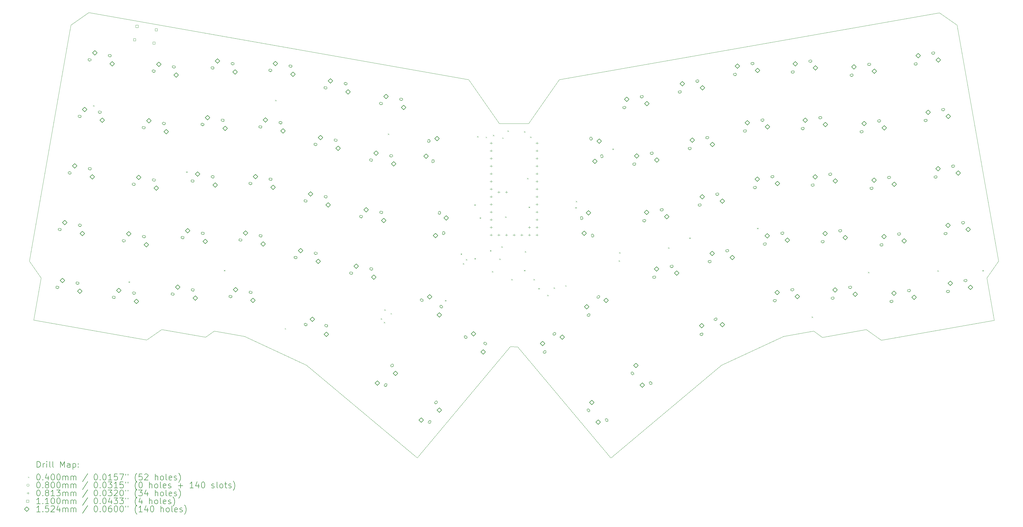
<source format=gbr>
%TF.GenerationSoftware,KiCad,Pcbnew,8.0.3*%
%TF.CreationDate,2024-07-15T09:38:54-04:00*%
%TF.ProjectId,reJESK,72654a45-534b-42e6-9b69-6361645f7063,1.0*%
%TF.SameCoordinates,Original*%
%TF.FileFunction,Drillmap*%
%TF.FilePolarity,Positive*%
%FSLAX45Y45*%
G04 Gerber Fmt 4.5, Leading zero omitted, Abs format (unit mm)*
G04 Created by KiCad (PCBNEW 8.0.3) date 2024-07-15 09:38:54*
%MOMM*%
%LPD*%
G01*
G04 APERTURE LIST*
%ADD10C,0.100000*%
%ADD11C,0.200000*%
%ADD12C,0.110000*%
%ADD13C,0.152400*%
G04 APERTURE END LIST*
D10*
X36625261Y-14590564D02*
X36378264Y-13189774D01*
X20192773Y-8063962D02*
X19175580Y-6611258D01*
X20192773Y-8063962D02*
X21163880Y-8067099D01*
X17466844Y-19154295D02*
X20554027Y-15468788D01*
X17454337Y-19152090D02*
X13791639Y-16081825D01*
X5910123Y-5123331D02*
X4586924Y-12627565D01*
X32873143Y-15252163D02*
X36625261Y-14590564D01*
X30627855Y-14951689D02*
X30922103Y-15157723D01*
X4731393Y-14587427D02*
X8483510Y-15249026D01*
X27565015Y-16084962D02*
X23902316Y-19155228D01*
X22181074Y-6614395D02*
X21163880Y-8067099D01*
X36769729Y-12630703D02*
X35446530Y-5126468D01*
X20802627Y-15471925D02*
X23889809Y-19157433D01*
X29627291Y-15128115D02*
X27565015Y-16084962D01*
X8483510Y-15249026D02*
X8983732Y-14898767D01*
X34800696Y-4389216D02*
X35389192Y-4801285D01*
X23889809Y-19157433D02*
X23902316Y-19155228D01*
X35446530Y-5126468D02*
X35389192Y-4801285D01*
X8983732Y-14898767D02*
X10434550Y-15154586D01*
X36378264Y-13189774D02*
X36769729Y-12630703D01*
X4978390Y-13186636D02*
X4731393Y-14587427D01*
X32372922Y-14901905D02*
X32873143Y-15252163D01*
X30627855Y-14951689D02*
X29627291Y-15128115D01*
X34800696Y-4389216D02*
X22181074Y-6614395D01*
X17454337Y-19152090D02*
X17466844Y-19154295D01*
X30922103Y-15157723D02*
X32372922Y-14901905D01*
X5967462Y-4798147D02*
X5910123Y-5123331D01*
X5967462Y-4798147D02*
X6555958Y-4386078D01*
X20802627Y-15471925D02*
X20554027Y-15468788D01*
X4586924Y-12627565D02*
X4978390Y-13186636D01*
X19175580Y-6611258D02*
X6555958Y-4386078D01*
X13791639Y-16081825D02*
X11729363Y-15124978D01*
X10434550Y-15154586D02*
X10728798Y-14948551D01*
X11729363Y-15124978D02*
X10728798Y-14948551D01*
D11*
D10*
X6703786Y-7460552D02*
X6743786Y-7500552D01*
X6743786Y-7460552D02*
X6703786Y-7500552D01*
X7881995Y-13303920D02*
X7921995Y-13343920D01*
X7921995Y-13303920D02*
X7881995Y-13343920D01*
X9794574Y-9655610D02*
X9834574Y-9695610D01*
X9834574Y-9655610D02*
X9794574Y-9695610D01*
X11046284Y-12922600D02*
X11086284Y-12962600D01*
X11086284Y-12922600D02*
X11046284Y-12962600D01*
X12751491Y-7283028D02*
X12791491Y-7323028D01*
X12791491Y-7283028D02*
X12751491Y-7323028D01*
X13066807Y-14852783D02*
X13106807Y-14892783D01*
X13106807Y-14852783D02*
X13066807Y-14892783D01*
X16252978Y-14526093D02*
X16292978Y-14566093D01*
X16292978Y-14526093D02*
X16252978Y-14566093D01*
X16358714Y-14646280D02*
X16398714Y-14686280D01*
X16398714Y-14646280D02*
X16358714Y-14686280D01*
X16374396Y-14234638D02*
X16414396Y-14274638D01*
X16414396Y-14234638D02*
X16374396Y-14274638D01*
X16489479Y-8399078D02*
X16529479Y-8439078D01*
X16529479Y-8399078D02*
X16489479Y-8439078D01*
X16581546Y-14355558D02*
X16621546Y-14395558D01*
X16621546Y-14355558D02*
X16581546Y-14395558D01*
X18389195Y-13923583D02*
X18429195Y-13963583D01*
X18429195Y-13923583D02*
X18389195Y-13963583D01*
X18909995Y-12379873D02*
X18949995Y-12419873D01*
X18949995Y-12379873D02*
X18909995Y-12419873D01*
X18981001Y-12697022D02*
X19021001Y-12737022D01*
X19021001Y-12697022D02*
X18981001Y-12737022D01*
X19080909Y-12562324D02*
X19120909Y-12602324D01*
X19120909Y-12562324D02*
X19080909Y-12602324D01*
X19364195Y-10748583D02*
X19404195Y-10788583D01*
X19404195Y-10748583D02*
X19364195Y-10788583D01*
X19367512Y-12526900D02*
X19407512Y-12566900D01*
X19407512Y-12526900D02*
X19367512Y-12566900D01*
X19455000Y-8480000D02*
X19495000Y-8520000D01*
X19495000Y-8480000D02*
X19455000Y-8520000D01*
X19539195Y-11179868D02*
X19579195Y-11219868D01*
X19579195Y-11179868D02*
X19539195Y-11219868D01*
X19739195Y-8505000D02*
X19779195Y-8545000D01*
X19779195Y-8505000D02*
X19739195Y-8545000D01*
X19882012Y-12266400D02*
X19922012Y-12306400D01*
X19922012Y-12266400D02*
X19882012Y-12306400D01*
X19946904Y-12963509D02*
X19986904Y-13003509D01*
X19986904Y-12963509D02*
X19946904Y-13003509D01*
X19980000Y-8442500D02*
X20020000Y-8482500D01*
X20020000Y-8442500D02*
X19980000Y-8482500D01*
X20189195Y-12548583D02*
X20229195Y-12588583D01*
X20229195Y-12548583D02*
X20189195Y-12588583D01*
X20259012Y-12143400D02*
X20299012Y-12183400D01*
X20299012Y-12143400D02*
X20259012Y-12183400D01*
X20289195Y-8530000D02*
X20329195Y-8570000D01*
X20329195Y-8530000D02*
X20289195Y-8570000D01*
X20389195Y-11148583D02*
X20429195Y-11188583D01*
X20429195Y-11148583D02*
X20389195Y-11188583D01*
X20464195Y-8298583D02*
X20504195Y-8338583D01*
X20504195Y-8298583D02*
X20464195Y-8338583D01*
X20589195Y-13223583D02*
X20629195Y-13263583D01*
X20629195Y-13223583D02*
X20589195Y-13263583D01*
X21014194Y-12923583D02*
X21054194Y-12963583D01*
X21054194Y-12923583D02*
X21014194Y-12963583D01*
X21014195Y-8323583D02*
X21054195Y-8363583D01*
X21054195Y-8323583D02*
X21014195Y-8363583D01*
X21039194Y-12298583D02*
X21079194Y-12338583D01*
X21079194Y-12298583D02*
X21039194Y-12338583D01*
X21114195Y-9873583D02*
X21154195Y-9913583D01*
X21154195Y-9873583D02*
X21114195Y-9913583D01*
X21164194Y-10823583D02*
X21204194Y-10863583D01*
X21204194Y-10823583D02*
X21164194Y-10863583D01*
X21214194Y-8498583D02*
X21254194Y-8538583D01*
X21254194Y-8498583D02*
X21214194Y-8538583D01*
X21326694Y-13223583D02*
X21366694Y-13263583D01*
X21366694Y-13223583D02*
X21326694Y-13263583D01*
X21489195Y-13523583D02*
X21529195Y-13563583D01*
X21529195Y-13523583D02*
X21489195Y-13563583D01*
X21780808Y-13746767D02*
X21820808Y-13786767D01*
X21820808Y-13746767D02*
X21780808Y-13786767D01*
X21992280Y-13506393D02*
X22032280Y-13546393D01*
X22032280Y-13506393D02*
X21992280Y-13546393D01*
X22380110Y-13432668D02*
X22420110Y-13472668D01*
X22420110Y-13432668D02*
X22380110Y-13472668D01*
X22715309Y-10840338D02*
X22755309Y-10880338D01*
X22755309Y-10840338D02*
X22715309Y-10880338D01*
X22729819Y-10634694D02*
X22769819Y-10674694D01*
X22769819Y-10634694D02*
X22729819Y-10674694D01*
X23946559Y-8897010D02*
X23986559Y-8937010D01*
X23986559Y-8897010D02*
X23946559Y-8937010D01*
X24155000Y-12605000D02*
X24195000Y-12645000D01*
X24195000Y-12605000D02*
X24155000Y-12645000D01*
X24172001Y-12335094D02*
X24212001Y-12375094D01*
X24212001Y-12335094D02*
X24172001Y-12375094D01*
X25794020Y-12176017D02*
X25834020Y-12216017D01*
X25834020Y-12176017D02*
X25794020Y-12216017D01*
X26497896Y-11848819D02*
X26537896Y-11888819D01*
X26537896Y-11848819D02*
X26497896Y-11888819D01*
X28751357Y-11527630D02*
X28791357Y-11567630D01*
X28791357Y-11527630D02*
X28751357Y-11567630D01*
X30561698Y-14470180D02*
X30601698Y-14510180D01*
X30601698Y-14470180D02*
X30561698Y-14510180D01*
X32435403Y-12985044D02*
X32475403Y-13025044D01*
X32475403Y-12985044D02*
X32435403Y-13025044D01*
X34736618Y-12934677D02*
X34776618Y-12974677D01*
X34776618Y-12934677D02*
X34736618Y-12974677D01*
X36232621Y-12924748D02*
X36272621Y-12964748D01*
X36272621Y-12924748D02*
X36232621Y-12964748D01*
X5556224Y-13500701D02*
G75*
G02*
X5476224Y-13500701I-40000J0D01*
G01*
X5476224Y-13500701D02*
G75*
G02*
X5556224Y-13500701I40000J0D01*
G01*
X5489582Y-13536621D02*
X5528974Y-13543567D01*
X5542866Y-13464782D02*
G75*
G02*
X5528974Y-13543567I-6946J-39392D01*
G01*
X5542866Y-13464782D02*
X5503474Y-13457836D01*
X5503474Y-13457836D02*
G75*
G03*
X5489582Y-13536621I-6946J-39392D01*
G01*
X5636883Y-11580536D02*
G75*
G02*
X5556883Y-11580536I-40000J0D01*
G01*
X5556883Y-11580536D02*
G75*
G02*
X5636883Y-11580536I40000J0D01*
G01*
X5570241Y-11616455D02*
X5609633Y-11623401D01*
X5623525Y-11544617D02*
G75*
G02*
X5609633Y-11623401I-6946J-39392D01*
G01*
X5623525Y-11544617D02*
X5584132Y-11537671D01*
X5584132Y-11537671D02*
G75*
G03*
X5570241Y-11616455I-6946J-39392D01*
G01*
X5967682Y-9704478D02*
G75*
G02*
X5887682Y-9704478I-40000J0D01*
G01*
X5887682Y-9704478D02*
G75*
G02*
X5967682Y-9704478I40000J0D01*
G01*
X5901040Y-9740397D02*
X5940433Y-9747343D01*
X5954324Y-9668558D02*
G75*
G02*
X5940433Y-9747343I-6946J-39392D01*
G01*
X5954324Y-9668558D02*
X5914932Y-9661612D01*
X5914932Y-9661612D02*
G75*
G03*
X5901040Y-9740397I-6946J-39392D01*
G01*
X6225683Y-13360827D02*
G75*
G02*
X6145683Y-13360827I-40000J0D01*
G01*
X6145683Y-13360827D02*
G75*
G02*
X6225683Y-13360827I40000J0D01*
G01*
X6159041Y-13396746D02*
X6198434Y-13403692D01*
X6212326Y-13324907D02*
G75*
G02*
X6198434Y-13403692I-6946J-39392D01*
G01*
X6212326Y-13324907D02*
X6172933Y-13317961D01*
X6172933Y-13317961D02*
G75*
G03*
X6159041Y-13396746I-6946J-39392D01*
G01*
X6298482Y-7828419D02*
G75*
G02*
X6218482Y-7828419I-40000J0D01*
G01*
X6218482Y-7828419D02*
G75*
G02*
X6298482Y-7828419I40000J0D01*
G01*
X6231840Y-7864338D02*
X6271232Y-7871284D01*
X6285124Y-7792500D02*
G75*
G02*
X6271232Y-7871284I-6946J-39392D01*
G01*
X6285124Y-7792500D02*
X6245732Y-7785554D01*
X6245732Y-7785554D02*
G75*
G03*
X6231840Y-7864338I-6946J-39392D01*
G01*
X6306342Y-11440661D02*
G75*
G02*
X6226342Y-11440661I-40000J0D01*
G01*
X6226342Y-11440661D02*
G75*
G02*
X6306342Y-11440661I40000J0D01*
G01*
X6239700Y-11476581D02*
X6279092Y-11483527D01*
X6292984Y-11404742D02*
G75*
G02*
X6279092Y-11483527I-6946J-39392D01*
G01*
X6292984Y-11404742D02*
X6253592Y-11397796D01*
X6253592Y-11397796D02*
G75*
G03*
X6239700Y-11476581I-6946J-39392D01*
G01*
X6629282Y-5952360D02*
G75*
G02*
X6549282Y-5952360I-40000J0D01*
G01*
X6549282Y-5952360D02*
G75*
G02*
X6629282Y-5952360I40000J0D01*
G01*
X6562640Y-5988279D02*
X6602032Y-5995225D01*
X6615924Y-5916441D02*
G75*
G02*
X6602032Y-5995225I-6946J-39392D01*
G01*
X6615924Y-5916441D02*
X6576532Y-5909495D01*
X6576532Y-5909495D02*
G75*
G03*
X6562640Y-5988279I-6946J-39392D01*
G01*
X6637142Y-9564603D02*
G75*
G02*
X6557142Y-9564603I-40000J0D01*
G01*
X6557142Y-9564603D02*
G75*
G02*
X6637142Y-9564603I40000J0D01*
G01*
X6570500Y-9600522D02*
X6609892Y-9607468D01*
X6623784Y-9528684D02*
G75*
G02*
X6609892Y-9607468I-6946J-39392D01*
G01*
X6623784Y-9528684D02*
X6584392Y-9521738D01*
X6584392Y-9521738D02*
G75*
G03*
X6570500Y-9600522I-6946J-39392D01*
G01*
X6967942Y-7688544D02*
G75*
G02*
X6887942Y-7688544I-40000J0D01*
G01*
X6887942Y-7688544D02*
G75*
G02*
X6967942Y-7688544I40000J0D01*
G01*
X6901299Y-7724464D02*
X6940692Y-7731410D01*
X6954584Y-7652625D02*
G75*
G02*
X6940692Y-7731410I-6946J-39392D01*
G01*
X6954584Y-7652625D02*
X6915191Y-7645679D01*
X6915191Y-7645679D02*
G75*
G03*
X6901299Y-7724464I-6946J-39392D01*
G01*
X7298741Y-5812485D02*
G75*
G02*
X7218741Y-5812485I-40000J0D01*
G01*
X7218741Y-5812485D02*
G75*
G02*
X7298741Y-5812485I40000J0D01*
G01*
X7232099Y-5848405D02*
X7271492Y-5855351D01*
X7285384Y-5776566D02*
G75*
G02*
X7271492Y-5855351I-6946J-39392D01*
G01*
X7285384Y-5776566D02*
X7245991Y-5769620D01*
X7245991Y-5769620D02*
G75*
G03*
X7232099Y-5848405I-6946J-39392D01*
G01*
X7432283Y-13831501D02*
G75*
G02*
X7352283Y-13831501I-40000J0D01*
G01*
X7352283Y-13831501D02*
G75*
G02*
X7432283Y-13831501I40000J0D01*
G01*
X7365641Y-13867420D02*
X7405033Y-13874366D01*
X7418925Y-13795582D02*
G75*
G02*
X7405033Y-13874366I-6946J-39392D01*
G01*
X7418925Y-13795582D02*
X7379533Y-13788636D01*
X7379532Y-13788636D02*
G75*
G03*
X7365641Y-13867420I-6946J-39392D01*
G01*
X7763083Y-11955442D02*
G75*
G02*
X7683083Y-11955442I-40000J0D01*
G01*
X7683083Y-11955442D02*
G75*
G02*
X7763083Y-11955442I40000J0D01*
G01*
X7696440Y-11991362D02*
X7735833Y-11998308D01*
X7749725Y-11919523D02*
G75*
G02*
X7735833Y-11998308I-6946J-39392D01*
G01*
X7749725Y-11919523D02*
X7710332Y-11912577D01*
X7710332Y-11912577D02*
G75*
G03*
X7696440Y-11991362I-6946J-39392D01*
G01*
X8093882Y-10079384D02*
G75*
G02*
X8013882Y-10079384I-40000J0D01*
G01*
X8013882Y-10079384D02*
G75*
G02*
X8093882Y-10079384I40000J0D01*
G01*
X8027240Y-10115303D02*
X8066632Y-10122249D01*
X8080524Y-10043465D02*
G75*
G02*
X8066633Y-10122249I-6946J-39392D01*
G01*
X8080524Y-10043465D02*
X8041132Y-10036519D01*
X8041132Y-10036519D02*
G75*
G03*
X8027240Y-10115303I-6946J-39392D01*
G01*
X8101742Y-13691627D02*
G75*
G02*
X8021742Y-13691627I-40000J0D01*
G01*
X8021742Y-13691627D02*
G75*
G02*
X8101742Y-13691627I40000J0D01*
G01*
X8035100Y-13727546D02*
X8074492Y-13734492D01*
X8088384Y-13655707D02*
G75*
G02*
X8074493Y-13734492I-6946J-39392D01*
G01*
X8088384Y-13655707D02*
X8048992Y-13648761D01*
X8048992Y-13648761D02*
G75*
G03*
X8035100Y-13727546I-6946J-39392D01*
G01*
X8424682Y-8203325D02*
G75*
G02*
X8344682Y-8203325I-40000J0D01*
G01*
X8344682Y-8203325D02*
G75*
G02*
X8424682Y-8203325I40000J0D01*
G01*
X8358040Y-8239245D02*
X8397432Y-8246191D01*
X8411324Y-8167406D02*
G75*
G02*
X8397432Y-8246191I-6946J-39392D01*
G01*
X8411324Y-8167406D02*
X8371932Y-8160460D01*
X8371932Y-8160460D02*
G75*
G03*
X8358040Y-8239245I-6946J-39392D01*
G01*
X8432542Y-11815568D02*
G75*
G02*
X8352542Y-11815568I-40000J0D01*
G01*
X8352542Y-11815568D02*
G75*
G02*
X8432542Y-11815568I40000J0D01*
G01*
X8365900Y-11851487D02*
X8405292Y-11858433D01*
X8419184Y-11779648D02*
G75*
G02*
X8405292Y-11858433I-6946J-39392D01*
G01*
X8419184Y-11779648D02*
X8379792Y-11772702D01*
X8379792Y-11772702D02*
G75*
G03*
X8365900Y-11851487I-6946J-39392D01*
G01*
X8755482Y-6327267D02*
G75*
G02*
X8675482Y-6327267I-40000J0D01*
G01*
X8675482Y-6327267D02*
G75*
G02*
X8755482Y-6327267I40000J0D01*
G01*
X8688840Y-6363186D02*
X8728232Y-6370132D01*
X8742124Y-6291347D02*
G75*
G02*
X8728232Y-6370132I-6946J-39392D01*
G01*
X8742124Y-6291347D02*
X8702732Y-6284401D01*
X8702732Y-6284401D02*
G75*
G03*
X8688840Y-6363186I-6946J-39392D01*
G01*
X8763342Y-9939509D02*
G75*
G02*
X8683342Y-9939509I-40000J0D01*
G01*
X8683342Y-9939509D02*
G75*
G02*
X8763342Y-9939509I40000J0D01*
G01*
X8696700Y-9975429D02*
X8736092Y-9982375D01*
X8749984Y-9903590D02*
G75*
G02*
X8736092Y-9982375I-6946J-39392D01*
G01*
X8749984Y-9903590D02*
X8710592Y-9896644D01*
X8710592Y-9896644D02*
G75*
G03*
X8696700Y-9975429I-6946J-39392D01*
G01*
X9094142Y-8063451D02*
G75*
G02*
X9014142Y-8063451I-40000J0D01*
G01*
X9014142Y-8063451D02*
G75*
G02*
X9094142Y-8063451I40000J0D01*
G01*
X9027499Y-8099370D02*
X9066892Y-8106316D01*
X9080784Y-8027531D02*
G75*
G02*
X9066892Y-8106316I-6946J-39392D01*
G01*
X9080784Y-8027531D02*
X9041391Y-8020585D01*
X9041391Y-8020585D02*
G75*
G03*
X9027499Y-8099370I-6946J-39392D01*
G01*
X9385528Y-13724554D02*
G75*
G02*
X9305528Y-13724554I-40000J0D01*
G01*
X9305528Y-13724554D02*
G75*
G02*
X9385528Y-13724554I40000J0D01*
G01*
X9318886Y-13760473D02*
X9358278Y-13767419D01*
X9372170Y-13688634D02*
G75*
G02*
X9358279Y-13767419I-6946J-39392D01*
G01*
X9372170Y-13688634D02*
X9332778Y-13681688D01*
X9332778Y-13681688D02*
G75*
G03*
X9318886Y-13760473I-6946J-39392D01*
G01*
X9424941Y-6187392D02*
G75*
G02*
X9344941Y-6187392I-40000J0D01*
G01*
X9344941Y-6187392D02*
G75*
G02*
X9424941Y-6187392I40000J0D01*
G01*
X9358299Y-6223311D02*
X9397692Y-6230257D01*
X9411583Y-6151473D02*
G75*
G02*
X9397692Y-6230257I-6946J-39392D01*
G01*
X9411583Y-6151473D02*
X9372191Y-6144527D01*
X9372191Y-6144527D02*
G75*
G03*
X9358299Y-6223311I-6946J-39392D01*
G01*
X9716328Y-11848495D02*
G75*
G02*
X9636328Y-11848495I-40000J0D01*
G01*
X9636328Y-11848495D02*
G75*
G02*
X9716328Y-11848495I40000J0D01*
G01*
X9649686Y-11884414D02*
X9689078Y-11891360D01*
X9702970Y-11812576D02*
G75*
G02*
X9689078Y-11891360I-6946J-39392D01*
G01*
X9702970Y-11812576D02*
X9663578Y-11805630D01*
X9663578Y-11805630D02*
G75*
G03*
X9649686Y-11884414I-6946J-39392D01*
G01*
X10047128Y-9972437D02*
G75*
G02*
X9967128Y-9972437I-40000J0D01*
G01*
X9967128Y-9972437D02*
G75*
G02*
X10047128Y-9972437I40000J0D01*
G01*
X9980486Y-10008356D02*
X10019878Y-10015302D01*
X10033770Y-9936517D02*
G75*
G02*
X10019878Y-10015302I-6946J-39392D01*
G01*
X10033770Y-9936517D02*
X9994378Y-9929571D01*
X9994377Y-9929571D02*
G75*
G03*
X9980486Y-10008356I-6946J-39392D01*
G01*
X10054988Y-13584679D02*
G75*
G02*
X9974988Y-13584679I-40000J0D01*
G01*
X9974988Y-13584679D02*
G75*
G02*
X10054988Y-13584679I40000J0D01*
G01*
X9988346Y-13620598D02*
X10027738Y-13627544D01*
X10041630Y-13548760D02*
G75*
G02*
X10027738Y-13627544I-6946J-39392D01*
G01*
X10041630Y-13548760D02*
X10002238Y-13541814D01*
X10002237Y-13541814D02*
G75*
G03*
X9988346Y-13620598I-6946J-39392D01*
G01*
X10377927Y-8096378D02*
G75*
G02*
X10297927Y-8096378I-40000J0D01*
G01*
X10297927Y-8096378D02*
G75*
G02*
X10377927Y-8096378I40000J0D01*
G01*
X10311285Y-8132297D02*
X10350678Y-8139243D01*
X10364569Y-8060459D02*
G75*
G02*
X10350678Y-8139243I-6946J-39392D01*
G01*
X10364569Y-8060459D02*
X10325177Y-8053513D01*
X10325177Y-8053513D02*
G75*
G03*
X10311285Y-8132297I-6946J-39392D01*
G01*
X10385788Y-11708620D02*
G75*
G02*
X10305788Y-11708620I-40000J0D01*
G01*
X10305788Y-11708620D02*
G75*
G02*
X10385788Y-11708620I40000J0D01*
G01*
X10319145Y-11744540D02*
X10358538Y-11751486D01*
X10372430Y-11672701D02*
G75*
G02*
X10358538Y-11751486I-6946J-39392D01*
G01*
X10372430Y-11672701D02*
X10333037Y-11665755D01*
X10333037Y-11665755D02*
G75*
G03*
X10319145Y-11744540I-6946J-39392D01*
G01*
X10708727Y-6220319D02*
G75*
G02*
X10628727Y-6220319I-40000J0D01*
G01*
X10628727Y-6220319D02*
G75*
G02*
X10708727Y-6220319I40000J0D01*
G01*
X10642085Y-6256239D02*
X10681477Y-6263185D01*
X10695369Y-6184400D02*
G75*
G02*
X10681478Y-6263185I-6946J-39392D01*
G01*
X10695369Y-6184400D02*
X10655977Y-6177454D01*
X10655977Y-6177454D02*
G75*
G03*
X10642085Y-6256239I-6946J-39392D01*
G01*
X10716587Y-9832562D02*
G75*
G02*
X10636587Y-9832562I-40000J0D01*
G01*
X10636587Y-9832562D02*
G75*
G02*
X10716587Y-9832562I40000J0D01*
G01*
X10649945Y-9868481D02*
X10689337Y-9875427D01*
X10703229Y-9796643D02*
G75*
G02*
X10689338Y-9875427I-6946J-39392D01*
G01*
X10703229Y-9796643D02*
X10663837Y-9789697D01*
X10663837Y-9789697D02*
G75*
G03*
X10649945Y-9868481I-6946J-39392D01*
G01*
X11047387Y-7956503D02*
G75*
G02*
X10967387Y-7956503I-40000J0D01*
G01*
X10967387Y-7956503D02*
G75*
G02*
X11047387Y-7956503I40000J0D01*
G01*
X10980745Y-7992423D02*
X11020137Y-7999369D01*
X11034029Y-7920584D02*
G75*
G02*
X11020137Y-7999369I-6946J-39392D01*
G01*
X11034029Y-7920584D02*
X10994637Y-7913638D01*
X10994637Y-7913638D02*
G75*
G03*
X10980745Y-7992423I-6946J-39392D01*
G01*
X11305693Y-13805212D02*
G75*
G02*
X11225693Y-13805212I-40000J0D01*
G01*
X11225693Y-13805212D02*
G75*
G02*
X11305693Y-13805212I40000J0D01*
G01*
X11239051Y-13841132D02*
X11278444Y-13848078D01*
X11292336Y-13769293D02*
G75*
G02*
X11278444Y-13848078I-6946J-39392D01*
G01*
X11292336Y-13769293D02*
X11252943Y-13762347D01*
X11252943Y-13762347D02*
G75*
G03*
X11239051Y-13841132I-6946J-39392D01*
G01*
X11378187Y-6080445D02*
G75*
G02*
X11298187Y-6080445I-40000J0D01*
G01*
X11298187Y-6080445D02*
G75*
G02*
X11378187Y-6080445I40000J0D01*
G01*
X11311545Y-6116364D02*
X11350937Y-6123310D01*
X11364829Y-6044525D02*
G75*
G02*
X11350937Y-6123310I-6946J-39392D01*
G01*
X11364829Y-6044525D02*
X11325436Y-6037579D01*
X11325436Y-6037579D02*
G75*
G03*
X11311545Y-6116364I-6946J-39392D01*
G01*
X11636493Y-11929154D02*
G75*
G02*
X11556493Y-11929154I-40000J0D01*
G01*
X11556493Y-11929154D02*
G75*
G02*
X11636493Y-11929154I40000J0D01*
G01*
X11569851Y-11965073D02*
X11609243Y-11972019D01*
X11623135Y-11893235D02*
G75*
G02*
X11609244Y-11972019I-6946J-39392D01*
G01*
X11623135Y-11893235D02*
X11583743Y-11886289D01*
X11583743Y-11886289D02*
G75*
G03*
X11569851Y-11965073I-6946J-39392D01*
G01*
X11967293Y-10053095D02*
G75*
G02*
X11887293Y-10053095I-40000J0D01*
G01*
X11887293Y-10053095D02*
G75*
G02*
X11967293Y-10053095I40000J0D01*
G01*
X11900651Y-10089015D02*
X11940043Y-10095961D01*
X11953935Y-10017176D02*
G75*
G02*
X11940043Y-10095961I-6946J-39392D01*
G01*
X11953935Y-10017176D02*
X11914543Y-10010230D01*
X11914543Y-10010230D02*
G75*
G03*
X11900651Y-10089015I-6946J-39392D01*
G01*
X11975153Y-13665338D02*
G75*
G02*
X11895153Y-13665338I-40000J0D01*
G01*
X11895153Y-13665338D02*
G75*
G02*
X11975153Y-13665338I40000J0D01*
G01*
X11908511Y-13701257D02*
X11947903Y-13708203D01*
X11961795Y-13629418D02*
G75*
G02*
X11947903Y-13708203I-6946J-39392D01*
G01*
X11961795Y-13629418D02*
X11922403Y-13622472D01*
X11922403Y-13622472D02*
G75*
G03*
X11908511Y-13701257I-6946J-39392D01*
G01*
X12298093Y-8177037D02*
G75*
G02*
X12218093Y-8177037I-40000J0D01*
G01*
X12218093Y-8177037D02*
G75*
G02*
X12298093Y-8177037I40000J0D01*
G01*
X12231451Y-8212956D02*
X12270843Y-8219902D01*
X12284735Y-8141117D02*
G75*
G02*
X12270843Y-8219902I-6946J-39392D01*
G01*
X12284735Y-8141117D02*
X12245343Y-8134171D01*
X12245342Y-8134171D02*
G75*
G03*
X12231451Y-8212956I-6946J-39392D01*
G01*
X12305953Y-11789279D02*
G75*
G02*
X12225953Y-11789279I-40000J0D01*
G01*
X12225953Y-11789279D02*
G75*
G02*
X12305953Y-11789279I40000J0D01*
G01*
X12239311Y-11825199D02*
X12278703Y-11832145D01*
X12292595Y-11753360D02*
G75*
G02*
X12278703Y-11832145I-6946J-39392D01*
G01*
X12292595Y-11753360D02*
X12253203Y-11746414D01*
X12253202Y-11746414D02*
G75*
G03*
X12239311Y-11825199I-6946J-39392D01*
G01*
X12628893Y-6300978D02*
G75*
G02*
X12548893Y-6300978I-40000J0D01*
G01*
X12548893Y-6300978D02*
G75*
G02*
X12628893Y-6300978I40000J0D01*
G01*
X12562250Y-6336897D02*
X12601643Y-6343843D01*
X12615535Y-6265058D02*
G75*
G02*
X12601643Y-6343843I-6946J-39392D01*
G01*
X12615535Y-6265058D02*
X12576142Y-6258112D01*
X12576142Y-6258112D02*
G75*
G03*
X12562250Y-6336897I-6946J-39392D01*
G01*
X12636753Y-9913221D02*
G75*
G02*
X12556753Y-9913221I-40000J0D01*
G01*
X12556753Y-9913221D02*
G75*
G02*
X12636753Y-9913221I40000J0D01*
G01*
X12570110Y-9949140D02*
X12609503Y-9956086D01*
X12623395Y-9877301D02*
G75*
G02*
X12609503Y-9956086I-6946J-39392D01*
G01*
X12623395Y-9877301D02*
X12584002Y-9870355D01*
X12584002Y-9870355D02*
G75*
G03*
X12570110Y-9949140I-6946J-39392D01*
G01*
X12967552Y-8037162D02*
G75*
G02*
X12887552Y-8037162I-40000J0D01*
G01*
X12887552Y-8037162D02*
G75*
G02*
X12967552Y-8037162I40000J0D01*
G01*
X12900910Y-8073081D02*
X12940302Y-8080027D01*
X12954194Y-8001243D02*
G75*
G02*
X12940303Y-8080027I-6946J-39392D01*
G01*
X12954194Y-8001243D02*
X12914802Y-7994297D01*
X12914802Y-7994297D02*
G75*
G03*
X12900910Y-8073081I-6946J-39392D01*
G01*
X13298352Y-6161103D02*
G75*
G02*
X13218352Y-6161103I-40000J0D01*
G01*
X13218352Y-6161103D02*
G75*
G02*
X13298352Y-6161103I40000J0D01*
G01*
X13231710Y-6197022D02*
X13271102Y-6203968D01*
X13284994Y-6125184D02*
G75*
G02*
X13271102Y-6203968I-6946J-39392D01*
G01*
X13284994Y-6125184D02*
X13245602Y-6118238D01*
X13245602Y-6118238D02*
G75*
G03*
X13231710Y-6197022I-6946J-39392D01*
G01*
X13468445Y-12510095D02*
G75*
G02*
X13388445Y-12510095I-40000J0D01*
G01*
X13388445Y-12510095D02*
G75*
G02*
X13468445Y-12510095I40000J0D01*
G01*
X13401803Y-12546014D02*
X13441196Y-12552960D01*
X13455087Y-12474175D02*
G75*
G02*
X13441196Y-12552960I-6946J-39392D01*
G01*
X13455087Y-12474175D02*
X13415695Y-12467229D01*
X13415695Y-12467229D02*
G75*
G03*
X13401803Y-12546014I-6946J-39392D01*
G01*
X13799245Y-10634036D02*
G75*
G02*
X13719245Y-10634036I-40000J0D01*
G01*
X13719245Y-10634036D02*
G75*
G02*
X13799245Y-10634036I40000J0D01*
G01*
X13732603Y-10669955D02*
X13771995Y-10676901D01*
X13785887Y-10598117D02*
G75*
G02*
X13771995Y-10676901I-6946J-39392D01*
G01*
X13785887Y-10598117D02*
X13746495Y-10591171D01*
X13746495Y-10591171D02*
G75*
G03*
X13732603Y-10669955I-6946J-39392D01*
G01*
X13801012Y-14734178D02*
G75*
G02*
X13721012Y-14734178I-40000J0D01*
G01*
X13721012Y-14734178D02*
G75*
G02*
X13801012Y-14734178I40000J0D01*
G01*
X13725981Y-14761978D02*
X13762233Y-14778882D01*
X13796043Y-14706378D02*
G75*
G02*
X13762234Y-14778882I-16905J-36252D01*
G01*
X13796043Y-14706378D02*
X13759791Y-14689473D01*
X13759791Y-14689473D02*
G75*
G03*
X13725981Y-14761978I-16905J-36252D01*
G01*
X14130045Y-8757978D02*
G75*
G02*
X14050045Y-8757978I-40000J0D01*
G01*
X14050045Y-8757978D02*
G75*
G02*
X14130045Y-8757978I40000J0D01*
G01*
X14063403Y-8793897D02*
X14102795Y-8800843D01*
X14116687Y-8722058D02*
G75*
G02*
X14102795Y-8800843I-6946J-39392D01*
G01*
X14116687Y-8722058D02*
X14077295Y-8715112D01*
X14077295Y-8715112D02*
G75*
G03*
X14063403Y-8793897I-6946J-39392D01*
G01*
X14137905Y-12370220D02*
G75*
G02*
X14057905Y-12370220I-40000J0D01*
G01*
X14057905Y-12370220D02*
G75*
G02*
X14137905Y-12370220I40000J0D01*
G01*
X14071263Y-12406139D02*
X14110655Y-12413085D01*
X14124547Y-12334301D02*
G75*
G02*
X14110655Y-12413085I-6946J-39392D01*
G01*
X14124547Y-12334301D02*
X14085155Y-12327355D01*
X14085155Y-12327355D02*
G75*
G03*
X14071263Y-12406139I-6946J-39392D01*
G01*
X14460845Y-6881919D02*
G75*
G02*
X14380845Y-6881919I-40000J0D01*
G01*
X14380845Y-6881919D02*
G75*
G02*
X14460845Y-6881919I40000J0D01*
G01*
X14394203Y-6917838D02*
X14433595Y-6924784D01*
X14447487Y-6846000D02*
G75*
G02*
X14433595Y-6924784I-6946J-39392D01*
G01*
X14447487Y-6846000D02*
X14408094Y-6839054D01*
X14408094Y-6839054D02*
G75*
G03*
X14394203Y-6917838I-6946J-39392D01*
G01*
X14468705Y-10494161D02*
G75*
G02*
X14388705Y-10494161I-40000J0D01*
G01*
X14388705Y-10494161D02*
G75*
G02*
X14468705Y-10494161I40000J0D01*
G01*
X14402063Y-10530081D02*
X14441455Y-10537027D01*
X14455347Y-10458242D02*
G75*
G02*
X14441455Y-10537027I-6946J-39392D01*
G01*
X14455347Y-10458242D02*
X14415954Y-10451296D01*
X14415954Y-10451296D02*
G75*
G03*
X14402063Y-10530081I-6946J-39392D01*
G01*
X14483863Y-14772338D02*
G75*
G02*
X14403863Y-14772338I-40000J0D01*
G01*
X14403863Y-14772338D02*
G75*
G02*
X14483863Y-14772338I40000J0D01*
G01*
X14408832Y-14800138D02*
X14445084Y-14817043D01*
X14478893Y-14744538D02*
G75*
G02*
X14445084Y-14817043I-16905J-36252D01*
G01*
X14478893Y-14744538D02*
X14442641Y-14727633D01*
X14442641Y-14727633D02*
G75*
G03*
X14408832Y-14800138I-16905J-36252D01*
G01*
X14799504Y-8618103D02*
G75*
G02*
X14719504Y-8618103I-40000J0D01*
G01*
X14719504Y-8618103D02*
G75*
G02*
X14799504Y-8618103I40000J0D01*
G01*
X14732862Y-8654022D02*
X14772255Y-8660968D01*
X14786146Y-8582184D02*
G75*
G02*
X14772255Y-8660968I-6946J-39392D01*
G01*
X14786146Y-8582184D02*
X14746754Y-8575238D01*
X14746754Y-8575238D02*
G75*
G03*
X14732862Y-8654022I-6946J-39392D01*
G01*
X15130304Y-6742044D02*
G75*
G02*
X15050304Y-6742044I-40000J0D01*
G01*
X15050304Y-6742044D02*
G75*
G02*
X15130304Y-6742044I40000J0D01*
G01*
X15063662Y-6777964D02*
X15103054Y-6784910D01*
X15116946Y-6706125D02*
G75*
G02*
X15103054Y-6784910I-6946J-39392D01*
G01*
X15116946Y-6706125D02*
X15077554Y-6699179D01*
X15077554Y-6699179D02*
G75*
G03*
X15063662Y-6777964I-6946J-39392D01*
G01*
X15311424Y-13028500D02*
G75*
G02*
X15231424Y-13028500I-40000J0D01*
G01*
X15231424Y-13028500D02*
G75*
G02*
X15311424Y-13028500I40000J0D01*
G01*
X15244782Y-13064420D02*
X15284174Y-13071366D01*
X15298066Y-12992581D02*
G75*
G02*
X15284174Y-13071366I-6946J-39392D01*
G01*
X15298066Y-12992581D02*
X15258674Y-12985635D01*
X15258674Y-12985635D02*
G75*
G03*
X15244782Y-13064420I-6946J-39392D01*
G01*
X15642224Y-11152442D02*
G75*
G02*
X15562224Y-11152442I-40000J0D01*
G01*
X15562224Y-11152442D02*
G75*
G02*
X15642224Y-11152442I40000J0D01*
G01*
X15575582Y-11188361D02*
X15614974Y-11195307D01*
X15628866Y-11116523D02*
G75*
G02*
X15614974Y-11195307I-6946J-39392D01*
G01*
X15628866Y-11116523D02*
X15589474Y-11109577D01*
X15589474Y-11109577D02*
G75*
G03*
X15575582Y-11188361I-6946J-39392D01*
G01*
X15973024Y-9276383D02*
G75*
G02*
X15893024Y-9276383I-40000J0D01*
G01*
X15893024Y-9276383D02*
G75*
G02*
X15973024Y-9276383I40000J0D01*
G01*
X15906382Y-9312303D02*
X15945774Y-9319249D01*
X15959666Y-9240464D02*
G75*
G02*
X15945774Y-9319249I-6946J-39392D01*
G01*
X15959666Y-9240464D02*
X15920274Y-9233518D01*
X15920273Y-9233518D02*
G75*
G03*
X15906382Y-9312303I-6946J-39392D01*
G01*
X15980884Y-12888626D02*
G75*
G02*
X15900884Y-12888626I-40000J0D01*
G01*
X15900884Y-12888626D02*
G75*
G02*
X15980884Y-12888626I40000J0D01*
G01*
X15914242Y-12924545D02*
X15953634Y-12931491D01*
X15967526Y-12852706D02*
G75*
G02*
X15953634Y-12931491I-6946J-39392D01*
G01*
X15967526Y-12852706D02*
X15928133Y-12845760D01*
X15928133Y-12845760D02*
G75*
G03*
X15914242Y-12924545I-6946J-39392D01*
G01*
X16303823Y-7400324D02*
G75*
G02*
X16223823Y-7400324I-40000J0D01*
G01*
X16223823Y-7400324D02*
G75*
G02*
X16303823Y-7400324I40000J0D01*
G01*
X16237181Y-7436244D02*
X16276574Y-7443190D01*
X16290466Y-7364405D02*
G75*
G02*
X16276574Y-7443190I-6946J-39392D01*
G01*
X16290466Y-7364405D02*
X16251073Y-7357459D01*
X16251073Y-7357459D02*
G75*
G03*
X16237181Y-7436244I-6946J-39392D01*
G01*
X16311683Y-11012567D02*
G75*
G02*
X16231683Y-11012567I-40000J0D01*
G01*
X16231683Y-11012567D02*
G75*
G02*
X16311683Y-11012567I40000J0D01*
G01*
X16245041Y-11048487D02*
X16284434Y-11055433D01*
X16298325Y-10976648D02*
G75*
G02*
X16284434Y-11055433I-6946J-39392D01*
G01*
X16298325Y-10976648D02*
X16258933Y-10969702D01*
X16258933Y-10969702D02*
G75*
G03*
X16245041Y-11048487I-6946J-39392D01*
G01*
X16457365Y-16742383D02*
G75*
G02*
X16377365Y-16742383I-40000J0D01*
G01*
X16377365Y-16742383D02*
G75*
G02*
X16457365Y-16742383I40000J0D01*
G01*
X16399579Y-16701351D02*
X16373868Y-16731993D01*
X16435151Y-16783416D02*
G75*
G02*
X16373868Y-16731993I-30642J25711D01*
G01*
X16435151Y-16783416D02*
X16460863Y-16752774D01*
X16460863Y-16752774D02*
G75*
G03*
X16399579Y-16701351I-30642J25712D01*
G01*
X16642483Y-9136509D02*
G75*
G02*
X16562483Y-9136509I-40000J0D01*
G01*
X16562483Y-9136509D02*
G75*
G02*
X16642483Y-9136509I40000J0D01*
G01*
X16575841Y-9172428D02*
X16615233Y-9179374D01*
X16629125Y-9100589D02*
G75*
G02*
X16615234Y-9179374I-6946J-39392D01*
G01*
X16629125Y-9100589D02*
X16589733Y-9093643D01*
X16589733Y-9093643D02*
G75*
G03*
X16575841Y-9172428I-6946J-39392D01*
G01*
X16670960Y-16092677D02*
G75*
G02*
X16590960Y-16092677I-40000J0D01*
G01*
X16590960Y-16092677D02*
G75*
G02*
X16670960Y-16092677I40000J0D01*
G01*
X16613174Y-16051645D02*
X16587463Y-16082286D01*
X16648746Y-16133709D02*
G75*
G02*
X16587463Y-16082286I-30642J25712D01*
G01*
X16648746Y-16133709D02*
X16674458Y-16103068D01*
X16674458Y-16103068D02*
G75*
G03*
X16613174Y-16051645I-30642J25712D01*
G01*
X16973283Y-7260450D02*
G75*
G02*
X16893283Y-7260450I-40000J0D01*
G01*
X16893283Y-7260450D02*
G75*
G02*
X16973283Y-7260450I40000J0D01*
G01*
X16906641Y-7296369D02*
X16946033Y-7303315D01*
X16959925Y-7224530D02*
G75*
G02*
X16946033Y-7303315I-6946J-39392D01*
G01*
X16959925Y-7224530D02*
X16920533Y-7217584D01*
X16920533Y-7217584D02*
G75*
G03*
X16906641Y-7296369I-6946J-39392D01*
G01*
X17654938Y-13927637D02*
G75*
G02*
X17574938Y-13927637I-40000J0D01*
G01*
X17574938Y-13927637D02*
G75*
G02*
X17654938Y-13927637I40000J0D01*
G01*
X17573906Y-13945423D02*
X17604548Y-13971134D01*
X17655971Y-13909851D02*
G75*
G02*
X17604548Y-13971134I-25712J-30642D01*
G01*
X17655971Y-13909851D02*
X17625329Y-13884139D01*
X17625329Y-13884139D02*
G75*
G03*
X17573906Y-13945423I-25712J-30642D01*
G01*
X17889412Y-8647100D02*
G75*
G02*
X17809412Y-8647100I-40000J0D01*
G01*
X17809412Y-8647100D02*
G75*
G02*
X17889412Y-8647100I40000J0D01*
G01*
X17885331Y-8673742D02*
X17892277Y-8634350D01*
X17813492Y-8620458D02*
G75*
G02*
X17892277Y-8634350I39392J-6946D01*
G01*
X17813492Y-8620458D02*
X17806546Y-8659850D01*
X17806546Y-8659851D02*
G75*
G03*
X17885331Y-8673742I39392J-6946D01*
G01*
X17917883Y-17967106D02*
G75*
G02*
X17837883Y-17967106I-40000J0D01*
G01*
X17837883Y-17967106D02*
G75*
G02*
X17917883Y-17967106I40000J0D01*
G01*
X17860097Y-17926074D02*
X17834386Y-17956715D01*
X17895669Y-18008138D02*
G75*
G02*
X17834386Y-17956715I-30642J25712D01*
G01*
X17895669Y-18008138D02*
X17921381Y-17977497D01*
X17921381Y-17977497D02*
G75*
G03*
X17860097Y-17926074I-30642J25712D01*
G01*
X18029286Y-9316560D02*
G75*
G02*
X17949286Y-9316560I-40000J0D01*
G01*
X17949286Y-9316560D02*
G75*
G02*
X18029286Y-9316560I40000J0D01*
G01*
X18025206Y-9343202D02*
X18032152Y-9303810D01*
X17953367Y-9289918D02*
G75*
G02*
X18032152Y-9303810I39392J-6946D01*
G01*
X17953367Y-9289918D02*
X17946421Y-9329310D01*
X17946421Y-9329310D02*
G75*
G03*
X18025206Y-9343202I39392J-6946D01*
G01*
X18131478Y-17317400D02*
G75*
G02*
X18051478Y-17317400I-40000J0D01*
G01*
X18051478Y-17317400D02*
G75*
G02*
X18131478Y-17317400I40000J0D01*
G01*
X18073692Y-17276367D02*
X18047981Y-17307009D01*
X18109264Y-17358432D02*
G75*
G02*
X18047980Y-17307009I-30642J25712D01*
G01*
X18109264Y-17358432D02*
X18134976Y-17327790D01*
X18134976Y-17327790D02*
G75*
G03*
X18073692Y-17276367I-30642J25712D01*
G01*
X18242876Y-11030690D02*
G75*
G02*
X18162876Y-11030690I-40000J0D01*
G01*
X18162876Y-11030690D02*
G75*
G02*
X18242876Y-11030690I40000J0D01*
G01*
X18166956Y-11004048D02*
X18160010Y-11043441D01*
X18238795Y-11057333D02*
G75*
G02*
X18160010Y-11043441I-39392J6946D01*
G01*
X18238795Y-11057333D02*
X18245741Y-11017940D01*
X18245741Y-11017940D02*
G75*
G03*
X18166956Y-11004048I-39392J6946D01*
G01*
X18304645Y-14141231D02*
G75*
G02*
X18224645Y-14141231I-40000J0D01*
G01*
X18224645Y-14141231D02*
G75*
G02*
X18304645Y-14141231I40000J0D01*
G01*
X18223612Y-14159017D02*
X18254254Y-14184729D01*
X18305677Y-14123445D02*
G75*
G02*
X18254254Y-14184729I-25712J-30642D01*
G01*
X18305677Y-14123445D02*
X18275035Y-14097734D01*
X18275035Y-14097734D02*
G75*
G03*
X18223612Y-14159017I-25712J-30642D01*
G01*
X18382750Y-11700150D02*
G75*
G02*
X18302750Y-11700150I-40000J0D01*
G01*
X18302750Y-11700150D02*
G75*
G02*
X18382750Y-11700150I40000J0D01*
G01*
X18306831Y-11673508D02*
X18299885Y-11712900D01*
X18378670Y-11726792D02*
G75*
G02*
X18299885Y-11712900I-39392J6946D01*
G01*
X18378670Y-11726792D02*
X18385616Y-11687400D01*
X18385616Y-11687400D02*
G75*
G03*
X18306831Y-11673508I-39392J6946D01*
G01*
X19115456Y-15152359D02*
G75*
G02*
X19035456Y-15152359I-40000J0D01*
G01*
X19035456Y-15152359D02*
G75*
G02*
X19115456Y-15152359I40000J0D01*
G01*
X19034424Y-15170145D02*
X19065065Y-15195856D01*
X19116488Y-15134573D02*
G75*
G02*
X19065065Y-15195857I-25712J-30642D01*
G01*
X19116488Y-15134573D02*
X19085847Y-15108861D01*
X19085847Y-15108861D02*
G75*
G03*
X19034424Y-15170145I-25712J-30642D01*
G01*
X19765162Y-15365954D02*
G75*
G02*
X19685162Y-15365954I-40000J0D01*
G01*
X19685162Y-15365954D02*
G75*
G02*
X19765162Y-15365954I40000J0D01*
G01*
X19684130Y-15383740D02*
X19714772Y-15409451D01*
X19766195Y-15348168D02*
G75*
G02*
X19714772Y-15409451I-25712J-30642D01*
G01*
X19766195Y-15348168D02*
X19735553Y-15322456D01*
X19735553Y-15322456D02*
G75*
G03*
X19684130Y-15383740I-25712J-30642D01*
G01*
X21737472Y-15645301D02*
G75*
G02*
X21657472Y-15645301I-40000J0D01*
G01*
X21657472Y-15645301D02*
G75*
G02*
X21737472Y-15645301I40000J0D01*
G01*
X21707862Y-15688798D02*
X21738504Y-15663087D01*
X21687081Y-15601803D02*
G75*
G02*
X21738504Y-15663087I25712J-30642D01*
G01*
X21687081Y-15601803D02*
X21656439Y-15627515D01*
X21656439Y-15627515D02*
G75*
G03*
X21707862Y-15688798I25712J-30642D01*
G01*
X22060642Y-15042555D02*
G75*
G02*
X21980642Y-15042555I-40000J0D01*
G01*
X21980642Y-15042555D02*
G75*
G02*
X22060642Y-15042555I40000J0D01*
G01*
X22031033Y-15086053D02*
X22061674Y-15060341D01*
X22010251Y-14999058D02*
G75*
G02*
X22061674Y-15060341I25712J-30642D01*
G01*
X22010251Y-14999058D02*
X21979610Y-15024769D01*
X21979610Y-15024769D02*
G75*
G03*
X22031033Y-15086053I25712J-30642D01*
G01*
X22965690Y-11203005D02*
G75*
G02*
X22885690Y-11203005I-40000J0D01*
G01*
X22885690Y-11203005D02*
G75*
G02*
X22965690Y-11203005I40000J0D01*
G01*
X22968556Y-11215755D02*
X22961610Y-11176363D01*
X22882825Y-11190255D02*
G75*
G02*
X22961610Y-11176363I39392J6946D01*
G01*
X22882825Y-11190255D02*
X22889771Y-11229647D01*
X22889771Y-11229647D02*
G75*
G03*
X22968556Y-11215755I39392J6946D01*
G01*
X23192235Y-17581093D02*
G75*
G02*
X23112235Y-17581093I-40000J0D01*
G01*
X23112235Y-17581093D02*
G75*
G02*
X23192235Y-17581093I40000J0D01*
G01*
X23195732Y-17570702D02*
X23170021Y-17540060D01*
X23108737Y-17591483D02*
G75*
G02*
X23170021Y-17540060I30642J25712D01*
G01*
X23108737Y-17591483D02*
X23134449Y-17622125D01*
X23134449Y-17622125D02*
G75*
G03*
X23195732Y-17570702I30642J25712D01*
G01*
X23197990Y-14420578D02*
G75*
G02*
X23117990Y-14420578I-40000J0D01*
G01*
X23117990Y-14420578D02*
G75*
G02*
X23197990Y-14420578I40000J0D01*
G01*
X23168380Y-14464076D02*
X23199022Y-14438364D01*
X23147599Y-14377081D02*
G75*
G02*
X23199022Y-14438364I25712J-30642D01*
G01*
X23147599Y-14377081D02*
X23116957Y-14402792D01*
X23116957Y-14402792D02*
G75*
G03*
X23168380Y-14464076I25712J-30642D01*
G01*
X23275047Y-8569274D02*
G75*
G02*
X23195047Y-8569274I-40000J0D01*
G01*
X23195047Y-8569274D02*
G75*
G02*
X23275047Y-8569274I40000J0D01*
G01*
X23192182Y-8556524D02*
X23199128Y-8595916D01*
X23277913Y-8582024D02*
G75*
G02*
X23199128Y-8595916I-39392J-6946D01*
G01*
X23277913Y-8582024D02*
X23270967Y-8542632D01*
X23270967Y-8542632D02*
G75*
G03*
X23192182Y-8556524I-39392J-6946D01*
G01*
X23326098Y-11784251D02*
G75*
G02*
X23246098Y-11784251I-40000J0D01*
G01*
X23246098Y-11784251D02*
G75*
G02*
X23326098Y-11784251I40000J0D01*
G01*
X23328963Y-11797002D02*
X23322017Y-11757609D01*
X23243233Y-11771501D02*
G75*
G02*
X23322017Y-11757609I39392J6946D01*
G01*
X23243233Y-11771501D02*
X23250179Y-11810894D01*
X23250179Y-11810894D02*
G75*
G03*
X23328963Y-11797002I39392J6946D01*
G01*
X23521160Y-13817833D02*
G75*
G02*
X23441160Y-13817833I-40000J0D01*
G01*
X23441160Y-13817833D02*
G75*
G02*
X23521160Y-13817833I40000J0D01*
G01*
X23491550Y-13861330D02*
X23522192Y-13835619D01*
X23470769Y-13774335D02*
G75*
G02*
X23522192Y-13835619I25712J-30642D01*
G01*
X23470769Y-13774335D02*
X23440127Y-13800047D01*
X23440127Y-13800047D02*
G75*
G03*
X23491550Y-13861330I25712J-30642D01*
G01*
X23635455Y-9150520D02*
G75*
G02*
X23555455Y-9150520I-40000J0D01*
G01*
X23555455Y-9150520D02*
G75*
G02*
X23635455Y-9150520I40000J0D01*
G01*
X23552590Y-9137770D02*
X23559536Y-9177162D01*
X23638320Y-9163270D02*
G75*
G02*
X23559536Y-9177162I-39392J-6946D01*
G01*
X23638320Y-9163270D02*
X23631374Y-9123878D01*
X23631374Y-9123878D02*
G75*
G03*
X23552590Y-9137770I-39392J-6946D01*
G01*
X23794980Y-17904263D02*
G75*
G02*
X23714980Y-17904263I-40000J0D01*
G01*
X23714980Y-17904263D02*
G75*
G02*
X23794980Y-17904263I40000J0D01*
G01*
X23798477Y-17893872D02*
X23772766Y-17863231D01*
X23711482Y-17914654D02*
G75*
G02*
X23772766Y-17863231I30642J25712D01*
G01*
X23711482Y-17914654D02*
X23737194Y-17945295D01*
X23737194Y-17945295D02*
G75*
G03*
X23798478Y-17893872I30642J25712D01*
G01*
X24382407Y-7535782D02*
G75*
G02*
X24302407Y-7535782I-40000J0D01*
G01*
X24302407Y-7535782D02*
G75*
G02*
X24382407Y-7535782I40000J0D01*
G01*
X24329657Y-7578647D02*
X24369049Y-7571701D01*
X24355157Y-7492917D02*
G75*
G02*
X24369049Y-7571701I6946J-39392D01*
G01*
X24355157Y-7492917D02*
X24315765Y-7499863D01*
X24315765Y-7499863D02*
G75*
G03*
X24329656Y-7578647I6946J-39392D01*
G01*
X24652752Y-16356370D02*
G75*
G02*
X24572752Y-16356370I-40000J0D01*
G01*
X24572752Y-16356370D02*
G75*
G02*
X24652752Y-16356370I40000J0D01*
G01*
X24656250Y-16345980D02*
X24630538Y-16315338D01*
X24569255Y-16366761D02*
G75*
G02*
X24630538Y-16315338I30642J25712D01*
G01*
X24569255Y-16366761D02*
X24594966Y-16397403D01*
X24594966Y-16397403D02*
G75*
G03*
X24656250Y-16345980I30642J25712D01*
G01*
X24713206Y-9411841D02*
G75*
G02*
X24633206Y-9411841I-40000J0D01*
G01*
X24633206Y-9411841D02*
G75*
G02*
X24713206Y-9411841I40000J0D01*
G01*
X24660456Y-9454706D02*
X24699849Y-9447760D01*
X24685957Y-9368975D02*
G75*
G02*
X24699849Y-9447760I6946J-39392D01*
G01*
X24685957Y-9368975D02*
X24646564Y-9375921D01*
X24646564Y-9375921D02*
G75*
G03*
X24660456Y-9454706I6946J-39392D01*
G01*
X24963653Y-7175374D02*
G75*
G02*
X24883653Y-7175374I-40000J0D01*
G01*
X24883653Y-7175374D02*
G75*
G02*
X24963653Y-7175374I40000J0D01*
G01*
X24910903Y-7218239D02*
X24950295Y-7211293D01*
X24936403Y-7132509D02*
G75*
G02*
X24950295Y-7211293I6946J-39392D01*
G01*
X24936403Y-7132509D02*
X24897011Y-7139455D01*
X24897011Y-7139455D02*
G75*
G03*
X24910903Y-7218239I6946J-39392D01*
G01*
X25044006Y-11287899D02*
G75*
G02*
X24964006Y-11287899I-40000J0D01*
G01*
X24964006Y-11287899D02*
G75*
G02*
X25044006Y-11287899I40000J0D01*
G01*
X24991256Y-11330764D02*
X25030648Y-11323818D01*
X25016757Y-11245034D02*
G75*
G02*
X25030648Y-11323818I6946J-39392D01*
G01*
X25016757Y-11245034D02*
X24977364Y-11251980D01*
X24977364Y-11251980D02*
G75*
G03*
X24991256Y-11330764I6946J-39392D01*
G01*
X25255498Y-16679540D02*
G75*
G02*
X25175498Y-16679540I-40000J0D01*
G01*
X25175498Y-16679540D02*
G75*
G02*
X25255498Y-16679540I40000J0D01*
G01*
X25258995Y-16669150D02*
X25233284Y-16638508D01*
X25172000Y-16689931D02*
G75*
G02*
X25233284Y-16638508I30642J25712D01*
G01*
X25172000Y-16689931D02*
X25197712Y-16720573D01*
X25197712Y-16720573D02*
G75*
G03*
X25258995Y-16669150I30642J25712D01*
G01*
X25294453Y-9051433D02*
G75*
G02*
X25214453Y-9051433I-40000J0D01*
G01*
X25214453Y-9051433D02*
G75*
G02*
X25294453Y-9051433I40000J0D01*
G01*
X25241703Y-9094298D02*
X25281095Y-9087352D01*
X25267203Y-9008568D02*
G75*
G02*
X25281095Y-9087352I6946J-39392D01*
G01*
X25267203Y-9008568D02*
X25227811Y-9015514D01*
X25227811Y-9015514D02*
G75*
G03*
X25241702Y-9094298I6946J-39392D01*
G01*
X25374806Y-13163958D02*
G75*
G02*
X25294806Y-13163958I-40000J0D01*
G01*
X25294806Y-13163958D02*
G75*
G02*
X25374806Y-13163958I40000J0D01*
G01*
X25322056Y-13206823D02*
X25361448Y-13199877D01*
X25347556Y-13121092D02*
G75*
G02*
X25361448Y-13199877I6946J-39392D01*
G01*
X25347556Y-13121092D02*
X25308164Y-13128038D01*
X25308164Y-13128038D02*
G75*
G03*
X25322056Y-13206823I6946J-39392D01*
G01*
X25625253Y-10927491D02*
G75*
G02*
X25545253Y-10927491I-40000J0D01*
G01*
X25545253Y-10927491D02*
G75*
G02*
X25625253Y-10927491I40000J0D01*
G01*
X25572502Y-10970357D02*
X25611895Y-10963411D01*
X25598003Y-10884626D02*
G75*
G02*
X25611895Y-10963411I6946J-39392D01*
G01*
X25598003Y-10884626D02*
X25558611Y-10891572D01*
X25558611Y-10891572D02*
G75*
G03*
X25572502Y-10970357I6946J-39392D01*
G01*
X25956052Y-12803550D02*
G75*
G02*
X25876052Y-12803550I-40000J0D01*
G01*
X25876052Y-12803550D02*
G75*
G02*
X25956052Y-12803550I40000J0D01*
G01*
X25903302Y-12846415D02*
X25942694Y-12839469D01*
X25928803Y-12760685D02*
G75*
G02*
X25942694Y-12839469I6946J-39392D01*
G01*
X25928803Y-12760685D02*
X25889410Y-12767631D01*
X25889410Y-12767631D02*
G75*
G03*
X25903302Y-12846415I6946J-39392D01*
G01*
X26225385Y-7017376D02*
G75*
G02*
X26145385Y-7017376I-40000J0D01*
G01*
X26145385Y-7017376D02*
G75*
G02*
X26225385Y-7017376I40000J0D01*
G01*
X26172635Y-7060241D02*
X26212028Y-7053295D01*
X26198136Y-6974511D02*
G75*
G02*
X26212028Y-7053295I6946J-39392D01*
G01*
X26198136Y-6974511D02*
X26158743Y-6981457D01*
X26158743Y-6981457D02*
G75*
G03*
X26172635Y-7060241I6946J-39392D01*
G01*
X26556185Y-8893435D02*
G75*
G02*
X26476185Y-8893435I-40000J0D01*
G01*
X26476185Y-8893435D02*
G75*
G02*
X26556185Y-8893435I40000J0D01*
G01*
X26503435Y-8936300D02*
X26542827Y-8929354D01*
X26528936Y-8850570D02*
G75*
G02*
X26542827Y-8929354I6946J-39392D01*
G01*
X26528935Y-8850570D02*
X26489543Y-8857516D01*
X26489543Y-8857516D02*
G75*
G03*
X26503435Y-8936300I6946J-39392D01*
G01*
X26806632Y-6656968D02*
G75*
G02*
X26726632Y-6656968I-40000J0D01*
G01*
X26726632Y-6656968D02*
G75*
G02*
X26806632Y-6656968I40000J0D01*
G01*
X26753882Y-6699834D02*
X26793274Y-6692888D01*
X26779382Y-6614103D02*
G75*
G02*
X26793274Y-6692888I6946J-39392D01*
G01*
X26779382Y-6614103D02*
X26739990Y-6621049D01*
X26739990Y-6621049D02*
G75*
G03*
X26753881Y-6699834I6946J-39392D01*
G01*
X26886985Y-10769494D02*
G75*
G02*
X26806985Y-10769494I-40000J0D01*
G01*
X26806985Y-10769494D02*
G75*
G02*
X26886985Y-10769494I40000J0D01*
G01*
X26834235Y-10812359D02*
X26873627Y-10805413D01*
X26859735Y-10726628D02*
G75*
G02*
X26873627Y-10805413I6946J-39392D01*
G01*
X26859735Y-10726628D02*
X26820343Y-10733574D01*
X26820343Y-10733574D02*
G75*
G03*
X26834235Y-10812359I6946J-39392D01*
G01*
X26945035Y-15059350D02*
G75*
G02*
X26865035Y-15059350I-40000J0D01*
G01*
X26865035Y-15059350D02*
G75*
G02*
X26945035Y-15059350I40000J0D01*
G01*
X26903814Y-15104055D02*
X26940066Y-15087150D01*
X26906257Y-15014645D02*
G75*
G02*
X26940066Y-15087150I16905J-36252D01*
G01*
X26906256Y-15014645D02*
X26870004Y-15031550D01*
X26870004Y-15031550D02*
G75*
G03*
X26903814Y-15104055I16905J-36252D01*
G01*
X27137432Y-8533027D02*
G75*
G02*
X27057432Y-8533027I-40000J0D01*
G01*
X27057432Y-8533027D02*
G75*
G02*
X27137432Y-8533027I40000J0D01*
G01*
X27084681Y-8575893D02*
X27124074Y-8568947D01*
X27110182Y-8490162D02*
G75*
G02*
X27124074Y-8568947I6946J-39392D01*
G01*
X27110182Y-8490162D02*
X27070789Y-8497108D01*
X27070789Y-8497108D02*
G75*
G03*
X27084681Y-8575893I6946J-39392D01*
G01*
X27217785Y-12645552D02*
G75*
G02*
X27137785Y-12645552I-40000J0D01*
G01*
X27137785Y-12645552D02*
G75*
G02*
X27217785Y-12645552I40000J0D01*
G01*
X27165035Y-12688418D02*
X27204427Y-12681472D01*
X27190535Y-12602687D02*
G75*
G02*
X27204427Y-12681472I6946J-39392D01*
G01*
X27190535Y-12602687D02*
X27151143Y-12609633D01*
X27151143Y-12609633D02*
G75*
G03*
X27165035Y-12688418I6946J-39392D01*
G01*
X27413195Y-14560785D02*
G75*
G02*
X27333195Y-14560785I-40000J0D01*
G01*
X27333195Y-14560785D02*
G75*
G02*
X27413195Y-14560785I40000J0D01*
G01*
X27371974Y-14605490D02*
X27408226Y-14588585D01*
X27374417Y-14516081D02*
G75*
G02*
X27408226Y-14588585I16905J-36252D01*
G01*
X27374417Y-14516081D02*
X27338165Y-14532985D01*
X27338165Y-14532985D02*
G75*
G03*
X27371974Y-14605490I16905J-36252D01*
G01*
X27468231Y-10409086D02*
G75*
G02*
X27388231Y-10409086I-40000J0D01*
G01*
X27388231Y-10409086D02*
G75*
G02*
X27468231Y-10409086I40000J0D01*
G01*
X27415481Y-10451951D02*
X27454873Y-10445005D01*
X27440982Y-10366220D02*
G75*
G02*
X27454873Y-10445005I6946J-39392D01*
G01*
X27440982Y-10366220D02*
X27401589Y-10373166D01*
X27401589Y-10373166D02*
G75*
G03*
X27415481Y-10451951I6946J-39392D01*
G01*
X27799031Y-12285144D02*
G75*
G02*
X27719031Y-12285144I-40000J0D01*
G01*
X27719031Y-12285144D02*
G75*
G02*
X27799031Y-12285144I40000J0D01*
G01*
X27746281Y-12328010D02*
X27785673Y-12321064D01*
X27771781Y-12242279D02*
G75*
G02*
X27785673Y-12321064I6946J-39392D01*
G01*
X27771781Y-12242279D02*
X27732389Y-12249225D01*
X27732389Y-12249225D02*
G75*
G03*
X27746281Y-12328010I6946J-39392D01*
G01*
X28057337Y-6436435D02*
G75*
G02*
X27977337Y-6436435I-40000J0D01*
G01*
X27977337Y-6436435D02*
G75*
G02*
X28057337Y-6436435I40000J0D01*
G01*
X28004587Y-6479300D02*
X28043980Y-6472354D01*
X28030088Y-6393570D02*
G75*
G02*
X28043980Y-6472354I6946J-39392D01*
G01*
X28030088Y-6393570D02*
X27990695Y-6400516D01*
X27990695Y-6400516D02*
G75*
G03*
X28004587Y-6479300I6946J-39392D01*
G01*
X28388137Y-8312494D02*
G75*
G02*
X28308137Y-8312494I-40000J0D01*
G01*
X28308137Y-8312494D02*
G75*
G02*
X28388137Y-8312494I40000J0D01*
G01*
X28335387Y-8355359D02*
X28374779Y-8348413D01*
X28360888Y-8269629D02*
G75*
G02*
X28374779Y-8348413I6946J-39392D01*
G01*
X28360887Y-8269629D02*
X28321495Y-8276575D01*
X28321495Y-8276575D02*
G75*
G03*
X28335387Y-8355359I6946J-39392D01*
G01*
X28638584Y-6076027D02*
G75*
G02*
X28558584Y-6076027I-40000J0D01*
G01*
X28558584Y-6076027D02*
G75*
G02*
X28638584Y-6076027I40000J0D01*
G01*
X28585834Y-6118893D02*
X28625226Y-6111947D01*
X28611334Y-6033162D02*
G75*
G02*
X28625226Y-6111947I6946J-39392D01*
G01*
X28611334Y-6033162D02*
X28571942Y-6040108D01*
X28571942Y-6040108D02*
G75*
G03*
X28585833Y-6118893I6946J-39392D01*
G01*
X28718937Y-10188553D02*
G75*
G02*
X28638937Y-10188553I-40000J0D01*
G01*
X28638937Y-10188553D02*
G75*
G02*
X28718937Y-10188553I40000J0D01*
G01*
X28666187Y-10231418D02*
X28705579Y-10224472D01*
X28691687Y-10145687D02*
G75*
G02*
X28705579Y-10224472I6946J-39392D01*
G01*
X28691687Y-10145687D02*
X28652295Y-10152633D01*
X28652295Y-10152633D02*
G75*
G03*
X28666187Y-10231418I6946J-39392D01*
G01*
X28969384Y-7952086D02*
G75*
G02*
X28889384Y-7952086I-40000J0D01*
G01*
X28889384Y-7952086D02*
G75*
G02*
X28969384Y-7952086I40000J0D01*
G01*
X28916633Y-7994951D02*
X28956026Y-7988005D01*
X28942134Y-7909221D02*
G75*
G02*
X28956026Y-7988005I6946J-39392D01*
G01*
X28942134Y-7909221D02*
X28902741Y-7916167D01*
X28902741Y-7916167D02*
G75*
G03*
X28916633Y-7994951I6946J-39392D01*
G01*
X29049737Y-12064611D02*
G75*
G02*
X28969737Y-12064611I-40000J0D01*
G01*
X28969737Y-12064611D02*
G75*
G02*
X29049737Y-12064611I40000J0D01*
G01*
X28996987Y-12107477D02*
X29036379Y-12100531D01*
X29022487Y-12021746D02*
G75*
G02*
X29036379Y-12100531I6946J-39392D01*
G01*
X29022487Y-12021746D02*
X28983095Y-12028692D01*
X28983095Y-12028692D02*
G75*
G03*
X28996987Y-12107477I6946J-39392D01*
G01*
X29300183Y-9828145D02*
G75*
G02*
X29220183Y-9828145I-40000J0D01*
G01*
X29220183Y-9828145D02*
G75*
G02*
X29300183Y-9828145I40000J0D01*
G01*
X29247433Y-9871010D02*
X29286826Y-9864064D01*
X29272934Y-9785280D02*
G75*
G02*
X29286826Y-9864064I6946J-39392D01*
G01*
X29272934Y-9785280D02*
X29233541Y-9792226D01*
X29233541Y-9792226D02*
G75*
G03*
X29247433Y-9871010I6946J-39392D01*
G01*
X29380537Y-13940670D02*
G75*
G02*
X29300537Y-13940670I-40000J0D01*
G01*
X29300537Y-13940670D02*
G75*
G02*
X29380537Y-13940670I40000J0D01*
G01*
X29327786Y-13983535D02*
X29367179Y-13976589D01*
X29353287Y-13897804D02*
G75*
G02*
X29367179Y-13976589I6946J-39392D01*
G01*
X29353287Y-13897804D02*
X29313894Y-13904750D01*
X29313894Y-13904750D02*
G75*
G03*
X29327786Y-13983535I6946J-39392D01*
G01*
X29630983Y-11704203D02*
G75*
G02*
X29550983Y-11704203I-40000J0D01*
G01*
X29550983Y-11704203D02*
G75*
G02*
X29630983Y-11704203I40000J0D01*
G01*
X29578233Y-11747069D02*
X29617625Y-11740123D01*
X29603734Y-11661338D02*
G75*
G02*
X29617625Y-11740123I6946J-39392D01*
G01*
X29603733Y-11661338D02*
X29564341Y-11668284D01*
X29564341Y-11668284D02*
G75*
G03*
X29578233Y-11747069I6946J-39392D01*
G01*
X29961783Y-13580262D02*
G75*
G02*
X29881783Y-13580262I-40000J0D01*
G01*
X29881783Y-13580262D02*
G75*
G02*
X29961783Y-13580262I40000J0D01*
G01*
X29909033Y-13623127D02*
X29948425Y-13616181D01*
X29934533Y-13537397D02*
G75*
G02*
X29948425Y-13616181I6946J-39392D01*
G01*
X29934533Y-13537397D02*
X29895141Y-13544343D01*
X29895141Y-13544343D02*
G75*
G03*
X29909033Y-13623127I6946J-39392D01*
G01*
X29977503Y-6355777D02*
G75*
G02*
X29897503Y-6355777I-40000J0D01*
G01*
X29897503Y-6355777D02*
G75*
G02*
X29977503Y-6355777I40000J0D01*
G01*
X29924753Y-6398642D02*
X29964145Y-6391696D01*
X29950253Y-6312911D02*
G75*
G02*
X29964145Y-6391696I6946J-39392D01*
G01*
X29950253Y-6312911D02*
X29910861Y-6319857D01*
X29910861Y-6319857D02*
G75*
G03*
X29924753Y-6398642I6946J-39392D01*
G01*
X30308303Y-8231835D02*
G75*
G02*
X30228303Y-8231835I-40000J0D01*
G01*
X30228303Y-8231835D02*
G75*
G02*
X30308303Y-8231835I40000J0D01*
G01*
X30255553Y-8274701D02*
X30294945Y-8267755D01*
X30281053Y-8188970D02*
G75*
G02*
X30294945Y-8267755I6946J-39392D01*
G01*
X30281053Y-8188970D02*
X30241661Y-8195916D01*
X30241661Y-8195916D02*
G75*
G03*
X30255552Y-8274701I6946J-39392D01*
G01*
X30558749Y-5995369D02*
G75*
G02*
X30478749Y-5995369I-40000J0D01*
G01*
X30478749Y-5995369D02*
G75*
G02*
X30558749Y-5995369I40000J0D01*
G01*
X30505999Y-6038234D02*
X30545391Y-6031288D01*
X30531499Y-5952504D02*
G75*
G02*
X30545391Y-6031288I6946J-39392D01*
G01*
X30531499Y-5952504D02*
X30492107Y-5959450D01*
X30492107Y-5959450D02*
G75*
G03*
X30505999Y-6038234I6946J-39392D01*
G01*
X30639102Y-10107894D02*
G75*
G02*
X30559102Y-10107894I-40000J0D01*
G01*
X30559102Y-10107894D02*
G75*
G02*
X30639102Y-10107894I40000J0D01*
G01*
X30586352Y-10150759D02*
X30625745Y-10143813D01*
X30611853Y-10065029D02*
G75*
G02*
X30625745Y-10143813I6946J-39392D01*
G01*
X30611853Y-10065029D02*
X30572460Y-10071975D01*
X30572460Y-10071975D02*
G75*
G03*
X30586352Y-10150759I6946J-39392D01*
G01*
X30889549Y-7871428D02*
G75*
G02*
X30809549Y-7871428I-40000J0D01*
G01*
X30809549Y-7871428D02*
G75*
G02*
X30889549Y-7871428I40000J0D01*
G01*
X30836799Y-7914293D02*
X30876191Y-7907347D01*
X30862299Y-7828562D02*
G75*
G02*
X30876191Y-7907347I6946J-39392D01*
G01*
X30862299Y-7828562D02*
X30822907Y-7835508D01*
X30822907Y-7835508D02*
G75*
G03*
X30836799Y-7914293I6946J-39392D01*
G01*
X30969902Y-11983953D02*
G75*
G02*
X30889902Y-11983953I-40000J0D01*
G01*
X30889902Y-11983953D02*
G75*
G02*
X30969902Y-11983953I40000J0D01*
G01*
X30917152Y-12026818D02*
X30956544Y-12019872D01*
X30942653Y-11941087D02*
G75*
G02*
X30956544Y-12019872I6946J-39392D01*
G01*
X30942652Y-11941087D02*
X30903260Y-11948033D01*
X30903260Y-11948033D02*
G75*
G03*
X30917152Y-12026818I6946J-39392D01*
G01*
X31220349Y-9747486D02*
G75*
G02*
X31140349Y-9747486I-40000J0D01*
G01*
X31140349Y-9747486D02*
G75*
G02*
X31220349Y-9747486I40000J0D01*
G01*
X31167599Y-9790352D02*
X31206991Y-9783406D01*
X31193099Y-9704621D02*
G75*
G02*
X31206991Y-9783406I6946J-39392D01*
G01*
X31193099Y-9704621D02*
X31153707Y-9711567D01*
X31153707Y-9711567D02*
G75*
G03*
X31167598Y-9790352I6946J-39392D01*
G01*
X31300702Y-13860011D02*
G75*
G02*
X31220702Y-13860011I-40000J0D01*
G01*
X31220702Y-13860011D02*
G75*
G02*
X31300702Y-13860011I40000J0D01*
G01*
X31247952Y-13902877D02*
X31287344Y-13895931D01*
X31273452Y-13817146D02*
G75*
G02*
X31287344Y-13895931I6946J-39392D01*
G01*
X31273452Y-13817146D02*
X31234060Y-13824092D01*
X31234060Y-13824092D02*
G75*
G03*
X31247952Y-13902877I6946J-39392D01*
G01*
X31551149Y-11623545D02*
G75*
G02*
X31471149Y-11623545I-40000J0D01*
G01*
X31471149Y-11623545D02*
G75*
G02*
X31551149Y-11623545I40000J0D01*
G01*
X31498398Y-11666410D02*
X31537791Y-11659464D01*
X31523899Y-11580680D02*
G75*
G02*
X31537791Y-11659464I6946J-39392D01*
G01*
X31523899Y-11580680D02*
X31484506Y-11587626D01*
X31484506Y-11587626D02*
G75*
G03*
X31498398Y-11666410I6946J-39392D01*
G01*
X31881948Y-13499603D02*
G75*
G02*
X31801948Y-13499603I-40000J0D01*
G01*
X31801948Y-13499603D02*
G75*
G02*
X31881948Y-13499603I40000J0D01*
G01*
X31829198Y-13542469D02*
X31868590Y-13535523D01*
X31854699Y-13456738D02*
G75*
G02*
X31868590Y-13535523I6946J-39392D01*
G01*
X31854698Y-13456738D02*
X31815306Y-13463684D01*
X31815306Y-13463684D02*
G75*
G03*
X31829198Y-13542469I6946J-39392D01*
G01*
X31930748Y-6462724D02*
G75*
G02*
X31850748Y-6462724I-40000J0D01*
G01*
X31850748Y-6462724D02*
G75*
G02*
X31930748Y-6462724I40000J0D01*
G01*
X31877998Y-6505589D02*
X31917390Y-6498643D01*
X31903499Y-6419859D02*
G75*
G02*
X31917390Y-6498643I6946J-39392D01*
G01*
X31903499Y-6419859D02*
X31864106Y-6426805D01*
X31864106Y-6426805D02*
G75*
G03*
X31877998Y-6505589I6946J-39392D01*
G01*
X32261548Y-8338783D02*
G75*
G02*
X32181548Y-8338783I-40000J0D01*
G01*
X32181548Y-8338783D02*
G75*
G02*
X32261548Y-8338783I40000J0D01*
G01*
X32208798Y-8381648D02*
X32248190Y-8374702D01*
X32234298Y-8295917D02*
G75*
G02*
X32248190Y-8374702I6946J-39392D01*
G01*
X32234298Y-8295917D02*
X32194906Y-8302863D01*
X32194906Y-8302863D02*
G75*
G03*
X32208798Y-8381648I6946J-39392D01*
G01*
X32511995Y-6102316D02*
G75*
G02*
X32431995Y-6102316I-40000J0D01*
G01*
X32431995Y-6102316D02*
G75*
G02*
X32511995Y-6102316I40000J0D01*
G01*
X32459244Y-6145181D02*
X32498637Y-6138235D01*
X32484745Y-6059451D02*
G75*
G02*
X32498637Y-6138235I6946J-39392D01*
G01*
X32484745Y-6059451D02*
X32445353Y-6066397D01*
X32445353Y-6066397D02*
G75*
G03*
X32459244Y-6145181I6946J-39392D01*
G01*
X32592348Y-10214841D02*
G75*
G02*
X32512348Y-10214841I-40000J0D01*
G01*
X32512348Y-10214841D02*
G75*
G02*
X32592348Y-10214841I40000J0D01*
G01*
X32539598Y-10257707D02*
X32578990Y-10250761D01*
X32565098Y-10171976D02*
G75*
G02*
X32578990Y-10250761I6946J-39392D01*
G01*
X32565098Y-10171976D02*
X32525706Y-10178922D01*
X32525706Y-10178922D02*
G75*
G03*
X32539598Y-10257707I6946J-39392D01*
G01*
X32842794Y-7978375D02*
G75*
G02*
X32762794Y-7978375I-40000J0D01*
G01*
X32762794Y-7978375D02*
G75*
G02*
X32842794Y-7978375I40000J0D01*
G01*
X32790044Y-8021240D02*
X32829436Y-8014294D01*
X32815545Y-7935510D02*
G75*
G02*
X32829436Y-8014294I6946J-39392D01*
G01*
X32815545Y-7935510D02*
X32776152Y-7942456D01*
X32776152Y-7942456D02*
G75*
G03*
X32790044Y-8021240I6946J-39392D01*
G01*
X32923148Y-12090900D02*
G75*
G02*
X32843148Y-12090900I-40000J0D01*
G01*
X32843148Y-12090900D02*
G75*
G02*
X32923148Y-12090900I40000J0D01*
G01*
X32870397Y-12133765D02*
X32909790Y-12126819D01*
X32895898Y-12048035D02*
G75*
G02*
X32909790Y-12126819I6946J-39392D01*
G01*
X32895898Y-12048035D02*
X32856506Y-12054981D01*
X32856506Y-12054981D02*
G75*
G03*
X32870397Y-12133765I6946J-39392D01*
G01*
X33173594Y-9854434D02*
G75*
G02*
X33093594Y-9854434I-40000J0D01*
G01*
X33093594Y-9854434D02*
G75*
G02*
X33173594Y-9854434I40000J0D01*
G01*
X33120844Y-9897299D02*
X33160236Y-9890353D01*
X33146344Y-9811568D02*
G75*
G02*
X33160236Y-9890353I6946J-39392D01*
G01*
X33146344Y-9811568D02*
X33106952Y-9818514D01*
X33106952Y-9818514D02*
G75*
G03*
X33120844Y-9897299I6946J-39392D01*
G01*
X33253947Y-13966958D02*
G75*
G02*
X33173947Y-13966958I-40000J0D01*
G01*
X33173947Y-13966958D02*
G75*
G02*
X33253947Y-13966958I40000J0D01*
G01*
X33201197Y-14009824D02*
X33240590Y-14002878D01*
X33226698Y-13924093D02*
G75*
G02*
X33240590Y-14002878I6946J-39392D01*
G01*
X33226698Y-13924093D02*
X33187305Y-13931039D01*
X33187305Y-13931039D02*
G75*
G03*
X33201197Y-14009824I6946J-39392D01*
G01*
X33504394Y-11730492D02*
G75*
G02*
X33424394Y-11730492I-40000J0D01*
G01*
X33424394Y-11730492D02*
G75*
G02*
X33504394Y-11730492I40000J0D01*
G01*
X33451644Y-11773357D02*
X33491036Y-11766411D01*
X33477144Y-11687627D02*
G75*
G02*
X33491036Y-11766411I6946J-39392D01*
G01*
X33477144Y-11687627D02*
X33437752Y-11694573D01*
X33437752Y-11694573D02*
G75*
G03*
X33451644Y-11773357I6946J-39392D01*
G01*
X33835194Y-13606551D02*
G75*
G02*
X33755194Y-13606551I-40000J0D01*
G01*
X33755194Y-13606551D02*
G75*
G02*
X33835194Y-13606551I40000J0D01*
G01*
X33782444Y-13649416D02*
X33821836Y-13642470D01*
X33807944Y-13563685D02*
G75*
G02*
X33821836Y-13642470I6946J-39392D01*
G01*
X33807944Y-13563685D02*
X33768552Y-13570631D01*
X33768552Y-13570631D02*
G75*
G03*
X33782444Y-13649416I6946J-39392D01*
G01*
X34056948Y-6087817D02*
G75*
G02*
X33976948Y-6087817I-40000J0D01*
G01*
X33976948Y-6087817D02*
G75*
G02*
X34056948Y-6087817I40000J0D01*
G01*
X34004198Y-6130683D02*
X34043590Y-6123737D01*
X34029699Y-6044952D02*
G75*
G02*
X34043590Y-6123737I6946J-39392D01*
G01*
X34029699Y-6044952D02*
X33990306Y-6051898D01*
X33990306Y-6051898D02*
G75*
G03*
X34004198Y-6130683I6946J-39392D01*
G01*
X34387748Y-7963876D02*
G75*
G02*
X34307748Y-7963876I-40000J0D01*
G01*
X34307748Y-7963876D02*
G75*
G02*
X34387748Y-7963876I40000J0D01*
G01*
X34334998Y-8006742D02*
X34374390Y-7999796D01*
X34360498Y-7921011D02*
G75*
G02*
X34374390Y-7999796I6946J-39392D01*
G01*
X34360498Y-7921011D02*
X34321106Y-7927957D01*
X34321106Y-7927957D02*
G75*
G03*
X34334998Y-8006742I6946J-39392D01*
G01*
X34638195Y-5727410D02*
G75*
G02*
X34558195Y-5727410I-40000J0D01*
G01*
X34558195Y-5727410D02*
G75*
G02*
X34638195Y-5727410I40000J0D01*
G01*
X34585444Y-5770275D02*
X34624837Y-5763329D01*
X34610945Y-5684544D02*
G75*
G02*
X34624837Y-5763329I6946J-39392D01*
G01*
X34610945Y-5684544D02*
X34571553Y-5691490D01*
X34571553Y-5691490D02*
G75*
G03*
X34585444Y-5770275I6946J-39392D01*
G01*
X34718548Y-9839935D02*
G75*
G02*
X34638548Y-9839935I-40000J0D01*
G01*
X34638548Y-9839935D02*
G75*
G02*
X34718548Y-9839935I40000J0D01*
G01*
X34665798Y-9882800D02*
X34705190Y-9875854D01*
X34691298Y-9797070D02*
G75*
G02*
X34705190Y-9875854I6946J-39392D01*
G01*
X34691298Y-9797070D02*
X34651906Y-9804016D01*
X34651906Y-9804016D02*
G75*
G03*
X34665798Y-9882800I6946J-39392D01*
G01*
X34968994Y-7603468D02*
G75*
G02*
X34888994Y-7603468I-40000J0D01*
G01*
X34888994Y-7603468D02*
G75*
G02*
X34968994Y-7603468I40000J0D01*
G01*
X34916244Y-7646334D02*
X34955636Y-7639388D01*
X34941745Y-7560603D02*
G75*
G02*
X34955636Y-7639388I6946J-39392D01*
G01*
X34941745Y-7560603D02*
X34902352Y-7567549D01*
X34902352Y-7567549D02*
G75*
G03*
X34916244Y-7646334I6946J-39392D01*
G01*
X35049348Y-11715993D02*
G75*
G02*
X34969348Y-11715993I-40000J0D01*
G01*
X34969348Y-11715993D02*
G75*
G02*
X35049348Y-11715993I40000J0D01*
G01*
X34996598Y-11758859D02*
X35035990Y-11751913D01*
X35022098Y-11673128D02*
G75*
G02*
X35035990Y-11751913I6946J-39392D01*
G01*
X35022098Y-11673128D02*
X34982706Y-11680074D01*
X34982706Y-11680074D02*
G75*
G03*
X34996597Y-11758859I6946J-39392D01*
G01*
X35130006Y-13636159D02*
G75*
G02*
X35050006Y-13636159I-40000J0D01*
G01*
X35050006Y-13636159D02*
G75*
G02*
X35130006Y-13636159I40000J0D01*
G01*
X35077256Y-13679024D02*
X35116648Y-13672078D01*
X35102757Y-13593293D02*
G75*
G02*
X35116648Y-13672078I6946J-39392D01*
G01*
X35102756Y-13593293D02*
X35063364Y-13600239D01*
X35063364Y-13600239D02*
G75*
G03*
X35077256Y-13679024I6946J-39392D01*
G01*
X35299794Y-9479527D02*
G75*
G02*
X35219794Y-9479527I-40000J0D01*
G01*
X35219794Y-9479527D02*
G75*
G02*
X35299794Y-9479527I40000J0D01*
G01*
X35247044Y-9522393D02*
X35286436Y-9515447D01*
X35272545Y-9436662D02*
G75*
G02*
X35286436Y-9515447I6946J-39392D01*
G01*
X35272544Y-9436662D02*
X35233152Y-9443608D01*
X35233152Y-9443608D02*
G75*
G03*
X35247044Y-9522393I6946J-39392D01*
G01*
X35630594Y-11355586D02*
G75*
G02*
X35550594Y-11355586I-40000J0D01*
G01*
X35550594Y-11355586D02*
G75*
G02*
X35630594Y-11355586I40000J0D01*
G01*
X35577844Y-11398451D02*
X35617236Y-11391505D01*
X35603344Y-11312720D02*
G75*
G02*
X35617236Y-11391505I6946J-39392D01*
G01*
X35603344Y-11312720D02*
X35563952Y-11319666D01*
X35563952Y-11319666D02*
G75*
G03*
X35577844Y-11398451I6946J-39392D01*
G01*
X35711253Y-13275751D02*
G75*
G02*
X35631253Y-13275751I-40000J0D01*
G01*
X35631253Y-13275751D02*
G75*
G02*
X35711253Y-13275751I40000J0D01*
G01*
X35658502Y-13318616D02*
X35697895Y-13311670D01*
X35684003Y-13232885D02*
G75*
G02*
X35697895Y-13311670I6946J-39392D01*
G01*
X35684003Y-13232885D02*
X35644610Y-13239831D01*
X35644610Y-13239831D02*
G75*
G03*
X35658502Y-13318616I6946J-39392D01*
G01*
X19917487Y-8674286D02*
X19917487Y-8755566D01*
X19876847Y-8714926D02*
X19958127Y-8714926D01*
X19918627Y-8928286D02*
X19918627Y-9009566D01*
X19877987Y-8968926D02*
X19959267Y-8968926D01*
X19918627Y-9182286D02*
X19918627Y-9263566D01*
X19877987Y-9222926D02*
X19959267Y-9222926D01*
X19918627Y-9436286D02*
X19918627Y-9517566D01*
X19877987Y-9476926D02*
X19959267Y-9476926D01*
X19918627Y-9690286D02*
X19918627Y-9771566D01*
X19877987Y-9730926D02*
X19959267Y-9730926D01*
X19918627Y-9944286D02*
X19918627Y-10025566D01*
X19877987Y-9984926D02*
X19959267Y-9984926D01*
X19918627Y-10198286D02*
X19918627Y-10279566D01*
X19877987Y-10238926D02*
X19959267Y-10238926D01*
X19918627Y-10452286D02*
X19918627Y-10533566D01*
X19877987Y-10492926D02*
X19959267Y-10492926D01*
X19918627Y-10706286D02*
X19918627Y-10787566D01*
X19877987Y-10746926D02*
X19959267Y-10746926D01*
X19918627Y-10960286D02*
X19918627Y-11041566D01*
X19877987Y-11000926D02*
X19959267Y-11000926D01*
X19918627Y-11214286D02*
X19918627Y-11295566D01*
X19877987Y-11254926D02*
X19959267Y-11254926D01*
X19918627Y-11468286D02*
X19918627Y-11549566D01*
X19877987Y-11508926D02*
X19959267Y-11508926D01*
X19918627Y-11722286D02*
X19918627Y-11803566D01*
X19877987Y-11762926D02*
X19959267Y-11762926D01*
X20171487Y-10299886D02*
X20171487Y-10381166D01*
X20130847Y-10340526D02*
X20212127Y-10340526D01*
X20171487Y-11722286D02*
X20171487Y-11803566D01*
X20130847Y-11762926D02*
X20212127Y-11762926D01*
X20425487Y-10299886D02*
X20425487Y-10381166D01*
X20384847Y-10340526D02*
X20466127Y-10340526D01*
X20425487Y-11722286D02*
X20425487Y-11803566D01*
X20384847Y-11762926D02*
X20466127Y-11762926D01*
X20679487Y-11722286D02*
X20679487Y-11803566D01*
X20638847Y-11762926D02*
X20720127Y-11762926D01*
X20933487Y-11722286D02*
X20933487Y-11803566D01*
X20892847Y-11762926D02*
X20974127Y-11762926D01*
X21187487Y-11468286D02*
X21187487Y-11549566D01*
X21146847Y-11508926D02*
X21228127Y-11508926D01*
X21187487Y-11722286D02*
X21187487Y-11803566D01*
X21146847Y-11762926D02*
X21228127Y-11762926D01*
X21440627Y-8928286D02*
X21440627Y-9009566D01*
X21399987Y-8968926D02*
X21481267Y-8968926D01*
X21440627Y-9182286D02*
X21440627Y-9263566D01*
X21399987Y-9222926D02*
X21481267Y-9222926D01*
X21440627Y-9436286D02*
X21440627Y-9517566D01*
X21399987Y-9476926D02*
X21481267Y-9476926D01*
X21440627Y-9690286D02*
X21440627Y-9771566D01*
X21399987Y-9730926D02*
X21481267Y-9730926D01*
X21440627Y-9944286D02*
X21440627Y-10025566D01*
X21399987Y-9984926D02*
X21481267Y-9984926D01*
X21440627Y-10198286D02*
X21440627Y-10279566D01*
X21399987Y-10238926D02*
X21481267Y-10238926D01*
X21440627Y-10452286D02*
X21440627Y-10533566D01*
X21399987Y-10492926D02*
X21481267Y-10492926D01*
X21440627Y-10706286D02*
X21440627Y-10787566D01*
X21399987Y-10746926D02*
X21481267Y-10746926D01*
X21440627Y-10960286D02*
X21440627Y-11041566D01*
X21399987Y-11000926D02*
X21481267Y-11000926D01*
X21440627Y-11214286D02*
X21440627Y-11295566D01*
X21399987Y-11254926D02*
X21481267Y-11254926D01*
X21440627Y-11468286D02*
X21440627Y-11549566D01*
X21399987Y-11508926D02*
X21481267Y-11508926D01*
X21440627Y-11722286D02*
X21440627Y-11803566D01*
X21399987Y-11762926D02*
X21481267Y-11762926D01*
X21441487Y-8674286D02*
X21441487Y-8755566D01*
X21400847Y-8714926D02*
X21482127Y-8714926D01*
D12*
X8120385Y-5322963D02*
X8120385Y-5245181D01*
X8042603Y-5245181D01*
X8042603Y-5322963D01*
X8120385Y-5322963D01*
X8198527Y-4879800D02*
X8198527Y-4802018D01*
X8120744Y-4802018D01*
X8120744Y-4879800D01*
X8198527Y-4879800D01*
X8760510Y-5435835D02*
X8760510Y-5358052D01*
X8682728Y-5358052D01*
X8682728Y-5435835D01*
X8760510Y-5435835D01*
X8838652Y-4992671D02*
X8838652Y-4914889D01*
X8760869Y-4914889D01*
X8760869Y-4992671D01*
X8838652Y-4992671D01*
D13*
X5685401Y-13348813D02*
X5761601Y-13272613D01*
X5685401Y-13196413D01*
X5609201Y-13272613D01*
X5685401Y-13348813D01*
X5766060Y-11428648D02*
X5842260Y-11352448D01*
X5766060Y-11276248D01*
X5689860Y-11352448D01*
X5766060Y-11428648D01*
X6096860Y-9552590D02*
X6173060Y-9476390D01*
X6096860Y-9400190D01*
X6020660Y-9476390D01*
X6096860Y-9552590D01*
X6266647Y-13709221D02*
X6342847Y-13633021D01*
X6266647Y-13556821D01*
X6190447Y-13633021D01*
X6266647Y-13709221D01*
X6347306Y-11789056D02*
X6423506Y-11712856D01*
X6347306Y-11636656D01*
X6271106Y-11712856D01*
X6347306Y-11789056D01*
X6427659Y-7676531D02*
X6503859Y-7600331D01*
X6427659Y-7524131D01*
X6351459Y-7600331D01*
X6427659Y-7676531D01*
X6678106Y-9912997D02*
X6754306Y-9836797D01*
X6678106Y-9760597D01*
X6601906Y-9836797D01*
X6678106Y-9912997D01*
X6758459Y-5800472D02*
X6834659Y-5724272D01*
X6758459Y-5648072D01*
X6682259Y-5724272D01*
X6758459Y-5800472D01*
X7008906Y-8036939D02*
X7085106Y-7960739D01*
X7008906Y-7884539D01*
X6932706Y-7960739D01*
X7008906Y-8036939D01*
X7339705Y-6160880D02*
X7415905Y-6084680D01*
X7339705Y-6008480D01*
X7263505Y-6084680D01*
X7339705Y-6160880D01*
X7561460Y-13679613D02*
X7637660Y-13603413D01*
X7561460Y-13527213D01*
X7485260Y-13603413D01*
X7561460Y-13679613D01*
X7892260Y-11803554D02*
X7968460Y-11727354D01*
X7892260Y-11651154D01*
X7816060Y-11727354D01*
X7892260Y-11803554D01*
X8142706Y-14040021D02*
X8218906Y-13963821D01*
X8142706Y-13887621D01*
X8066506Y-13963821D01*
X8142706Y-14040021D01*
X8223059Y-9927496D02*
X8299259Y-9851296D01*
X8223059Y-9775096D01*
X8146859Y-9851296D01*
X8223059Y-9927496D01*
X8473506Y-12163962D02*
X8549706Y-12087762D01*
X8473506Y-12011562D01*
X8397306Y-12087762D01*
X8473506Y-12163962D01*
X8553859Y-8051437D02*
X8630059Y-7975237D01*
X8553859Y-7899037D01*
X8477659Y-7975237D01*
X8553859Y-8051437D01*
X8804306Y-10287904D02*
X8880506Y-10211704D01*
X8804306Y-10135504D01*
X8728106Y-10211704D01*
X8804306Y-10287904D01*
X8884659Y-6175379D02*
X8960859Y-6099179D01*
X8884659Y-6022979D01*
X8808459Y-6099179D01*
X8884659Y-6175379D01*
X9135106Y-8411845D02*
X9211306Y-8335645D01*
X9135106Y-8259445D01*
X9058906Y-8335645D01*
X9135106Y-8411845D01*
X9465905Y-6535786D02*
X9542105Y-6459586D01*
X9465905Y-6383386D01*
X9389705Y-6459586D01*
X9465905Y-6535786D01*
X9514705Y-13572666D02*
X9590905Y-13496466D01*
X9514705Y-13420266D01*
X9438505Y-13496466D01*
X9514705Y-13572666D01*
X9845505Y-11696607D02*
X9921705Y-11620407D01*
X9845505Y-11544207D01*
X9769305Y-11620407D01*
X9845505Y-11696607D01*
X10095952Y-13933074D02*
X10172152Y-13856874D01*
X10095952Y-13780674D01*
X10019752Y-13856874D01*
X10095952Y-13933074D01*
X10176305Y-9820549D02*
X10252505Y-9744349D01*
X10176305Y-9668149D01*
X10100105Y-9744349D01*
X10176305Y-9820549D01*
X10426752Y-12057015D02*
X10502952Y-11980815D01*
X10426752Y-11904615D01*
X10350552Y-11980815D01*
X10426752Y-12057015D01*
X10507105Y-7944490D02*
X10583305Y-7868290D01*
X10507105Y-7792090D01*
X10430905Y-7868290D01*
X10507105Y-7944490D01*
X10757551Y-10180957D02*
X10833751Y-10104757D01*
X10757551Y-10028557D01*
X10681351Y-10104757D01*
X10757551Y-10180957D01*
X10837904Y-6068431D02*
X10914104Y-5992231D01*
X10837904Y-5916031D01*
X10761704Y-5992231D01*
X10837904Y-6068431D01*
X11088351Y-8304898D02*
X11164551Y-8228698D01*
X11088351Y-8152498D01*
X11012151Y-8228698D01*
X11088351Y-8304898D01*
X11419151Y-6428839D02*
X11495351Y-6352639D01*
X11419151Y-6276439D01*
X11342951Y-6352639D01*
X11419151Y-6428839D01*
X11434871Y-13653324D02*
X11511071Y-13577124D01*
X11434871Y-13500924D01*
X11358671Y-13577124D01*
X11434871Y-13653324D01*
X11765670Y-11777266D02*
X11841870Y-11701066D01*
X11765670Y-11624866D01*
X11689470Y-11701066D01*
X11765670Y-11777266D01*
X12016117Y-14013732D02*
X12092317Y-13937532D01*
X12016117Y-13861332D01*
X11939917Y-13937532D01*
X12016117Y-14013732D01*
X12096470Y-9901207D02*
X12172670Y-9825007D01*
X12096470Y-9748807D01*
X12020270Y-9825007D01*
X12096470Y-9901207D01*
X12346917Y-12137674D02*
X12423117Y-12061474D01*
X12346917Y-11985274D01*
X12270717Y-12061474D01*
X12346917Y-12137674D01*
X12427270Y-8025149D02*
X12503470Y-7948949D01*
X12427270Y-7872749D01*
X12351070Y-7948949D01*
X12427270Y-8025149D01*
X12677717Y-10261615D02*
X12753917Y-10185415D01*
X12677717Y-10109215D01*
X12601517Y-10185415D01*
X12677717Y-10261615D01*
X12758070Y-6149090D02*
X12834270Y-6072890D01*
X12758070Y-5996690D01*
X12681870Y-6072890D01*
X12758070Y-6149090D01*
X13008516Y-8385557D02*
X13084716Y-8309357D01*
X13008516Y-8233157D01*
X12932316Y-8309357D01*
X13008516Y-8385557D01*
X13339316Y-6509498D02*
X13415516Y-6433298D01*
X13339316Y-6357098D01*
X13263116Y-6433298D01*
X13339316Y-6509498D01*
X13597623Y-12358207D02*
X13673823Y-12282007D01*
X13597623Y-12205807D01*
X13521423Y-12282007D01*
X13597623Y-12358207D01*
X13928422Y-10482148D02*
X14004622Y-10405948D01*
X13928422Y-10329748D01*
X13852222Y-10405948D01*
X13928422Y-10482148D01*
X13983458Y-14633848D02*
X14059658Y-14557648D01*
X13983458Y-14481448D01*
X13907258Y-14557648D01*
X13983458Y-14633848D01*
X14178869Y-12718615D02*
X14255069Y-12642415D01*
X14178869Y-12566215D01*
X14102669Y-12642415D01*
X14178869Y-12718615D01*
X14259222Y-8606090D02*
X14335422Y-8529890D01*
X14259222Y-8453690D01*
X14183022Y-8529890D01*
X14259222Y-8606090D01*
X14451619Y-15132413D02*
X14527819Y-15056213D01*
X14451619Y-14980013D01*
X14375419Y-15056213D01*
X14451619Y-15132413D01*
X14509669Y-10842556D02*
X14585869Y-10766356D01*
X14509669Y-10690156D01*
X14433469Y-10766356D01*
X14509669Y-10842556D01*
X14590022Y-6730031D02*
X14666222Y-6653831D01*
X14590022Y-6577631D01*
X14513822Y-6653831D01*
X14590022Y-6730031D01*
X14840468Y-8966497D02*
X14916668Y-8890297D01*
X14840468Y-8814097D01*
X14764268Y-8890297D01*
X14840468Y-8966497D01*
X15171268Y-7090439D02*
X15247468Y-7014239D01*
X15171268Y-6938039D01*
X15095068Y-7014239D01*
X15171268Y-7090439D01*
X15440601Y-12876612D02*
X15516801Y-12800412D01*
X15440601Y-12724212D01*
X15364401Y-12800412D01*
X15440601Y-12876612D01*
X15771401Y-11000554D02*
X15847601Y-10924354D01*
X15771401Y-10848154D01*
X15695201Y-10924354D01*
X15771401Y-11000554D01*
X16021848Y-13237020D02*
X16098048Y-13160820D01*
X16021848Y-13084620D01*
X15945648Y-13160820D01*
X16021848Y-13237020D01*
X16102201Y-9124495D02*
X16178401Y-9048295D01*
X16102201Y-8972095D01*
X16026001Y-9048295D01*
X16102201Y-9124495D01*
X16141156Y-16752603D02*
X16217356Y-16676403D01*
X16141156Y-16600203D01*
X16064956Y-16676403D01*
X16141156Y-16752603D01*
X16352647Y-11360962D02*
X16428847Y-11284762D01*
X16352647Y-11208562D01*
X16276447Y-11284762D01*
X16352647Y-11360962D01*
X16433001Y-7248436D02*
X16509201Y-7172236D01*
X16433001Y-7096036D01*
X16356801Y-7172236D01*
X16433001Y-7248436D01*
X16683447Y-9484903D02*
X16759647Y-9408703D01*
X16683447Y-9332503D01*
X16607247Y-9408703D01*
X16683447Y-9484903D01*
X16743901Y-16429433D02*
X16820101Y-16353233D01*
X16743901Y-16277033D01*
X16667701Y-16353233D01*
X16743901Y-16429433D01*
X17014247Y-7608844D02*
X17090447Y-7532644D01*
X17014247Y-7456444D01*
X16938047Y-7532644D01*
X17014247Y-7608844D01*
X17601674Y-17977326D02*
X17677874Y-17901126D01*
X17601674Y-17824926D01*
X17525474Y-17901126D01*
X17601674Y-17977326D01*
X17761198Y-9223583D02*
X17837398Y-9147383D01*
X17761198Y-9071183D01*
X17684998Y-9147383D01*
X17761198Y-9223583D01*
X17875494Y-13890895D02*
X17951694Y-13814695D01*
X17875494Y-13738495D01*
X17799294Y-13814695D01*
X17875494Y-13890895D01*
X18070556Y-11857314D02*
X18146756Y-11781114D01*
X18070556Y-11704914D01*
X17994356Y-11781114D01*
X18070556Y-11857314D01*
X18121606Y-8642336D02*
X18197806Y-8566136D01*
X18121606Y-8489936D01*
X18045406Y-8566136D01*
X18121606Y-8642336D01*
X18198664Y-14493641D02*
X18274864Y-14417441D01*
X18198664Y-14341241D01*
X18122464Y-14417441D01*
X18198664Y-14493641D01*
X18204419Y-17654155D02*
X18280619Y-17577955D01*
X18204419Y-17501755D01*
X18128219Y-17577955D01*
X18204419Y-17654155D01*
X18430964Y-11276068D02*
X18507164Y-11199868D01*
X18430964Y-11123668D01*
X18354764Y-11199868D01*
X18430964Y-11276068D01*
X19336012Y-15115618D02*
X19412212Y-15039418D01*
X19336012Y-14963218D01*
X19259812Y-15039418D01*
X19336012Y-15115618D01*
X19659182Y-15718363D02*
X19735382Y-15642163D01*
X19659182Y-15565963D01*
X19582982Y-15642163D01*
X19659182Y-15718363D01*
X21631491Y-15445291D02*
X21707691Y-15369091D01*
X21631491Y-15292891D01*
X21555291Y-15369091D01*
X21631491Y-15445291D01*
X22281198Y-15231697D02*
X22357398Y-15155497D01*
X22281198Y-15079297D01*
X22204998Y-15155497D01*
X22281198Y-15231697D01*
X23013904Y-11779487D02*
X23090104Y-11703287D01*
X23013904Y-11627087D01*
X22937704Y-11703287D01*
X23013904Y-11779487D01*
X23092009Y-14220569D02*
X23168209Y-14144369D01*
X23092009Y-14068169D01*
X23015809Y-14144369D01*
X23092009Y-14220569D01*
X23153778Y-11110028D02*
X23229978Y-11033828D01*
X23153778Y-10957628D01*
X23077578Y-11033828D01*
X23153778Y-11110028D01*
X23265176Y-17396737D02*
X23341376Y-17320537D01*
X23265176Y-17244337D01*
X23188976Y-17320537D01*
X23265176Y-17396737D01*
X23367367Y-9395897D02*
X23443567Y-9319697D01*
X23367367Y-9243497D01*
X23291167Y-9319697D01*
X23367367Y-9395897D01*
X23478771Y-18046443D02*
X23554971Y-17970243D01*
X23478771Y-17894043D01*
X23402571Y-17970243D01*
X23478771Y-18046443D01*
X23507242Y-8726438D02*
X23583442Y-8650238D01*
X23507242Y-8574038D01*
X23431042Y-8650238D01*
X23507242Y-8726438D01*
X23741715Y-14006974D02*
X23817915Y-13930774D01*
X23741715Y-13854574D01*
X23665515Y-13930774D01*
X23741715Y-14006974D01*
X24423371Y-7339787D02*
X24499571Y-7263587D01*
X24423371Y-7187387D01*
X24347171Y-7263587D01*
X24423371Y-7339787D01*
X24725693Y-16172015D02*
X24801893Y-16095815D01*
X24725693Y-16019615D01*
X24649493Y-16095815D01*
X24725693Y-16172015D01*
X24754170Y-9215846D02*
X24830370Y-9139646D01*
X24754170Y-9063446D01*
X24677970Y-9139646D01*
X24754170Y-9215846D01*
X24939288Y-16821721D02*
X25015488Y-16745521D01*
X24939288Y-16669321D01*
X24863088Y-16745521D01*
X24939288Y-16821721D01*
X25084970Y-11091905D02*
X25161170Y-11015705D01*
X25084970Y-10939505D01*
X25008770Y-11015705D01*
X25084970Y-11091905D01*
X25092830Y-7479662D02*
X25169030Y-7403462D01*
X25092830Y-7327262D01*
X25016630Y-7403462D01*
X25092830Y-7479662D01*
X25415770Y-12967963D02*
X25491970Y-12891763D01*
X25415770Y-12815563D01*
X25339570Y-12891763D01*
X25415770Y-12967963D01*
X25423630Y-9355721D02*
X25499830Y-9279521D01*
X25423630Y-9203321D01*
X25347430Y-9279521D01*
X25423630Y-9355721D01*
X25754430Y-11231779D02*
X25830630Y-11155579D01*
X25754430Y-11079379D01*
X25678230Y-11155579D01*
X25754430Y-11231779D01*
X26085230Y-13107838D02*
X26161430Y-13031638D01*
X26085230Y-12955438D01*
X26009030Y-13031638D01*
X26085230Y-13107838D01*
X26266349Y-6821382D02*
X26342549Y-6745182D01*
X26266349Y-6668982D01*
X26190149Y-6745182D01*
X26266349Y-6821382D01*
X26597149Y-8697441D02*
X26673349Y-8621241D01*
X26597149Y-8545041D01*
X26520949Y-8621241D01*
X26597149Y-8697441D01*
X26912791Y-14851675D02*
X26988991Y-14775475D01*
X26912791Y-14699275D01*
X26836591Y-14775475D01*
X26912791Y-14851675D01*
X26927949Y-10573499D02*
X27004149Y-10497299D01*
X26927949Y-10421099D01*
X26851749Y-10497299D01*
X26927949Y-10573499D01*
X26935809Y-6961256D02*
X27012009Y-6885056D01*
X26935809Y-6808856D01*
X26859609Y-6885056D01*
X26935809Y-6961256D01*
X27258749Y-12449558D02*
X27334949Y-12373358D01*
X27258749Y-12297158D01*
X27182549Y-12373358D01*
X27258749Y-12449558D01*
X27266609Y-8837315D02*
X27342809Y-8761115D01*
X27266609Y-8684915D01*
X27190409Y-8761115D01*
X27266609Y-8837315D01*
X27595642Y-14813515D02*
X27671842Y-14737315D01*
X27595642Y-14661115D01*
X27519442Y-14737315D01*
X27595642Y-14813515D01*
X27597409Y-10713374D02*
X27673609Y-10637174D01*
X27597409Y-10560974D01*
X27521209Y-10637174D01*
X27597409Y-10713374D01*
X27928208Y-12589432D02*
X28004408Y-12513232D01*
X27928208Y-12437032D01*
X27852008Y-12513232D01*
X27928208Y-12589432D01*
X28098301Y-6240441D02*
X28174501Y-6164241D01*
X28098301Y-6088041D01*
X28022101Y-6164241D01*
X28098301Y-6240441D01*
X28429101Y-8116499D02*
X28505301Y-8040299D01*
X28429101Y-7964099D01*
X28352901Y-8040299D01*
X28429101Y-8116499D01*
X28759901Y-9992558D02*
X28836101Y-9916358D01*
X28759901Y-9840158D01*
X28683701Y-9916358D01*
X28759901Y-9992558D01*
X28767761Y-6380315D02*
X28843961Y-6304115D01*
X28767761Y-6227915D01*
X28691561Y-6304115D01*
X28767761Y-6380315D01*
X29090701Y-11868617D02*
X29166901Y-11792417D01*
X29090701Y-11716217D01*
X29014501Y-11792417D01*
X29090701Y-11868617D01*
X29098561Y-8256374D02*
X29174761Y-8180174D01*
X29098561Y-8103974D01*
X29022361Y-8180174D01*
X29098561Y-8256374D01*
X29421501Y-13744675D02*
X29497701Y-13668475D01*
X29421501Y-13592275D01*
X29345301Y-13668475D01*
X29421501Y-13744675D01*
X29429361Y-10132433D02*
X29505561Y-10056233D01*
X29429361Y-9980033D01*
X29353161Y-10056233D01*
X29429361Y-10132433D01*
X29760160Y-12008491D02*
X29836360Y-11932291D01*
X29760160Y-11856091D01*
X29683960Y-11932291D01*
X29760160Y-12008491D01*
X30018467Y-6159782D02*
X30094667Y-6083582D01*
X30018467Y-6007382D01*
X29942267Y-6083582D01*
X30018467Y-6159782D01*
X30090960Y-13884550D02*
X30167160Y-13808350D01*
X30090960Y-13732150D01*
X30014760Y-13808350D01*
X30090960Y-13884550D01*
X30349267Y-8035841D02*
X30425467Y-7959641D01*
X30349267Y-7883441D01*
X30273067Y-7959641D01*
X30349267Y-8035841D01*
X30680066Y-9911900D02*
X30756266Y-9835700D01*
X30680066Y-9759500D01*
X30603866Y-9835700D01*
X30680066Y-9911900D01*
X30687926Y-6299657D02*
X30764126Y-6223457D01*
X30687926Y-6147257D01*
X30611726Y-6223457D01*
X30687926Y-6299657D01*
X31010866Y-11787958D02*
X31087066Y-11711758D01*
X31010866Y-11635558D01*
X30934666Y-11711758D01*
X31010866Y-11787958D01*
X31018726Y-8175715D02*
X31094926Y-8099515D01*
X31018726Y-8023315D01*
X30942526Y-8099515D01*
X31018726Y-8175715D01*
X31341666Y-13664017D02*
X31417866Y-13587817D01*
X31341666Y-13511617D01*
X31265466Y-13587817D01*
X31341666Y-13664017D01*
X31349526Y-10051774D02*
X31425726Y-9975574D01*
X31349526Y-9899374D01*
X31273326Y-9975574D01*
X31349526Y-10051774D01*
X31680326Y-11927833D02*
X31756526Y-11851633D01*
X31680326Y-11775433D01*
X31604126Y-11851633D01*
X31680326Y-11927833D01*
X31971712Y-6266729D02*
X32047912Y-6190529D01*
X31971712Y-6114329D01*
X31895512Y-6190529D01*
X31971712Y-6266729D01*
X32011125Y-13803891D02*
X32087325Y-13727691D01*
X32011125Y-13651491D01*
X31934925Y-13727691D01*
X32011125Y-13803891D01*
X32302512Y-8142788D02*
X32378712Y-8066588D01*
X32302512Y-7990388D01*
X32226312Y-8066588D01*
X32302512Y-8142788D01*
X32633312Y-10018847D02*
X32709512Y-9942647D01*
X32633312Y-9866447D01*
X32557112Y-9942647D01*
X32633312Y-10018847D01*
X32641172Y-6406604D02*
X32717372Y-6330404D01*
X32641172Y-6254204D01*
X32564972Y-6330404D01*
X32641172Y-6406604D01*
X32964112Y-11894905D02*
X33040312Y-11818705D01*
X32964112Y-11742505D01*
X32887912Y-11818705D01*
X32964112Y-11894905D01*
X32971972Y-8282663D02*
X33048172Y-8206463D01*
X32971972Y-8130263D01*
X32895772Y-8206463D01*
X32971972Y-8282663D01*
X33294911Y-13770964D02*
X33371111Y-13694764D01*
X33294911Y-13618564D01*
X33218711Y-13694764D01*
X33294911Y-13770964D01*
X33302771Y-10158721D02*
X33378971Y-10082521D01*
X33302771Y-10006321D01*
X33226571Y-10082521D01*
X33302771Y-10158721D01*
X33633571Y-12034780D02*
X33709771Y-11958580D01*
X33633571Y-11882380D01*
X33557371Y-11958580D01*
X33633571Y-12034780D01*
X33964371Y-13910838D02*
X34040571Y-13834638D01*
X33964371Y-13758438D01*
X33888171Y-13834638D01*
X33964371Y-13910838D01*
X34097912Y-5891823D02*
X34174112Y-5815623D01*
X34097912Y-5739423D01*
X34021712Y-5815623D01*
X34097912Y-5891823D01*
X34428712Y-7767882D02*
X34504912Y-7691682D01*
X34428712Y-7615482D01*
X34352512Y-7691682D01*
X34428712Y-7767882D01*
X34759512Y-9643941D02*
X34835712Y-9567741D01*
X34759512Y-9491541D01*
X34683312Y-9567741D01*
X34759512Y-9643941D01*
X34767372Y-6031697D02*
X34843572Y-5955497D01*
X34767372Y-5879297D01*
X34691172Y-5955497D01*
X34767372Y-6031697D01*
X35090312Y-11519999D02*
X35166512Y-11443799D01*
X35090312Y-11367599D01*
X35014112Y-11443799D01*
X35090312Y-11519999D01*
X35098172Y-7907756D02*
X35174372Y-7831556D01*
X35098172Y-7755356D01*
X35021972Y-7831556D01*
X35098172Y-7907756D01*
X35170970Y-13440164D02*
X35247170Y-13363964D01*
X35170970Y-13287764D01*
X35094770Y-13363964D01*
X35170970Y-13440164D01*
X35428971Y-9783815D02*
X35505171Y-9707615D01*
X35428971Y-9631415D01*
X35352771Y-9707615D01*
X35428971Y-9783815D01*
X35759771Y-11659873D02*
X35835971Y-11583673D01*
X35759771Y-11507473D01*
X35683571Y-11583673D01*
X35759771Y-11659873D01*
X35840430Y-13580039D02*
X35916630Y-13503839D01*
X35840430Y-13427639D01*
X35764230Y-13503839D01*
X35840430Y-13580039D01*
D11*
X4842701Y-19473917D02*
X4842701Y-19273917D01*
X4842701Y-19273917D02*
X4890320Y-19273917D01*
X4890320Y-19273917D02*
X4918892Y-19283441D01*
X4918892Y-19283441D02*
X4937939Y-19302488D01*
X4937939Y-19302488D02*
X4947463Y-19321536D01*
X4947463Y-19321536D02*
X4956987Y-19359631D01*
X4956987Y-19359631D02*
X4956987Y-19388202D01*
X4956987Y-19388202D02*
X4947463Y-19426298D01*
X4947463Y-19426298D02*
X4937939Y-19445345D01*
X4937939Y-19445345D02*
X4918892Y-19464393D01*
X4918892Y-19464393D02*
X4890320Y-19473917D01*
X4890320Y-19473917D02*
X4842701Y-19473917D01*
X5042701Y-19473917D02*
X5042701Y-19340583D01*
X5042701Y-19378679D02*
X5052225Y-19359631D01*
X5052225Y-19359631D02*
X5061749Y-19350107D01*
X5061749Y-19350107D02*
X5080796Y-19340583D01*
X5080796Y-19340583D02*
X5099844Y-19340583D01*
X5166511Y-19473917D02*
X5166511Y-19340583D01*
X5166511Y-19273917D02*
X5156987Y-19283441D01*
X5156987Y-19283441D02*
X5166511Y-19292964D01*
X5166511Y-19292964D02*
X5176034Y-19283441D01*
X5176034Y-19283441D02*
X5166511Y-19273917D01*
X5166511Y-19273917D02*
X5166511Y-19292964D01*
X5290320Y-19473917D02*
X5271273Y-19464393D01*
X5271273Y-19464393D02*
X5261749Y-19445345D01*
X5261749Y-19445345D02*
X5261749Y-19273917D01*
X5395082Y-19473917D02*
X5376034Y-19464393D01*
X5376034Y-19464393D02*
X5366511Y-19445345D01*
X5366511Y-19445345D02*
X5366511Y-19273917D01*
X5623653Y-19473917D02*
X5623653Y-19273917D01*
X5623653Y-19273917D02*
X5690320Y-19416774D01*
X5690320Y-19416774D02*
X5756987Y-19273917D01*
X5756987Y-19273917D02*
X5756987Y-19473917D01*
X5937939Y-19473917D02*
X5937939Y-19369155D01*
X5937939Y-19369155D02*
X5928415Y-19350107D01*
X5928415Y-19350107D02*
X5909368Y-19340583D01*
X5909368Y-19340583D02*
X5871272Y-19340583D01*
X5871272Y-19340583D02*
X5852225Y-19350107D01*
X5937939Y-19464393D02*
X5918892Y-19473917D01*
X5918892Y-19473917D02*
X5871272Y-19473917D01*
X5871272Y-19473917D02*
X5852225Y-19464393D01*
X5852225Y-19464393D02*
X5842701Y-19445345D01*
X5842701Y-19445345D02*
X5842701Y-19426298D01*
X5842701Y-19426298D02*
X5852225Y-19407250D01*
X5852225Y-19407250D02*
X5871272Y-19397726D01*
X5871272Y-19397726D02*
X5918892Y-19397726D01*
X5918892Y-19397726D02*
X5937939Y-19388202D01*
X6033177Y-19340583D02*
X6033177Y-19540583D01*
X6033177Y-19350107D02*
X6052225Y-19340583D01*
X6052225Y-19340583D02*
X6090320Y-19340583D01*
X6090320Y-19340583D02*
X6109368Y-19350107D01*
X6109368Y-19350107D02*
X6118892Y-19359631D01*
X6118892Y-19359631D02*
X6128415Y-19378679D01*
X6128415Y-19378679D02*
X6128415Y-19435821D01*
X6128415Y-19435821D02*
X6118892Y-19454869D01*
X6118892Y-19454869D02*
X6109368Y-19464393D01*
X6109368Y-19464393D02*
X6090320Y-19473917D01*
X6090320Y-19473917D02*
X6052225Y-19473917D01*
X6052225Y-19473917D02*
X6033177Y-19464393D01*
X6214130Y-19454869D02*
X6223653Y-19464393D01*
X6223653Y-19464393D02*
X6214130Y-19473917D01*
X6214130Y-19473917D02*
X6204606Y-19464393D01*
X6204606Y-19464393D02*
X6214130Y-19454869D01*
X6214130Y-19454869D02*
X6214130Y-19473917D01*
X6214130Y-19350107D02*
X6223653Y-19359631D01*
X6223653Y-19359631D02*
X6214130Y-19369155D01*
X6214130Y-19369155D02*
X6204606Y-19359631D01*
X6204606Y-19359631D02*
X6214130Y-19350107D01*
X6214130Y-19350107D02*
X6214130Y-19369155D01*
D10*
X4541924Y-19782433D02*
X4581924Y-19822433D01*
X4581924Y-19782433D02*
X4541924Y-19822433D01*
D11*
X4880796Y-19693917D02*
X4899844Y-19693917D01*
X4899844Y-19693917D02*
X4918892Y-19703441D01*
X4918892Y-19703441D02*
X4928415Y-19712964D01*
X4928415Y-19712964D02*
X4937939Y-19732012D01*
X4937939Y-19732012D02*
X4947463Y-19770107D01*
X4947463Y-19770107D02*
X4947463Y-19817726D01*
X4947463Y-19817726D02*
X4937939Y-19855821D01*
X4937939Y-19855821D02*
X4928415Y-19874869D01*
X4928415Y-19874869D02*
X4918892Y-19884393D01*
X4918892Y-19884393D02*
X4899844Y-19893917D01*
X4899844Y-19893917D02*
X4880796Y-19893917D01*
X4880796Y-19893917D02*
X4861749Y-19884393D01*
X4861749Y-19884393D02*
X4852225Y-19874869D01*
X4852225Y-19874869D02*
X4842701Y-19855821D01*
X4842701Y-19855821D02*
X4833177Y-19817726D01*
X4833177Y-19817726D02*
X4833177Y-19770107D01*
X4833177Y-19770107D02*
X4842701Y-19732012D01*
X4842701Y-19732012D02*
X4852225Y-19712964D01*
X4852225Y-19712964D02*
X4861749Y-19703441D01*
X4861749Y-19703441D02*
X4880796Y-19693917D01*
X5033177Y-19874869D02*
X5042701Y-19884393D01*
X5042701Y-19884393D02*
X5033177Y-19893917D01*
X5033177Y-19893917D02*
X5023654Y-19884393D01*
X5023654Y-19884393D02*
X5033177Y-19874869D01*
X5033177Y-19874869D02*
X5033177Y-19893917D01*
X5214130Y-19760583D02*
X5214130Y-19893917D01*
X5166511Y-19684393D02*
X5118892Y-19827250D01*
X5118892Y-19827250D02*
X5242701Y-19827250D01*
X5356987Y-19693917D02*
X5376035Y-19693917D01*
X5376035Y-19693917D02*
X5395082Y-19703441D01*
X5395082Y-19703441D02*
X5404606Y-19712964D01*
X5404606Y-19712964D02*
X5414130Y-19732012D01*
X5414130Y-19732012D02*
X5423654Y-19770107D01*
X5423654Y-19770107D02*
X5423654Y-19817726D01*
X5423654Y-19817726D02*
X5414130Y-19855821D01*
X5414130Y-19855821D02*
X5404606Y-19874869D01*
X5404606Y-19874869D02*
X5395082Y-19884393D01*
X5395082Y-19884393D02*
X5376035Y-19893917D01*
X5376035Y-19893917D02*
X5356987Y-19893917D01*
X5356987Y-19893917D02*
X5337939Y-19884393D01*
X5337939Y-19884393D02*
X5328415Y-19874869D01*
X5328415Y-19874869D02*
X5318892Y-19855821D01*
X5318892Y-19855821D02*
X5309368Y-19817726D01*
X5309368Y-19817726D02*
X5309368Y-19770107D01*
X5309368Y-19770107D02*
X5318892Y-19732012D01*
X5318892Y-19732012D02*
X5328415Y-19712964D01*
X5328415Y-19712964D02*
X5337939Y-19703441D01*
X5337939Y-19703441D02*
X5356987Y-19693917D01*
X5547463Y-19693917D02*
X5566511Y-19693917D01*
X5566511Y-19693917D02*
X5585558Y-19703441D01*
X5585558Y-19703441D02*
X5595082Y-19712964D01*
X5595082Y-19712964D02*
X5604606Y-19732012D01*
X5604606Y-19732012D02*
X5614130Y-19770107D01*
X5614130Y-19770107D02*
X5614130Y-19817726D01*
X5614130Y-19817726D02*
X5604606Y-19855821D01*
X5604606Y-19855821D02*
X5595082Y-19874869D01*
X5595082Y-19874869D02*
X5585558Y-19884393D01*
X5585558Y-19884393D02*
X5566511Y-19893917D01*
X5566511Y-19893917D02*
X5547463Y-19893917D01*
X5547463Y-19893917D02*
X5528415Y-19884393D01*
X5528415Y-19884393D02*
X5518892Y-19874869D01*
X5518892Y-19874869D02*
X5509368Y-19855821D01*
X5509368Y-19855821D02*
X5499844Y-19817726D01*
X5499844Y-19817726D02*
X5499844Y-19770107D01*
X5499844Y-19770107D02*
X5509368Y-19732012D01*
X5509368Y-19732012D02*
X5518892Y-19712964D01*
X5518892Y-19712964D02*
X5528415Y-19703441D01*
X5528415Y-19703441D02*
X5547463Y-19693917D01*
X5699844Y-19893917D02*
X5699844Y-19760583D01*
X5699844Y-19779631D02*
X5709368Y-19770107D01*
X5709368Y-19770107D02*
X5728415Y-19760583D01*
X5728415Y-19760583D02*
X5756987Y-19760583D01*
X5756987Y-19760583D02*
X5776034Y-19770107D01*
X5776034Y-19770107D02*
X5785558Y-19789155D01*
X5785558Y-19789155D02*
X5785558Y-19893917D01*
X5785558Y-19789155D02*
X5795082Y-19770107D01*
X5795082Y-19770107D02*
X5814130Y-19760583D01*
X5814130Y-19760583D02*
X5842701Y-19760583D01*
X5842701Y-19760583D02*
X5861749Y-19770107D01*
X5861749Y-19770107D02*
X5871273Y-19789155D01*
X5871273Y-19789155D02*
X5871273Y-19893917D01*
X5966511Y-19893917D02*
X5966511Y-19760583D01*
X5966511Y-19779631D02*
X5976034Y-19770107D01*
X5976034Y-19770107D02*
X5995082Y-19760583D01*
X5995082Y-19760583D02*
X6023654Y-19760583D01*
X6023654Y-19760583D02*
X6042701Y-19770107D01*
X6042701Y-19770107D02*
X6052225Y-19789155D01*
X6052225Y-19789155D02*
X6052225Y-19893917D01*
X6052225Y-19789155D02*
X6061749Y-19770107D01*
X6061749Y-19770107D02*
X6080796Y-19760583D01*
X6080796Y-19760583D02*
X6109368Y-19760583D01*
X6109368Y-19760583D02*
X6128415Y-19770107D01*
X6128415Y-19770107D02*
X6137939Y-19789155D01*
X6137939Y-19789155D02*
X6137939Y-19893917D01*
X6528415Y-19684393D02*
X6356987Y-19941536D01*
X6785558Y-19693917D02*
X6804606Y-19693917D01*
X6804606Y-19693917D02*
X6823654Y-19703441D01*
X6823654Y-19703441D02*
X6833177Y-19712964D01*
X6833177Y-19712964D02*
X6842701Y-19732012D01*
X6842701Y-19732012D02*
X6852225Y-19770107D01*
X6852225Y-19770107D02*
X6852225Y-19817726D01*
X6852225Y-19817726D02*
X6842701Y-19855821D01*
X6842701Y-19855821D02*
X6833177Y-19874869D01*
X6833177Y-19874869D02*
X6823654Y-19884393D01*
X6823654Y-19884393D02*
X6804606Y-19893917D01*
X6804606Y-19893917D02*
X6785558Y-19893917D01*
X6785558Y-19893917D02*
X6766511Y-19884393D01*
X6766511Y-19884393D02*
X6756987Y-19874869D01*
X6756987Y-19874869D02*
X6747463Y-19855821D01*
X6747463Y-19855821D02*
X6737939Y-19817726D01*
X6737939Y-19817726D02*
X6737939Y-19770107D01*
X6737939Y-19770107D02*
X6747463Y-19732012D01*
X6747463Y-19732012D02*
X6756987Y-19712964D01*
X6756987Y-19712964D02*
X6766511Y-19703441D01*
X6766511Y-19703441D02*
X6785558Y-19693917D01*
X6937939Y-19874869D02*
X6947463Y-19884393D01*
X6947463Y-19884393D02*
X6937939Y-19893917D01*
X6937939Y-19893917D02*
X6928416Y-19884393D01*
X6928416Y-19884393D02*
X6937939Y-19874869D01*
X6937939Y-19874869D02*
X6937939Y-19893917D01*
X7071273Y-19693917D02*
X7090320Y-19693917D01*
X7090320Y-19693917D02*
X7109368Y-19703441D01*
X7109368Y-19703441D02*
X7118892Y-19712964D01*
X7118892Y-19712964D02*
X7128416Y-19732012D01*
X7128416Y-19732012D02*
X7137939Y-19770107D01*
X7137939Y-19770107D02*
X7137939Y-19817726D01*
X7137939Y-19817726D02*
X7128416Y-19855821D01*
X7128416Y-19855821D02*
X7118892Y-19874869D01*
X7118892Y-19874869D02*
X7109368Y-19884393D01*
X7109368Y-19884393D02*
X7090320Y-19893917D01*
X7090320Y-19893917D02*
X7071273Y-19893917D01*
X7071273Y-19893917D02*
X7052225Y-19884393D01*
X7052225Y-19884393D02*
X7042701Y-19874869D01*
X7042701Y-19874869D02*
X7033177Y-19855821D01*
X7033177Y-19855821D02*
X7023654Y-19817726D01*
X7023654Y-19817726D02*
X7023654Y-19770107D01*
X7023654Y-19770107D02*
X7033177Y-19732012D01*
X7033177Y-19732012D02*
X7042701Y-19712964D01*
X7042701Y-19712964D02*
X7052225Y-19703441D01*
X7052225Y-19703441D02*
X7071273Y-19693917D01*
X7328416Y-19893917D02*
X7214130Y-19893917D01*
X7271273Y-19893917D02*
X7271273Y-19693917D01*
X7271273Y-19693917D02*
X7252225Y-19722488D01*
X7252225Y-19722488D02*
X7233177Y-19741536D01*
X7233177Y-19741536D02*
X7214130Y-19751060D01*
X7509368Y-19693917D02*
X7414130Y-19693917D01*
X7414130Y-19693917D02*
X7404606Y-19789155D01*
X7404606Y-19789155D02*
X7414130Y-19779631D01*
X7414130Y-19779631D02*
X7433177Y-19770107D01*
X7433177Y-19770107D02*
X7480797Y-19770107D01*
X7480797Y-19770107D02*
X7499844Y-19779631D01*
X7499844Y-19779631D02*
X7509368Y-19789155D01*
X7509368Y-19789155D02*
X7518892Y-19808202D01*
X7518892Y-19808202D02*
X7518892Y-19855821D01*
X7518892Y-19855821D02*
X7509368Y-19874869D01*
X7509368Y-19874869D02*
X7499844Y-19884393D01*
X7499844Y-19884393D02*
X7480797Y-19893917D01*
X7480797Y-19893917D02*
X7433177Y-19893917D01*
X7433177Y-19893917D02*
X7414130Y-19884393D01*
X7414130Y-19884393D02*
X7404606Y-19874869D01*
X7585558Y-19693917D02*
X7718892Y-19693917D01*
X7718892Y-19693917D02*
X7633177Y-19893917D01*
X7785558Y-19693917D02*
X7785558Y-19732012D01*
X7861749Y-19693917D02*
X7861749Y-19732012D01*
X8156987Y-19970107D02*
X8147463Y-19960583D01*
X8147463Y-19960583D02*
X8128416Y-19932012D01*
X8128416Y-19932012D02*
X8118892Y-19912964D01*
X8118892Y-19912964D02*
X8109368Y-19884393D01*
X8109368Y-19884393D02*
X8099844Y-19836774D01*
X8099844Y-19836774D02*
X8099844Y-19798679D01*
X8099844Y-19798679D02*
X8109368Y-19751060D01*
X8109368Y-19751060D02*
X8118892Y-19722488D01*
X8118892Y-19722488D02*
X8128416Y-19703441D01*
X8128416Y-19703441D02*
X8147463Y-19674869D01*
X8147463Y-19674869D02*
X8156987Y-19665345D01*
X8328416Y-19693917D02*
X8233178Y-19693917D01*
X8233178Y-19693917D02*
X8223654Y-19789155D01*
X8223654Y-19789155D02*
X8233178Y-19779631D01*
X8233178Y-19779631D02*
X8252225Y-19770107D01*
X8252225Y-19770107D02*
X8299844Y-19770107D01*
X8299844Y-19770107D02*
X8318892Y-19779631D01*
X8318892Y-19779631D02*
X8328416Y-19789155D01*
X8328416Y-19789155D02*
X8337939Y-19808202D01*
X8337939Y-19808202D02*
X8337939Y-19855821D01*
X8337939Y-19855821D02*
X8328416Y-19874869D01*
X8328416Y-19874869D02*
X8318892Y-19884393D01*
X8318892Y-19884393D02*
X8299844Y-19893917D01*
X8299844Y-19893917D02*
X8252225Y-19893917D01*
X8252225Y-19893917D02*
X8233178Y-19884393D01*
X8233178Y-19884393D02*
X8223654Y-19874869D01*
X8414130Y-19712964D02*
X8423654Y-19703441D01*
X8423654Y-19703441D02*
X8442701Y-19693917D01*
X8442701Y-19693917D02*
X8490321Y-19693917D01*
X8490321Y-19693917D02*
X8509368Y-19703441D01*
X8509368Y-19703441D02*
X8518892Y-19712964D01*
X8518892Y-19712964D02*
X8528416Y-19732012D01*
X8528416Y-19732012D02*
X8528416Y-19751060D01*
X8528416Y-19751060D02*
X8518892Y-19779631D01*
X8518892Y-19779631D02*
X8404606Y-19893917D01*
X8404606Y-19893917D02*
X8528416Y-19893917D01*
X8766511Y-19893917D02*
X8766511Y-19693917D01*
X8852225Y-19893917D02*
X8852225Y-19789155D01*
X8852225Y-19789155D02*
X8842702Y-19770107D01*
X8842702Y-19770107D02*
X8823654Y-19760583D01*
X8823654Y-19760583D02*
X8795082Y-19760583D01*
X8795082Y-19760583D02*
X8776035Y-19770107D01*
X8776035Y-19770107D02*
X8766511Y-19779631D01*
X8976035Y-19893917D02*
X8956987Y-19884393D01*
X8956987Y-19884393D02*
X8947463Y-19874869D01*
X8947463Y-19874869D02*
X8937940Y-19855821D01*
X8937940Y-19855821D02*
X8937940Y-19798679D01*
X8937940Y-19798679D02*
X8947463Y-19779631D01*
X8947463Y-19779631D02*
X8956987Y-19770107D01*
X8956987Y-19770107D02*
X8976035Y-19760583D01*
X8976035Y-19760583D02*
X9004606Y-19760583D01*
X9004606Y-19760583D02*
X9023654Y-19770107D01*
X9023654Y-19770107D02*
X9033178Y-19779631D01*
X9033178Y-19779631D02*
X9042702Y-19798679D01*
X9042702Y-19798679D02*
X9042702Y-19855821D01*
X9042702Y-19855821D02*
X9033178Y-19874869D01*
X9033178Y-19874869D02*
X9023654Y-19884393D01*
X9023654Y-19884393D02*
X9004606Y-19893917D01*
X9004606Y-19893917D02*
X8976035Y-19893917D01*
X9156987Y-19893917D02*
X9137940Y-19884393D01*
X9137940Y-19884393D02*
X9128416Y-19865345D01*
X9128416Y-19865345D02*
X9128416Y-19693917D01*
X9309368Y-19884393D02*
X9290321Y-19893917D01*
X9290321Y-19893917D02*
X9252225Y-19893917D01*
X9252225Y-19893917D02*
X9233178Y-19884393D01*
X9233178Y-19884393D02*
X9223654Y-19865345D01*
X9223654Y-19865345D02*
X9223654Y-19789155D01*
X9223654Y-19789155D02*
X9233178Y-19770107D01*
X9233178Y-19770107D02*
X9252225Y-19760583D01*
X9252225Y-19760583D02*
X9290321Y-19760583D01*
X9290321Y-19760583D02*
X9309368Y-19770107D01*
X9309368Y-19770107D02*
X9318892Y-19789155D01*
X9318892Y-19789155D02*
X9318892Y-19808202D01*
X9318892Y-19808202D02*
X9223654Y-19827250D01*
X9395083Y-19884393D02*
X9414130Y-19893917D01*
X9414130Y-19893917D02*
X9452225Y-19893917D01*
X9452225Y-19893917D02*
X9471273Y-19884393D01*
X9471273Y-19884393D02*
X9480797Y-19865345D01*
X9480797Y-19865345D02*
X9480797Y-19855821D01*
X9480797Y-19855821D02*
X9471273Y-19836774D01*
X9471273Y-19836774D02*
X9452225Y-19827250D01*
X9452225Y-19827250D02*
X9423654Y-19827250D01*
X9423654Y-19827250D02*
X9404606Y-19817726D01*
X9404606Y-19817726D02*
X9395083Y-19798679D01*
X9395083Y-19798679D02*
X9395083Y-19789155D01*
X9395083Y-19789155D02*
X9404606Y-19770107D01*
X9404606Y-19770107D02*
X9423654Y-19760583D01*
X9423654Y-19760583D02*
X9452225Y-19760583D01*
X9452225Y-19760583D02*
X9471273Y-19770107D01*
X9547464Y-19970107D02*
X9556987Y-19960583D01*
X9556987Y-19960583D02*
X9576035Y-19932012D01*
X9576035Y-19932012D02*
X9585559Y-19912964D01*
X9585559Y-19912964D02*
X9595083Y-19884393D01*
X9595083Y-19884393D02*
X9604606Y-19836774D01*
X9604606Y-19836774D02*
X9604606Y-19798679D01*
X9604606Y-19798679D02*
X9595083Y-19751060D01*
X9595083Y-19751060D02*
X9585559Y-19722488D01*
X9585559Y-19722488D02*
X9576035Y-19703441D01*
X9576035Y-19703441D02*
X9556987Y-19674869D01*
X9556987Y-19674869D02*
X9547464Y-19665345D01*
D10*
X4581924Y-20066433D02*
G75*
G02*
X4501924Y-20066433I-40000J0D01*
G01*
X4501924Y-20066433D02*
G75*
G02*
X4581924Y-20066433I40000J0D01*
G01*
D11*
X4880796Y-19957917D02*
X4899844Y-19957917D01*
X4899844Y-19957917D02*
X4918892Y-19967441D01*
X4918892Y-19967441D02*
X4928415Y-19976964D01*
X4928415Y-19976964D02*
X4937939Y-19996012D01*
X4937939Y-19996012D02*
X4947463Y-20034107D01*
X4947463Y-20034107D02*
X4947463Y-20081726D01*
X4947463Y-20081726D02*
X4937939Y-20119821D01*
X4937939Y-20119821D02*
X4928415Y-20138869D01*
X4928415Y-20138869D02*
X4918892Y-20148393D01*
X4918892Y-20148393D02*
X4899844Y-20157917D01*
X4899844Y-20157917D02*
X4880796Y-20157917D01*
X4880796Y-20157917D02*
X4861749Y-20148393D01*
X4861749Y-20148393D02*
X4852225Y-20138869D01*
X4852225Y-20138869D02*
X4842701Y-20119821D01*
X4842701Y-20119821D02*
X4833177Y-20081726D01*
X4833177Y-20081726D02*
X4833177Y-20034107D01*
X4833177Y-20034107D02*
X4842701Y-19996012D01*
X4842701Y-19996012D02*
X4852225Y-19976964D01*
X4852225Y-19976964D02*
X4861749Y-19967441D01*
X4861749Y-19967441D02*
X4880796Y-19957917D01*
X5033177Y-20138869D02*
X5042701Y-20148393D01*
X5042701Y-20148393D02*
X5033177Y-20157917D01*
X5033177Y-20157917D02*
X5023654Y-20148393D01*
X5023654Y-20148393D02*
X5033177Y-20138869D01*
X5033177Y-20138869D02*
X5033177Y-20157917D01*
X5156987Y-20043631D02*
X5137939Y-20034107D01*
X5137939Y-20034107D02*
X5128415Y-20024583D01*
X5128415Y-20024583D02*
X5118892Y-20005536D01*
X5118892Y-20005536D02*
X5118892Y-19996012D01*
X5118892Y-19996012D02*
X5128415Y-19976964D01*
X5128415Y-19976964D02*
X5137939Y-19967441D01*
X5137939Y-19967441D02*
X5156987Y-19957917D01*
X5156987Y-19957917D02*
X5195082Y-19957917D01*
X5195082Y-19957917D02*
X5214130Y-19967441D01*
X5214130Y-19967441D02*
X5223654Y-19976964D01*
X5223654Y-19976964D02*
X5233177Y-19996012D01*
X5233177Y-19996012D02*
X5233177Y-20005536D01*
X5233177Y-20005536D02*
X5223654Y-20024583D01*
X5223654Y-20024583D02*
X5214130Y-20034107D01*
X5214130Y-20034107D02*
X5195082Y-20043631D01*
X5195082Y-20043631D02*
X5156987Y-20043631D01*
X5156987Y-20043631D02*
X5137939Y-20053155D01*
X5137939Y-20053155D02*
X5128415Y-20062679D01*
X5128415Y-20062679D02*
X5118892Y-20081726D01*
X5118892Y-20081726D02*
X5118892Y-20119821D01*
X5118892Y-20119821D02*
X5128415Y-20138869D01*
X5128415Y-20138869D02*
X5137939Y-20148393D01*
X5137939Y-20148393D02*
X5156987Y-20157917D01*
X5156987Y-20157917D02*
X5195082Y-20157917D01*
X5195082Y-20157917D02*
X5214130Y-20148393D01*
X5214130Y-20148393D02*
X5223654Y-20138869D01*
X5223654Y-20138869D02*
X5233177Y-20119821D01*
X5233177Y-20119821D02*
X5233177Y-20081726D01*
X5233177Y-20081726D02*
X5223654Y-20062679D01*
X5223654Y-20062679D02*
X5214130Y-20053155D01*
X5214130Y-20053155D02*
X5195082Y-20043631D01*
X5356987Y-19957917D02*
X5376035Y-19957917D01*
X5376035Y-19957917D02*
X5395082Y-19967441D01*
X5395082Y-19967441D02*
X5404606Y-19976964D01*
X5404606Y-19976964D02*
X5414130Y-19996012D01*
X5414130Y-19996012D02*
X5423654Y-20034107D01*
X5423654Y-20034107D02*
X5423654Y-20081726D01*
X5423654Y-20081726D02*
X5414130Y-20119821D01*
X5414130Y-20119821D02*
X5404606Y-20138869D01*
X5404606Y-20138869D02*
X5395082Y-20148393D01*
X5395082Y-20148393D02*
X5376035Y-20157917D01*
X5376035Y-20157917D02*
X5356987Y-20157917D01*
X5356987Y-20157917D02*
X5337939Y-20148393D01*
X5337939Y-20148393D02*
X5328415Y-20138869D01*
X5328415Y-20138869D02*
X5318892Y-20119821D01*
X5318892Y-20119821D02*
X5309368Y-20081726D01*
X5309368Y-20081726D02*
X5309368Y-20034107D01*
X5309368Y-20034107D02*
X5318892Y-19996012D01*
X5318892Y-19996012D02*
X5328415Y-19976964D01*
X5328415Y-19976964D02*
X5337939Y-19967441D01*
X5337939Y-19967441D02*
X5356987Y-19957917D01*
X5547463Y-19957917D02*
X5566511Y-19957917D01*
X5566511Y-19957917D02*
X5585558Y-19967441D01*
X5585558Y-19967441D02*
X5595082Y-19976964D01*
X5595082Y-19976964D02*
X5604606Y-19996012D01*
X5604606Y-19996012D02*
X5614130Y-20034107D01*
X5614130Y-20034107D02*
X5614130Y-20081726D01*
X5614130Y-20081726D02*
X5604606Y-20119821D01*
X5604606Y-20119821D02*
X5595082Y-20138869D01*
X5595082Y-20138869D02*
X5585558Y-20148393D01*
X5585558Y-20148393D02*
X5566511Y-20157917D01*
X5566511Y-20157917D02*
X5547463Y-20157917D01*
X5547463Y-20157917D02*
X5528415Y-20148393D01*
X5528415Y-20148393D02*
X5518892Y-20138869D01*
X5518892Y-20138869D02*
X5509368Y-20119821D01*
X5509368Y-20119821D02*
X5499844Y-20081726D01*
X5499844Y-20081726D02*
X5499844Y-20034107D01*
X5499844Y-20034107D02*
X5509368Y-19996012D01*
X5509368Y-19996012D02*
X5518892Y-19976964D01*
X5518892Y-19976964D02*
X5528415Y-19967441D01*
X5528415Y-19967441D02*
X5547463Y-19957917D01*
X5699844Y-20157917D02*
X5699844Y-20024583D01*
X5699844Y-20043631D02*
X5709368Y-20034107D01*
X5709368Y-20034107D02*
X5728415Y-20024583D01*
X5728415Y-20024583D02*
X5756987Y-20024583D01*
X5756987Y-20024583D02*
X5776034Y-20034107D01*
X5776034Y-20034107D02*
X5785558Y-20053155D01*
X5785558Y-20053155D02*
X5785558Y-20157917D01*
X5785558Y-20053155D02*
X5795082Y-20034107D01*
X5795082Y-20034107D02*
X5814130Y-20024583D01*
X5814130Y-20024583D02*
X5842701Y-20024583D01*
X5842701Y-20024583D02*
X5861749Y-20034107D01*
X5861749Y-20034107D02*
X5871273Y-20053155D01*
X5871273Y-20053155D02*
X5871273Y-20157917D01*
X5966511Y-20157917D02*
X5966511Y-20024583D01*
X5966511Y-20043631D02*
X5976034Y-20034107D01*
X5976034Y-20034107D02*
X5995082Y-20024583D01*
X5995082Y-20024583D02*
X6023654Y-20024583D01*
X6023654Y-20024583D02*
X6042701Y-20034107D01*
X6042701Y-20034107D02*
X6052225Y-20053155D01*
X6052225Y-20053155D02*
X6052225Y-20157917D01*
X6052225Y-20053155D02*
X6061749Y-20034107D01*
X6061749Y-20034107D02*
X6080796Y-20024583D01*
X6080796Y-20024583D02*
X6109368Y-20024583D01*
X6109368Y-20024583D02*
X6128415Y-20034107D01*
X6128415Y-20034107D02*
X6137939Y-20053155D01*
X6137939Y-20053155D02*
X6137939Y-20157917D01*
X6528415Y-19948393D02*
X6356987Y-20205536D01*
X6785558Y-19957917D02*
X6804606Y-19957917D01*
X6804606Y-19957917D02*
X6823654Y-19967441D01*
X6823654Y-19967441D02*
X6833177Y-19976964D01*
X6833177Y-19976964D02*
X6842701Y-19996012D01*
X6842701Y-19996012D02*
X6852225Y-20034107D01*
X6852225Y-20034107D02*
X6852225Y-20081726D01*
X6852225Y-20081726D02*
X6842701Y-20119821D01*
X6842701Y-20119821D02*
X6833177Y-20138869D01*
X6833177Y-20138869D02*
X6823654Y-20148393D01*
X6823654Y-20148393D02*
X6804606Y-20157917D01*
X6804606Y-20157917D02*
X6785558Y-20157917D01*
X6785558Y-20157917D02*
X6766511Y-20148393D01*
X6766511Y-20148393D02*
X6756987Y-20138869D01*
X6756987Y-20138869D02*
X6747463Y-20119821D01*
X6747463Y-20119821D02*
X6737939Y-20081726D01*
X6737939Y-20081726D02*
X6737939Y-20034107D01*
X6737939Y-20034107D02*
X6747463Y-19996012D01*
X6747463Y-19996012D02*
X6756987Y-19976964D01*
X6756987Y-19976964D02*
X6766511Y-19967441D01*
X6766511Y-19967441D02*
X6785558Y-19957917D01*
X6937939Y-20138869D02*
X6947463Y-20148393D01*
X6947463Y-20148393D02*
X6937939Y-20157917D01*
X6937939Y-20157917D02*
X6928416Y-20148393D01*
X6928416Y-20148393D02*
X6937939Y-20138869D01*
X6937939Y-20138869D02*
X6937939Y-20157917D01*
X7071273Y-19957917D02*
X7090320Y-19957917D01*
X7090320Y-19957917D02*
X7109368Y-19967441D01*
X7109368Y-19967441D02*
X7118892Y-19976964D01*
X7118892Y-19976964D02*
X7128416Y-19996012D01*
X7128416Y-19996012D02*
X7137939Y-20034107D01*
X7137939Y-20034107D02*
X7137939Y-20081726D01*
X7137939Y-20081726D02*
X7128416Y-20119821D01*
X7128416Y-20119821D02*
X7118892Y-20138869D01*
X7118892Y-20138869D02*
X7109368Y-20148393D01*
X7109368Y-20148393D02*
X7090320Y-20157917D01*
X7090320Y-20157917D02*
X7071273Y-20157917D01*
X7071273Y-20157917D02*
X7052225Y-20148393D01*
X7052225Y-20148393D02*
X7042701Y-20138869D01*
X7042701Y-20138869D02*
X7033177Y-20119821D01*
X7033177Y-20119821D02*
X7023654Y-20081726D01*
X7023654Y-20081726D02*
X7023654Y-20034107D01*
X7023654Y-20034107D02*
X7033177Y-19996012D01*
X7033177Y-19996012D02*
X7042701Y-19976964D01*
X7042701Y-19976964D02*
X7052225Y-19967441D01*
X7052225Y-19967441D02*
X7071273Y-19957917D01*
X7204606Y-19957917D02*
X7328416Y-19957917D01*
X7328416Y-19957917D02*
X7261749Y-20034107D01*
X7261749Y-20034107D02*
X7290320Y-20034107D01*
X7290320Y-20034107D02*
X7309368Y-20043631D01*
X7309368Y-20043631D02*
X7318892Y-20053155D01*
X7318892Y-20053155D02*
X7328416Y-20072202D01*
X7328416Y-20072202D02*
X7328416Y-20119821D01*
X7328416Y-20119821D02*
X7318892Y-20138869D01*
X7318892Y-20138869D02*
X7309368Y-20148393D01*
X7309368Y-20148393D02*
X7290320Y-20157917D01*
X7290320Y-20157917D02*
X7233177Y-20157917D01*
X7233177Y-20157917D02*
X7214130Y-20148393D01*
X7214130Y-20148393D02*
X7204606Y-20138869D01*
X7518892Y-20157917D02*
X7404606Y-20157917D01*
X7461749Y-20157917D02*
X7461749Y-19957917D01*
X7461749Y-19957917D02*
X7442701Y-19986488D01*
X7442701Y-19986488D02*
X7423654Y-20005536D01*
X7423654Y-20005536D02*
X7404606Y-20015060D01*
X7699844Y-19957917D02*
X7604606Y-19957917D01*
X7604606Y-19957917D02*
X7595082Y-20053155D01*
X7595082Y-20053155D02*
X7604606Y-20043631D01*
X7604606Y-20043631D02*
X7623654Y-20034107D01*
X7623654Y-20034107D02*
X7671273Y-20034107D01*
X7671273Y-20034107D02*
X7690320Y-20043631D01*
X7690320Y-20043631D02*
X7699844Y-20053155D01*
X7699844Y-20053155D02*
X7709368Y-20072202D01*
X7709368Y-20072202D02*
X7709368Y-20119821D01*
X7709368Y-20119821D02*
X7699844Y-20138869D01*
X7699844Y-20138869D02*
X7690320Y-20148393D01*
X7690320Y-20148393D02*
X7671273Y-20157917D01*
X7671273Y-20157917D02*
X7623654Y-20157917D01*
X7623654Y-20157917D02*
X7604606Y-20148393D01*
X7604606Y-20148393D02*
X7595082Y-20138869D01*
X7785558Y-19957917D02*
X7785558Y-19996012D01*
X7861749Y-19957917D02*
X7861749Y-19996012D01*
X8156987Y-20234107D02*
X8147463Y-20224583D01*
X8147463Y-20224583D02*
X8128416Y-20196012D01*
X8128416Y-20196012D02*
X8118892Y-20176964D01*
X8118892Y-20176964D02*
X8109368Y-20148393D01*
X8109368Y-20148393D02*
X8099844Y-20100774D01*
X8099844Y-20100774D02*
X8099844Y-20062679D01*
X8099844Y-20062679D02*
X8109368Y-20015060D01*
X8109368Y-20015060D02*
X8118892Y-19986488D01*
X8118892Y-19986488D02*
X8128416Y-19967441D01*
X8128416Y-19967441D02*
X8147463Y-19938869D01*
X8147463Y-19938869D02*
X8156987Y-19929345D01*
X8271273Y-19957917D02*
X8290320Y-19957917D01*
X8290320Y-19957917D02*
X8309368Y-19967441D01*
X8309368Y-19967441D02*
X8318892Y-19976964D01*
X8318892Y-19976964D02*
X8328416Y-19996012D01*
X8328416Y-19996012D02*
X8337939Y-20034107D01*
X8337939Y-20034107D02*
X8337939Y-20081726D01*
X8337939Y-20081726D02*
X8328416Y-20119821D01*
X8328416Y-20119821D02*
X8318892Y-20138869D01*
X8318892Y-20138869D02*
X8309368Y-20148393D01*
X8309368Y-20148393D02*
X8290320Y-20157917D01*
X8290320Y-20157917D02*
X8271273Y-20157917D01*
X8271273Y-20157917D02*
X8252225Y-20148393D01*
X8252225Y-20148393D02*
X8242701Y-20138869D01*
X8242701Y-20138869D02*
X8233178Y-20119821D01*
X8233178Y-20119821D02*
X8223654Y-20081726D01*
X8223654Y-20081726D02*
X8223654Y-20034107D01*
X8223654Y-20034107D02*
X8233178Y-19996012D01*
X8233178Y-19996012D02*
X8242701Y-19976964D01*
X8242701Y-19976964D02*
X8252225Y-19967441D01*
X8252225Y-19967441D02*
X8271273Y-19957917D01*
X8576035Y-20157917D02*
X8576035Y-19957917D01*
X8661749Y-20157917D02*
X8661749Y-20053155D01*
X8661749Y-20053155D02*
X8652225Y-20034107D01*
X8652225Y-20034107D02*
X8633178Y-20024583D01*
X8633178Y-20024583D02*
X8604606Y-20024583D01*
X8604606Y-20024583D02*
X8585559Y-20034107D01*
X8585559Y-20034107D02*
X8576035Y-20043631D01*
X8785559Y-20157917D02*
X8766511Y-20148393D01*
X8766511Y-20148393D02*
X8756987Y-20138869D01*
X8756987Y-20138869D02*
X8747463Y-20119821D01*
X8747463Y-20119821D02*
X8747463Y-20062679D01*
X8747463Y-20062679D02*
X8756987Y-20043631D01*
X8756987Y-20043631D02*
X8766511Y-20034107D01*
X8766511Y-20034107D02*
X8785559Y-20024583D01*
X8785559Y-20024583D02*
X8814130Y-20024583D01*
X8814130Y-20024583D02*
X8833178Y-20034107D01*
X8833178Y-20034107D02*
X8842702Y-20043631D01*
X8842702Y-20043631D02*
X8852225Y-20062679D01*
X8852225Y-20062679D02*
X8852225Y-20119821D01*
X8852225Y-20119821D02*
X8842702Y-20138869D01*
X8842702Y-20138869D02*
X8833178Y-20148393D01*
X8833178Y-20148393D02*
X8814130Y-20157917D01*
X8814130Y-20157917D02*
X8785559Y-20157917D01*
X8966511Y-20157917D02*
X8947463Y-20148393D01*
X8947463Y-20148393D02*
X8937940Y-20129345D01*
X8937940Y-20129345D02*
X8937940Y-19957917D01*
X9118892Y-20148393D02*
X9099844Y-20157917D01*
X9099844Y-20157917D02*
X9061749Y-20157917D01*
X9061749Y-20157917D02*
X9042702Y-20148393D01*
X9042702Y-20148393D02*
X9033178Y-20129345D01*
X9033178Y-20129345D02*
X9033178Y-20053155D01*
X9033178Y-20053155D02*
X9042702Y-20034107D01*
X9042702Y-20034107D02*
X9061749Y-20024583D01*
X9061749Y-20024583D02*
X9099844Y-20024583D01*
X9099844Y-20024583D02*
X9118892Y-20034107D01*
X9118892Y-20034107D02*
X9128416Y-20053155D01*
X9128416Y-20053155D02*
X9128416Y-20072202D01*
X9128416Y-20072202D02*
X9033178Y-20091250D01*
X9204606Y-20148393D02*
X9223654Y-20157917D01*
X9223654Y-20157917D02*
X9261749Y-20157917D01*
X9261749Y-20157917D02*
X9280797Y-20148393D01*
X9280797Y-20148393D02*
X9290321Y-20129345D01*
X9290321Y-20129345D02*
X9290321Y-20119821D01*
X9290321Y-20119821D02*
X9280797Y-20100774D01*
X9280797Y-20100774D02*
X9261749Y-20091250D01*
X9261749Y-20091250D02*
X9233178Y-20091250D01*
X9233178Y-20091250D02*
X9214130Y-20081726D01*
X9214130Y-20081726D02*
X9204606Y-20062679D01*
X9204606Y-20062679D02*
X9204606Y-20053155D01*
X9204606Y-20053155D02*
X9214130Y-20034107D01*
X9214130Y-20034107D02*
X9233178Y-20024583D01*
X9233178Y-20024583D02*
X9261749Y-20024583D01*
X9261749Y-20024583D02*
X9280797Y-20034107D01*
X9528416Y-20081726D02*
X9680797Y-20081726D01*
X9604606Y-20157917D02*
X9604606Y-20005536D01*
X10033178Y-20157917D02*
X9918892Y-20157917D01*
X9976035Y-20157917D02*
X9976035Y-19957917D01*
X9976035Y-19957917D02*
X9956987Y-19986488D01*
X9956987Y-19986488D02*
X9937940Y-20005536D01*
X9937940Y-20005536D02*
X9918892Y-20015060D01*
X10204606Y-20024583D02*
X10204606Y-20157917D01*
X10156987Y-19948393D02*
X10109368Y-20091250D01*
X10109368Y-20091250D02*
X10233178Y-20091250D01*
X10347464Y-19957917D02*
X10366511Y-19957917D01*
X10366511Y-19957917D02*
X10385559Y-19967441D01*
X10385559Y-19967441D02*
X10395083Y-19976964D01*
X10395083Y-19976964D02*
X10404606Y-19996012D01*
X10404606Y-19996012D02*
X10414130Y-20034107D01*
X10414130Y-20034107D02*
X10414130Y-20081726D01*
X10414130Y-20081726D02*
X10404606Y-20119821D01*
X10404606Y-20119821D02*
X10395083Y-20138869D01*
X10395083Y-20138869D02*
X10385559Y-20148393D01*
X10385559Y-20148393D02*
X10366511Y-20157917D01*
X10366511Y-20157917D02*
X10347464Y-20157917D01*
X10347464Y-20157917D02*
X10328416Y-20148393D01*
X10328416Y-20148393D02*
X10318892Y-20138869D01*
X10318892Y-20138869D02*
X10309368Y-20119821D01*
X10309368Y-20119821D02*
X10299845Y-20081726D01*
X10299845Y-20081726D02*
X10299845Y-20034107D01*
X10299845Y-20034107D02*
X10309368Y-19996012D01*
X10309368Y-19996012D02*
X10318892Y-19976964D01*
X10318892Y-19976964D02*
X10328416Y-19967441D01*
X10328416Y-19967441D02*
X10347464Y-19957917D01*
X10642702Y-20148393D02*
X10661749Y-20157917D01*
X10661749Y-20157917D02*
X10699845Y-20157917D01*
X10699845Y-20157917D02*
X10718892Y-20148393D01*
X10718892Y-20148393D02*
X10728416Y-20129345D01*
X10728416Y-20129345D02*
X10728416Y-20119821D01*
X10728416Y-20119821D02*
X10718892Y-20100774D01*
X10718892Y-20100774D02*
X10699845Y-20091250D01*
X10699845Y-20091250D02*
X10671273Y-20091250D01*
X10671273Y-20091250D02*
X10652226Y-20081726D01*
X10652226Y-20081726D02*
X10642702Y-20062679D01*
X10642702Y-20062679D02*
X10642702Y-20053155D01*
X10642702Y-20053155D02*
X10652226Y-20034107D01*
X10652226Y-20034107D02*
X10671273Y-20024583D01*
X10671273Y-20024583D02*
X10699845Y-20024583D01*
X10699845Y-20024583D02*
X10718892Y-20034107D01*
X10842702Y-20157917D02*
X10823654Y-20148393D01*
X10823654Y-20148393D02*
X10814130Y-20129345D01*
X10814130Y-20129345D02*
X10814130Y-19957917D01*
X10947464Y-20157917D02*
X10928416Y-20148393D01*
X10928416Y-20148393D02*
X10918892Y-20138869D01*
X10918892Y-20138869D02*
X10909368Y-20119821D01*
X10909368Y-20119821D02*
X10909368Y-20062679D01*
X10909368Y-20062679D02*
X10918892Y-20043631D01*
X10918892Y-20043631D02*
X10928416Y-20034107D01*
X10928416Y-20034107D02*
X10947464Y-20024583D01*
X10947464Y-20024583D02*
X10976035Y-20024583D01*
X10976035Y-20024583D02*
X10995083Y-20034107D01*
X10995083Y-20034107D02*
X11004607Y-20043631D01*
X11004607Y-20043631D02*
X11014130Y-20062679D01*
X11014130Y-20062679D02*
X11014130Y-20119821D01*
X11014130Y-20119821D02*
X11004607Y-20138869D01*
X11004607Y-20138869D02*
X10995083Y-20148393D01*
X10995083Y-20148393D02*
X10976035Y-20157917D01*
X10976035Y-20157917D02*
X10947464Y-20157917D01*
X11071273Y-20024583D02*
X11147464Y-20024583D01*
X11099845Y-19957917D02*
X11099845Y-20129345D01*
X11099845Y-20129345D02*
X11109368Y-20148393D01*
X11109368Y-20148393D02*
X11128416Y-20157917D01*
X11128416Y-20157917D02*
X11147464Y-20157917D01*
X11204606Y-20148393D02*
X11223654Y-20157917D01*
X11223654Y-20157917D02*
X11261749Y-20157917D01*
X11261749Y-20157917D02*
X11280797Y-20148393D01*
X11280797Y-20148393D02*
X11290321Y-20129345D01*
X11290321Y-20129345D02*
X11290321Y-20119821D01*
X11290321Y-20119821D02*
X11280797Y-20100774D01*
X11280797Y-20100774D02*
X11261749Y-20091250D01*
X11261749Y-20091250D02*
X11233178Y-20091250D01*
X11233178Y-20091250D02*
X11214130Y-20081726D01*
X11214130Y-20081726D02*
X11204606Y-20062679D01*
X11204606Y-20062679D02*
X11204606Y-20053155D01*
X11204606Y-20053155D02*
X11214130Y-20034107D01*
X11214130Y-20034107D02*
X11233178Y-20024583D01*
X11233178Y-20024583D02*
X11261749Y-20024583D01*
X11261749Y-20024583D02*
X11280797Y-20034107D01*
X11356987Y-20234107D02*
X11366511Y-20224583D01*
X11366511Y-20224583D02*
X11385559Y-20196012D01*
X11385559Y-20196012D02*
X11395083Y-20176964D01*
X11395083Y-20176964D02*
X11404606Y-20148393D01*
X11404606Y-20148393D02*
X11414130Y-20100774D01*
X11414130Y-20100774D02*
X11414130Y-20062679D01*
X11414130Y-20062679D02*
X11404606Y-20015060D01*
X11404606Y-20015060D02*
X11395083Y-19986488D01*
X11395083Y-19986488D02*
X11385559Y-19967441D01*
X11385559Y-19967441D02*
X11366511Y-19938869D01*
X11366511Y-19938869D02*
X11356987Y-19929345D01*
D10*
X4541284Y-20289793D02*
X4541284Y-20371073D01*
X4500644Y-20330433D02*
X4581924Y-20330433D01*
D11*
X4880796Y-20221917D02*
X4899844Y-20221917D01*
X4899844Y-20221917D02*
X4918892Y-20231441D01*
X4918892Y-20231441D02*
X4928415Y-20240964D01*
X4928415Y-20240964D02*
X4937939Y-20260012D01*
X4937939Y-20260012D02*
X4947463Y-20298107D01*
X4947463Y-20298107D02*
X4947463Y-20345726D01*
X4947463Y-20345726D02*
X4937939Y-20383821D01*
X4937939Y-20383821D02*
X4928415Y-20402869D01*
X4928415Y-20402869D02*
X4918892Y-20412393D01*
X4918892Y-20412393D02*
X4899844Y-20421917D01*
X4899844Y-20421917D02*
X4880796Y-20421917D01*
X4880796Y-20421917D02*
X4861749Y-20412393D01*
X4861749Y-20412393D02*
X4852225Y-20402869D01*
X4852225Y-20402869D02*
X4842701Y-20383821D01*
X4842701Y-20383821D02*
X4833177Y-20345726D01*
X4833177Y-20345726D02*
X4833177Y-20298107D01*
X4833177Y-20298107D02*
X4842701Y-20260012D01*
X4842701Y-20260012D02*
X4852225Y-20240964D01*
X4852225Y-20240964D02*
X4861749Y-20231441D01*
X4861749Y-20231441D02*
X4880796Y-20221917D01*
X5033177Y-20402869D02*
X5042701Y-20412393D01*
X5042701Y-20412393D02*
X5033177Y-20421917D01*
X5033177Y-20421917D02*
X5023654Y-20412393D01*
X5023654Y-20412393D02*
X5033177Y-20402869D01*
X5033177Y-20402869D02*
X5033177Y-20421917D01*
X5156987Y-20307631D02*
X5137939Y-20298107D01*
X5137939Y-20298107D02*
X5128415Y-20288583D01*
X5128415Y-20288583D02*
X5118892Y-20269536D01*
X5118892Y-20269536D02*
X5118892Y-20260012D01*
X5118892Y-20260012D02*
X5128415Y-20240964D01*
X5128415Y-20240964D02*
X5137939Y-20231441D01*
X5137939Y-20231441D02*
X5156987Y-20221917D01*
X5156987Y-20221917D02*
X5195082Y-20221917D01*
X5195082Y-20221917D02*
X5214130Y-20231441D01*
X5214130Y-20231441D02*
X5223654Y-20240964D01*
X5223654Y-20240964D02*
X5233177Y-20260012D01*
X5233177Y-20260012D02*
X5233177Y-20269536D01*
X5233177Y-20269536D02*
X5223654Y-20288583D01*
X5223654Y-20288583D02*
X5214130Y-20298107D01*
X5214130Y-20298107D02*
X5195082Y-20307631D01*
X5195082Y-20307631D02*
X5156987Y-20307631D01*
X5156987Y-20307631D02*
X5137939Y-20317155D01*
X5137939Y-20317155D02*
X5128415Y-20326679D01*
X5128415Y-20326679D02*
X5118892Y-20345726D01*
X5118892Y-20345726D02*
X5118892Y-20383821D01*
X5118892Y-20383821D02*
X5128415Y-20402869D01*
X5128415Y-20402869D02*
X5137939Y-20412393D01*
X5137939Y-20412393D02*
X5156987Y-20421917D01*
X5156987Y-20421917D02*
X5195082Y-20421917D01*
X5195082Y-20421917D02*
X5214130Y-20412393D01*
X5214130Y-20412393D02*
X5223654Y-20402869D01*
X5223654Y-20402869D02*
X5233177Y-20383821D01*
X5233177Y-20383821D02*
X5233177Y-20345726D01*
X5233177Y-20345726D02*
X5223654Y-20326679D01*
X5223654Y-20326679D02*
X5214130Y-20317155D01*
X5214130Y-20317155D02*
X5195082Y-20307631D01*
X5423654Y-20421917D02*
X5309368Y-20421917D01*
X5366511Y-20421917D02*
X5366511Y-20221917D01*
X5366511Y-20221917D02*
X5347463Y-20250488D01*
X5347463Y-20250488D02*
X5328415Y-20269536D01*
X5328415Y-20269536D02*
X5309368Y-20279060D01*
X5490320Y-20221917D02*
X5614130Y-20221917D01*
X5614130Y-20221917D02*
X5547463Y-20298107D01*
X5547463Y-20298107D02*
X5576035Y-20298107D01*
X5576035Y-20298107D02*
X5595082Y-20307631D01*
X5595082Y-20307631D02*
X5604606Y-20317155D01*
X5604606Y-20317155D02*
X5614130Y-20336202D01*
X5614130Y-20336202D02*
X5614130Y-20383821D01*
X5614130Y-20383821D02*
X5604606Y-20402869D01*
X5604606Y-20402869D02*
X5595082Y-20412393D01*
X5595082Y-20412393D02*
X5576035Y-20421917D01*
X5576035Y-20421917D02*
X5518892Y-20421917D01*
X5518892Y-20421917D02*
X5499844Y-20412393D01*
X5499844Y-20412393D02*
X5490320Y-20402869D01*
X5699844Y-20421917D02*
X5699844Y-20288583D01*
X5699844Y-20307631D02*
X5709368Y-20298107D01*
X5709368Y-20298107D02*
X5728415Y-20288583D01*
X5728415Y-20288583D02*
X5756987Y-20288583D01*
X5756987Y-20288583D02*
X5776034Y-20298107D01*
X5776034Y-20298107D02*
X5785558Y-20317155D01*
X5785558Y-20317155D02*
X5785558Y-20421917D01*
X5785558Y-20317155D02*
X5795082Y-20298107D01*
X5795082Y-20298107D02*
X5814130Y-20288583D01*
X5814130Y-20288583D02*
X5842701Y-20288583D01*
X5842701Y-20288583D02*
X5861749Y-20298107D01*
X5861749Y-20298107D02*
X5871273Y-20317155D01*
X5871273Y-20317155D02*
X5871273Y-20421917D01*
X5966511Y-20421917D02*
X5966511Y-20288583D01*
X5966511Y-20307631D02*
X5976034Y-20298107D01*
X5976034Y-20298107D02*
X5995082Y-20288583D01*
X5995082Y-20288583D02*
X6023654Y-20288583D01*
X6023654Y-20288583D02*
X6042701Y-20298107D01*
X6042701Y-20298107D02*
X6052225Y-20317155D01*
X6052225Y-20317155D02*
X6052225Y-20421917D01*
X6052225Y-20317155D02*
X6061749Y-20298107D01*
X6061749Y-20298107D02*
X6080796Y-20288583D01*
X6080796Y-20288583D02*
X6109368Y-20288583D01*
X6109368Y-20288583D02*
X6128415Y-20298107D01*
X6128415Y-20298107D02*
X6137939Y-20317155D01*
X6137939Y-20317155D02*
X6137939Y-20421917D01*
X6528415Y-20212393D02*
X6356987Y-20469536D01*
X6785558Y-20221917D02*
X6804606Y-20221917D01*
X6804606Y-20221917D02*
X6823654Y-20231441D01*
X6823654Y-20231441D02*
X6833177Y-20240964D01*
X6833177Y-20240964D02*
X6842701Y-20260012D01*
X6842701Y-20260012D02*
X6852225Y-20298107D01*
X6852225Y-20298107D02*
X6852225Y-20345726D01*
X6852225Y-20345726D02*
X6842701Y-20383821D01*
X6842701Y-20383821D02*
X6833177Y-20402869D01*
X6833177Y-20402869D02*
X6823654Y-20412393D01*
X6823654Y-20412393D02*
X6804606Y-20421917D01*
X6804606Y-20421917D02*
X6785558Y-20421917D01*
X6785558Y-20421917D02*
X6766511Y-20412393D01*
X6766511Y-20412393D02*
X6756987Y-20402869D01*
X6756987Y-20402869D02*
X6747463Y-20383821D01*
X6747463Y-20383821D02*
X6737939Y-20345726D01*
X6737939Y-20345726D02*
X6737939Y-20298107D01*
X6737939Y-20298107D02*
X6747463Y-20260012D01*
X6747463Y-20260012D02*
X6756987Y-20240964D01*
X6756987Y-20240964D02*
X6766511Y-20231441D01*
X6766511Y-20231441D02*
X6785558Y-20221917D01*
X6937939Y-20402869D02*
X6947463Y-20412393D01*
X6947463Y-20412393D02*
X6937939Y-20421917D01*
X6937939Y-20421917D02*
X6928416Y-20412393D01*
X6928416Y-20412393D02*
X6937939Y-20402869D01*
X6937939Y-20402869D02*
X6937939Y-20421917D01*
X7071273Y-20221917D02*
X7090320Y-20221917D01*
X7090320Y-20221917D02*
X7109368Y-20231441D01*
X7109368Y-20231441D02*
X7118892Y-20240964D01*
X7118892Y-20240964D02*
X7128416Y-20260012D01*
X7128416Y-20260012D02*
X7137939Y-20298107D01*
X7137939Y-20298107D02*
X7137939Y-20345726D01*
X7137939Y-20345726D02*
X7128416Y-20383821D01*
X7128416Y-20383821D02*
X7118892Y-20402869D01*
X7118892Y-20402869D02*
X7109368Y-20412393D01*
X7109368Y-20412393D02*
X7090320Y-20421917D01*
X7090320Y-20421917D02*
X7071273Y-20421917D01*
X7071273Y-20421917D02*
X7052225Y-20412393D01*
X7052225Y-20412393D02*
X7042701Y-20402869D01*
X7042701Y-20402869D02*
X7033177Y-20383821D01*
X7033177Y-20383821D02*
X7023654Y-20345726D01*
X7023654Y-20345726D02*
X7023654Y-20298107D01*
X7023654Y-20298107D02*
X7033177Y-20260012D01*
X7033177Y-20260012D02*
X7042701Y-20240964D01*
X7042701Y-20240964D02*
X7052225Y-20231441D01*
X7052225Y-20231441D02*
X7071273Y-20221917D01*
X7204606Y-20221917D02*
X7328416Y-20221917D01*
X7328416Y-20221917D02*
X7261749Y-20298107D01*
X7261749Y-20298107D02*
X7290320Y-20298107D01*
X7290320Y-20298107D02*
X7309368Y-20307631D01*
X7309368Y-20307631D02*
X7318892Y-20317155D01*
X7318892Y-20317155D02*
X7328416Y-20336202D01*
X7328416Y-20336202D02*
X7328416Y-20383821D01*
X7328416Y-20383821D02*
X7318892Y-20402869D01*
X7318892Y-20402869D02*
X7309368Y-20412393D01*
X7309368Y-20412393D02*
X7290320Y-20421917D01*
X7290320Y-20421917D02*
X7233177Y-20421917D01*
X7233177Y-20421917D02*
X7214130Y-20412393D01*
X7214130Y-20412393D02*
X7204606Y-20402869D01*
X7404606Y-20240964D02*
X7414130Y-20231441D01*
X7414130Y-20231441D02*
X7433177Y-20221917D01*
X7433177Y-20221917D02*
X7480797Y-20221917D01*
X7480797Y-20221917D02*
X7499844Y-20231441D01*
X7499844Y-20231441D02*
X7509368Y-20240964D01*
X7509368Y-20240964D02*
X7518892Y-20260012D01*
X7518892Y-20260012D02*
X7518892Y-20279060D01*
X7518892Y-20279060D02*
X7509368Y-20307631D01*
X7509368Y-20307631D02*
X7395082Y-20421917D01*
X7395082Y-20421917D02*
X7518892Y-20421917D01*
X7642701Y-20221917D02*
X7661749Y-20221917D01*
X7661749Y-20221917D02*
X7680797Y-20231441D01*
X7680797Y-20231441D02*
X7690320Y-20240964D01*
X7690320Y-20240964D02*
X7699844Y-20260012D01*
X7699844Y-20260012D02*
X7709368Y-20298107D01*
X7709368Y-20298107D02*
X7709368Y-20345726D01*
X7709368Y-20345726D02*
X7699844Y-20383821D01*
X7699844Y-20383821D02*
X7690320Y-20402869D01*
X7690320Y-20402869D02*
X7680797Y-20412393D01*
X7680797Y-20412393D02*
X7661749Y-20421917D01*
X7661749Y-20421917D02*
X7642701Y-20421917D01*
X7642701Y-20421917D02*
X7623654Y-20412393D01*
X7623654Y-20412393D02*
X7614130Y-20402869D01*
X7614130Y-20402869D02*
X7604606Y-20383821D01*
X7604606Y-20383821D02*
X7595082Y-20345726D01*
X7595082Y-20345726D02*
X7595082Y-20298107D01*
X7595082Y-20298107D02*
X7604606Y-20260012D01*
X7604606Y-20260012D02*
X7614130Y-20240964D01*
X7614130Y-20240964D02*
X7623654Y-20231441D01*
X7623654Y-20231441D02*
X7642701Y-20221917D01*
X7785558Y-20221917D02*
X7785558Y-20260012D01*
X7861749Y-20221917D02*
X7861749Y-20260012D01*
X8156987Y-20498107D02*
X8147463Y-20488583D01*
X8147463Y-20488583D02*
X8128416Y-20460012D01*
X8128416Y-20460012D02*
X8118892Y-20440964D01*
X8118892Y-20440964D02*
X8109368Y-20412393D01*
X8109368Y-20412393D02*
X8099844Y-20364774D01*
X8099844Y-20364774D02*
X8099844Y-20326679D01*
X8099844Y-20326679D02*
X8109368Y-20279060D01*
X8109368Y-20279060D02*
X8118892Y-20250488D01*
X8118892Y-20250488D02*
X8128416Y-20231441D01*
X8128416Y-20231441D02*
X8147463Y-20202869D01*
X8147463Y-20202869D02*
X8156987Y-20193345D01*
X8214130Y-20221917D02*
X8337939Y-20221917D01*
X8337939Y-20221917D02*
X8271273Y-20298107D01*
X8271273Y-20298107D02*
X8299844Y-20298107D01*
X8299844Y-20298107D02*
X8318892Y-20307631D01*
X8318892Y-20307631D02*
X8328416Y-20317155D01*
X8328416Y-20317155D02*
X8337939Y-20336202D01*
X8337939Y-20336202D02*
X8337939Y-20383821D01*
X8337939Y-20383821D02*
X8328416Y-20402869D01*
X8328416Y-20402869D02*
X8318892Y-20412393D01*
X8318892Y-20412393D02*
X8299844Y-20421917D01*
X8299844Y-20421917D02*
X8242701Y-20421917D01*
X8242701Y-20421917D02*
X8223654Y-20412393D01*
X8223654Y-20412393D02*
X8214130Y-20402869D01*
X8509368Y-20288583D02*
X8509368Y-20421917D01*
X8461749Y-20212393D02*
X8414130Y-20355250D01*
X8414130Y-20355250D02*
X8537940Y-20355250D01*
X8766511Y-20421917D02*
X8766511Y-20221917D01*
X8852225Y-20421917D02*
X8852225Y-20317155D01*
X8852225Y-20317155D02*
X8842702Y-20298107D01*
X8842702Y-20298107D02*
X8823654Y-20288583D01*
X8823654Y-20288583D02*
X8795082Y-20288583D01*
X8795082Y-20288583D02*
X8776035Y-20298107D01*
X8776035Y-20298107D02*
X8766511Y-20307631D01*
X8976035Y-20421917D02*
X8956987Y-20412393D01*
X8956987Y-20412393D02*
X8947463Y-20402869D01*
X8947463Y-20402869D02*
X8937940Y-20383821D01*
X8937940Y-20383821D02*
X8937940Y-20326679D01*
X8937940Y-20326679D02*
X8947463Y-20307631D01*
X8947463Y-20307631D02*
X8956987Y-20298107D01*
X8956987Y-20298107D02*
X8976035Y-20288583D01*
X8976035Y-20288583D02*
X9004606Y-20288583D01*
X9004606Y-20288583D02*
X9023654Y-20298107D01*
X9023654Y-20298107D02*
X9033178Y-20307631D01*
X9033178Y-20307631D02*
X9042702Y-20326679D01*
X9042702Y-20326679D02*
X9042702Y-20383821D01*
X9042702Y-20383821D02*
X9033178Y-20402869D01*
X9033178Y-20402869D02*
X9023654Y-20412393D01*
X9023654Y-20412393D02*
X9004606Y-20421917D01*
X9004606Y-20421917D02*
X8976035Y-20421917D01*
X9156987Y-20421917D02*
X9137940Y-20412393D01*
X9137940Y-20412393D02*
X9128416Y-20393345D01*
X9128416Y-20393345D02*
X9128416Y-20221917D01*
X9309368Y-20412393D02*
X9290321Y-20421917D01*
X9290321Y-20421917D02*
X9252225Y-20421917D01*
X9252225Y-20421917D02*
X9233178Y-20412393D01*
X9233178Y-20412393D02*
X9223654Y-20393345D01*
X9223654Y-20393345D02*
X9223654Y-20317155D01*
X9223654Y-20317155D02*
X9233178Y-20298107D01*
X9233178Y-20298107D02*
X9252225Y-20288583D01*
X9252225Y-20288583D02*
X9290321Y-20288583D01*
X9290321Y-20288583D02*
X9309368Y-20298107D01*
X9309368Y-20298107D02*
X9318892Y-20317155D01*
X9318892Y-20317155D02*
X9318892Y-20336202D01*
X9318892Y-20336202D02*
X9223654Y-20355250D01*
X9395083Y-20412393D02*
X9414130Y-20421917D01*
X9414130Y-20421917D02*
X9452225Y-20421917D01*
X9452225Y-20421917D02*
X9471273Y-20412393D01*
X9471273Y-20412393D02*
X9480797Y-20393345D01*
X9480797Y-20393345D02*
X9480797Y-20383821D01*
X9480797Y-20383821D02*
X9471273Y-20364774D01*
X9471273Y-20364774D02*
X9452225Y-20355250D01*
X9452225Y-20355250D02*
X9423654Y-20355250D01*
X9423654Y-20355250D02*
X9404606Y-20345726D01*
X9404606Y-20345726D02*
X9395083Y-20326679D01*
X9395083Y-20326679D02*
X9395083Y-20317155D01*
X9395083Y-20317155D02*
X9404606Y-20298107D01*
X9404606Y-20298107D02*
X9423654Y-20288583D01*
X9423654Y-20288583D02*
X9452225Y-20288583D01*
X9452225Y-20288583D02*
X9471273Y-20298107D01*
X9547464Y-20498107D02*
X9556987Y-20488583D01*
X9556987Y-20488583D02*
X9576035Y-20460012D01*
X9576035Y-20460012D02*
X9585559Y-20440964D01*
X9585559Y-20440964D02*
X9595083Y-20412393D01*
X9595083Y-20412393D02*
X9604606Y-20364774D01*
X9604606Y-20364774D02*
X9604606Y-20326679D01*
X9604606Y-20326679D02*
X9595083Y-20279060D01*
X9595083Y-20279060D02*
X9585559Y-20250488D01*
X9585559Y-20250488D02*
X9576035Y-20231441D01*
X9576035Y-20231441D02*
X9556987Y-20202869D01*
X9556987Y-20202869D02*
X9547464Y-20193345D01*
D12*
X4565816Y-20633324D02*
X4565816Y-20555542D01*
X4488033Y-20555542D01*
X4488033Y-20633324D01*
X4565816Y-20633324D01*
D11*
X4947463Y-20685917D02*
X4833177Y-20685917D01*
X4890320Y-20685917D02*
X4890320Y-20485917D01*
X4890320Y-20485917D02*
X4871273Y-20514488D01*
X4871273Y-20514488D02*
X4852225Y-20533536D01*
X4852225Y-20533536D02*
X4833177Y-20543060D01*
X5033177Y-20666869D02*
X5042701Y-20676393D01*
X5042701Y-20676393D02*
X5033177Y-20685917D01*
X5033177Y-20685917D02*
X5023654Y-20676393D01*
X5023654Y-20676393D02*
X5033177Y-20666869D01*
X5033177Y-20666869D02*
X5033177Y-20685917D01*
X5233177Y-20685917D02*
X5118892Y-20685917D01*
X5176034Y-20685917D02*
X5176034Y-20485917D01*
X5176034Y-20485917D02*
X5156987Y-20514488D01*
X5156987Y-20514488D02*
X5137939Y-20533536D01*
X5137939Y-20533536D02*
X5118892Y-20543060D01*
X5356987Y-20485917D02*
X5376035Y-20485917D01*
X5376035Y-20485917D02*
X5395082Y-20495441D01*
X5395082Y-20495441D02*
X5404606Y-20504964D01*
X5404606Y-20504964D02*
X5414130Y-20524012D01*
X5414130Y-20524012D02*
X5423654Y-20562107D01*
X5423654Y-20562107D02*
X5423654Y-20609726D01*
X5423654Y-20609726D02*
X5414130Y-20647821D01*
X5414130Y-20647821D02*
X5404606Y-20666869D01*
X5404606Y-20666869D02*
X5395082Y-20676393D01*
X5395082Y-20676393D02*
X5376035Y-20685917D01*
X5376035Y-20685917D02*
X5356987Y-20685917D01*
X5356987Y-20685917D02*
X5337939Y-20676393D01*
X5337939Y-20676393D02*
X5328415Y-20666869D01*
X5328415Y-20666869D02*
X5318892Y-20647821D01*
X5318892Y-20647821D02*
X5309368Y-20609726D01*
X5309368Y-20609726D02*
X5309368Y-20562107D01*
X5309368Y-20562107D02*
X5318892Y-20524012D01*
X5318892Y-20524012D02*
X5328415Y-20504964D01*
X5328415Y-20504964D02*
X5337939Y-20495441D01*
X5337939Y-20495441D02*
X5356987Y-20485917D01*
X5547463Y-20485917D02*
X5566511Y-20485917D01*
X5566511Y-20485917D02*
X5585558Y-20495441D01*
X5585558Y-20495441D02*
X5595082Y-20504964D01*
X5595082Y-20504964D02*
X5604606Y-20524012D01*
X5604606Y-20524012D02*
X5614130Y-20562107D01*
X5614130Y-20562107D02*
X5614130Y-20609726D01*
X5614130Y-20609726D02*
X5604606Y-20647821D01*
X5604606Y-20647821D02*
X5595082Y-20666869D01*
X5595082Y-20666869D02*
X5585558Y-20676393D01*
X5585558Y-20676393D02*
X5566511Y-20685917D01*
X5566511Y-20685917D02*
X5547463Y-20685917D01*
X5547463Y-20685917D02*
X5528415Y-20676393D01*
X5528415Y-20676393D02*
X5518892Y-20666869D01*
X5518892Y-20666869D02*
X5509368Y-20647821D01*
X5509368Y-20647821D02*
X5499844Y-20609726D01*
X5499844Y-20609726D02*
X5499844Y-20562107D01*
X5499844Y-20562107D02*
X5509368Y-20524012D01*
X5509368Y-20524012D02*
X5518892Y-20504964D01*
X5518892Y-20504964D02*
X5528415Y-20495441D01*
X5528415Y-20495441D02*
X5547463Y-20485917D01*
X5699844Y-20685917D02*
X5699844Y-20552583D01*
X5699844Y-20571631D02*
X5709368Y-20562107D01*
X5709368Y-20562107D02*
X5728415Y-20552583D01*
X5728415Y-20552583D02*
X5756987Y-20552583D01*
X5756987Y-20552583D02*
X5776034Y-20562107D01*
X5776034Y-20562107D02*
X5785558Y-20581155D01*
X5785558Y-20581155D02*
X5785558Y-20685917D01*
X5785558Y-20581155D02*
X5795082Y-20562107D01*
X5795082Y-20562107D02*
X5814130Y-20552583D01*
X5814130Y-20552583D02*
X5842701Y-20552583D01*
X5842701Y-20552583D02*
X5861749Y-20562107D01*
X5861749Y-20562107D02*
X5871273Y-20581155D01*
X5871273Y-20581155D02*
X5871273Y-20685917D01*
X5966511Y-20685917D02*
X5966511Y-20552583D01*
X5966511Y-20571631D02*
X5976034Y-20562107D01*
X5976034Y-20562107D02*
X5995082Y-20552583D01*
X5995082Y-20552583D02*
X6023654Y-20552583D01*
X6023654Y-20552583D02*
X6042701Y-20562107D01*
X6042701Y-20562107D02*
X6052225Y-20581155D01*
X6052225Y-20581155D02*
X6052225Y-20685917D01*
X6052225Y-20581155D02*
X6061749Y-20562107D01*
X6061749Y-20562107D02*
X6080796Y-20552583D01*
X6080796Y-20552583D02*
X6109368Y-20552583D01*
X6109368Y-20552583D02*
X6128415Y-20562107D01*
X6128415Y-20562107D02*
X6137939Y-20581155D01*
X6137939Y-20581155D02*
X6137939Y-20685917D01*
X6528415Y-20476393D02*
X6356987Y-20733536D01*
X6785558Y-20485917D02*
X6804606Y-20485917D01*
X6804606Y-20485917D02*
X6823654Y-20495441D01*
X6823654Y-20495441D02*
X6833177Y-20504964D01*
X6833177Y-20504964D02*
X6842701Y-20524012D01*
X6842701Y-20524012D02*
X6852225Y-20562107D01*
X6852225Y-20562107D02*
X6852225Y-20609726D01*
X6852225Y-20609726D02*
X6842701Y-20647821D01*
X6842701Y-20647821D02*
X6833177Y-20666869D01*
X6833177Y-20666869D02*
X6823654Y-20676393D01*
X6823654Y-20676393D02*
X6804606Y-20685917D01*
X6804606Y-20685917D02*
X6785558Y-20685917D01*
X6785558Y-20685917D02*
X6766511Y-20676393D01*
X6766511Y-20676393D02*
X6756987Y-20666869D01*
X6756987Y-20666869D02*
X6747463Y-20647821D01*
X6747463Y-20647821D02*
X6737939Y-20609726D01*
X6737939Y-20609726D02*
X6737939Y-20562107D01*
X6737939Y-20562107D02*
X6747463Y-20524012D01*
X6747463Y-20524012D02*
X6756987Y-20504964D01*
X6756987Y-20504964D02*
X6766511Y-20495441D01*
X6766511Y-20495441D02*
X6785558Y-20485917D01*
X6937939Y-20666869D02*
X6947463Y-20676393D01*
X6947463Y-20676393D02*
X6937939Y-20685917D01*
X6937939Y-20685917D02*
X6928416Y-20676393D01*
X6928416Y-20676393D02*
X6937939Y-20666869D01*
X6937939Y-20666869D02*
X6937939Y-20685917D01*
X7071273Y-20485917D02*
X7090320Y-20485917D01*
X7090320Y-20485917D02*
X7109368Y-20495441D01*
X7109368Y-20495441D02*
X7118892Y-20504964D01*
X7118892Y-20504964D02*
X7128416Y-20524012D01*
X7128416Y-20524012D02*
X7137939Y-20562107D01*
X7137939Y-20562107D02*
X7137939Y-20609726D01*
X7137939Y-20609726D02*
X7128416Y-20647821D01*
X7128416Y-20647821D02*
X7118892Y-20666869D01*
X7118892Y-20666869D02*
X7109368Y-20676393D01*
X7109368Y-20676393D02*
X7090320Y-20685917D01*
X7090320Y-20685917D02*
X7071273Y-20685917D01*
X7071273Y-20685917D02*
X7052225Y-20676393D01*
X7052225Y-20676393D02*
X7042701Y-20666869D01*
X7042701Y-20666869D02*
X7033177Y-20647821D01*
X7033177Y-20647821D02*
X7023654Y-20609726D01*
X7023654Y-20609726D02*
X7023654Y-20562107D01*
X7023654Y-20562107D02*
X7033177Y-20524012D01*
X7033177Y-20524012D02*
X7042701Y-20504964D01*
X7042701Y-20504964D02*
X7052225Y-20495441D01*
X7052225Y-20495441D02*
X7071273Y-20485917D01*
X7309368Y-20552583D02*
X7309368Y-20685917D01*
X7261749Y-20476393D02*
X7214130Y-20619250D01*
X7214130Y-20619250D02*
X7337939Y-20619250D01*
X7395082Y-20485917D02*
X7518892Y-20485917D01*
X7518892Y-20485917D02*
X7452225Y-20562107D01*
X7452225Y-20562107D02*
X7480797Y-20562107D01*
X7480797Y-20562107D02*
X7499844Y-20571631D01*
X7499844Y-20571631D02*
X7509368Y-20581155D01*
X7509368Y-20581155D02*
X7518892Y-20600202D01*
X7518892Y-20600202D02*
X7518892Y-20647821D01*
X7518892Y-20647821D02*
X7509368Y-20666869D01*
X7509368Y-20666869D02*
X7499844Y-20676393D01*
X7499844Y-20676393D02*
X7480797Y-20685917D01*
X7480797Y-20685917D02*
X7423654Y-20685917D01*
X7423654Y-20685917D02*
X7404606Y-20676393D01*
X7404606Y-20676393D02*
X7395082Y-20666869D01*
X7585558Y-20485917D02*
X7709368Y-20485917D01*
X7709368Y-20485917D02*
X7642701Y-20562107D01*
X7642701Y-20562107D02*
X7671273Y-20562107D01*
X7671273Y-20562107D02*
X7690320Y-20571631D01*
X7690320Y-20571631D02*
X7699844Y-20581155D01*
X7699844Y-20581155D02*
X7709368Y-20600202D01*
X7709368Y-20600202D02*
X7709368Y-20647821D01*
X7709368Y-20647821D02*
X7699844Y-20666869D01*
X7699844Y-20666869D02*
X7690320Y-20676393D01*
X7690320Y-20676393D02*
X7671273Y-20685917D01*
X7671273Y-20685917D02*
X7614130Y-20685917D01*
X7614130Y-20685917D02*
X7595082Y-20676393D01*
X7595082Y-20676393D02*
X7585558Y-20666869D01*
X7785558Y-20485917D02*
X7785558Y-20524012D01*
X7861749Y-20485917D02*
X7861749Y-20524012D01*
X8156987Y-20762107D02*
X8147463Y-20752583D01*
X8147463Y-20752583D02*
X8128416Y-20724012D01*
X8128416Y-20724012D02*
X8118892Y-20704964D01*
X8118892Y-20704964D02*
X8109368Y-20676393D01*
X8109368Y-20676393D02*
X8099844Y-20628774D01*
X8099844Y-20628774D02*
X8099844Y-20590679D01*
X8099844Y-20590679D02*
X8109368Y-20543060D01*
X8109368Y-20543060D02*
X8118892Y-20514488D01*
X8118892Y-20514488D02*
X8128416Y-20495441D01*
X8128416Y-20495441D02*
X8147463Y-20466869D01*
X8147463Y-20466869D02*
X8156987Y-20457345D01*
X8318892Y-20552583D02*
X8318892Y-20685917D01*
X8271273Y-20476393D02*
X8223654Y-20619250D01*
X8223654Y-20619250D02*
X8347463Y-20619250D01*
X8576035Y-20685917D02*
X8576035Y-20485917D01*
X8661749Y-20685917D02*
X8661749Y-20581155D01*
X8661749Y-20581155D02*
X8652225Y-20562107D01*
X8652225Y-20562107D02*
X8633178Y-20552583D01*
X8633178Y-20552583D02*
X8604606Y-20552583D01*
X8604606Y-20552583D02*
X8585559Y-20562107D01*
X8585559Y-20562107D02*
X8576035Y-20571631D01*
X8785559Y-20685917D02*
X8766511Y-20676393D01*
X8766511Y-20676393D02*
X8756987Y-20666869D01*
X8756987Y-20666869D02*
X8747463Y-20647821D01*
X8747463Y-20647821D02*
X8747463Y-20590679D01*
X8747463Y-20590679D02*
X8756987Y-20571631D01*
X8756987Y-20571631D02*
X8766511Y-20562107D01*
X8766511Y-20562107D02*
X8785559Y-20552583D01*
X8785559Y-20552583D02*
X8814130Y-20552583D01*
X8814130Y-20552583D02*
X8833178Y-20562107D01*
X8833178Y-20562107D02*
X8842702Y-20571631D01*
X8842702Y-20571631D02*
X8852225Y-20590679D01*
X8852225Y-20590679D02*
X8852225Y-20647821D01*
X8852225Y-20647821D02*
X8842702Y-20666869D01*
X8842702Y-20666869D02*
X8833178Y-20676393D01*
X8833178Y-20676393D02*
X8814130Y-20685917D01*
X8814130Y-20685917D02*
X8785559Y-20685917D01*
X8966511Y-20685917D02*
X8947463Y-20676393D01*
X8947463Y-20676393D02*
X8937940Y-20657345D01*
X8937940Y-20657345D02*
X8937940Y-20485917D01*
X9118892Y-20676393D02*
X9099844Y-20685917D01*
X9099844Y-20685917D02*
X9061749Y-20685917D01*
X9061749Y-20685917D02*
X9042702Y-20676393D01*
X9042702Y-20676393D02*
X9033178Y-20657345D01*
X9033178Y-20657345D02*
X9033178Y-20581155D01*
X9033178Y-20581155D02*
X9042702Y-20562107D01*
X9042702Y-20562107D02*
X9061749Y-20552583D01*
X9061749Y-20552583D02*
X9099844Y-20552583D01*
X9099844Y-20552583D02*
X9118892Y-20562107D01*
X9118892Y-20562107D02*
X9128416Y-20581155D01*
X9128416Y-20581155D02*
X9128416Y-20600202D01*
X9128416Y-20600202D02*
X9033178Y-20619250D01*
X9204606Y-20676393D02*
X9223654Y-20685917D01*
X9223654Y-20685917D02*
X9261749Y-20685917D01*
X9261749Y-20685917D02*
X9280797Y-20676393D01*
X9280797Y-20676393D02*
X9290321Y-20657345D01*
X9290321Y-20657345D02*
X9290321Y-20647821D01*
X9290321Y-20647821D02*
X9280797Y-20628774D01*
X9280797Y-20628774D02*
X9261749Y-20619250D01*
X9261749Y-20619250D02*
X9233178Y-20619250D01*
X9233178Y-20619250D02*
X9214130Y-20609726D01*
X9214130Y-20609726D02*
X9204606Y-20590679D01*
X9204606Y-20590679D02*
X9204606Y-20581155D01*
X9204606Y-20581155D02*
X9214130Y-20562107D01*
X9214130Y-20562107D02*
X9233178Y-20552583D01*
X9233178Y-20552583D02*
X9261749Y-20552583D01*
X9261749Y-20552583D02*
X9280797Y-20562107D01*
X9356987Y-20762107D02*
X9366511Y-20752583D01*
X9366511Y-20752583D02*
X9385559Y-20724012D01*
X9385559Y-20724012D02*
X9395083Y-20704964D01*
X9395083Y-20704964D02*
X9404606Y-20676393D01*
X9404606Y-20676393D02*
X9414130Y-20628774D01*
X9414130Y-20628774D02*
X9414130Y-20590679D01*
X9414130Y-20590679D02*
X9404606Y-20543060D01*
X9404606Y-20543060D02*
X9395083Y-20514488D01*
X9395083Y-20514488D02*
X9385559Y-20495441D01*
X9385559Y-20495441D02*
X9366511Y-20466869D01*
X9366511Y-20466869D02*
X9356987Y-20457345D01*
D13*
X4505724Y-20934633D02*
X4581924Y-20858433D01*
X4505724Y-20782233D01*
X4429524Y-20858433D01*
X4505724Y-20934633D01*
D11*
X4947463Y-20949917D02*
X4833177Y-20949917D01*
X4890320Y-20949917D02*
X4890320Y-20749917D01*
X4890320Y-20749917D02*
X4871273Y-20778488D01*
X4871273Y-20778488D02*
X4852225Y-20797536D01*
X4852225Y-20797536D02*
X4833177Y-20807060D01*
X5033177Y-20930869D02*
X5042701Y-20940393D01*
X5042701Y-20940393D02*
X5033177Y-20949917D01*
X5033177Y-20949917D02*
X5023654Y-20940393D01*
X5023654Y-20940393D02*
X5033177Y-20930869D01*
X5033177Y-20930869D02*
X5033177Y-20949917D01*
X5223654Y-20749917D02*
X5128415Y-20749917D01*
X5128415Y-20749917D02*
X5118892Y-20845155D01*
X5118892Y-20845155D02*
X5128415Y-20835631D01*
X5128415Y-20835631D02*
X5147463Y-20826107D01*
X5147463Y-20826107D02*
X5195082Y-20826107D01*
X5195082Y-20826107D02*
X5214130Y-20835631D01*
X5214130Y-20835631D02*
X5223654Y-20845155D01*
X5223654Y-20845155D02*
X5233177Y-20864202D01*
X5233177Y-20864202D02*
X5233177Y-20911821D01*
X5233177Y-20911821D02*
X5223654Y-20930869D01*
X5223654Y-20930869D02*
X5214130Y-20940393D01*
X5214130Y-20940393D02*
X5195082Y-20949917D01*
X5195082Y-20949917D02*
X5147463Y-20949917D01*
X5147463Y-20949917D02*
X5128415Y-20940393D01*
X5128415Y-20940393D02*
X5118892Y-20930869D01*
X5309368Y-20768964D02*
X5318892Y-20759441D01*
X5318892Y-20759441D02*
X5337939Y-20749917D01*
X5337939Y-20749917D02*
X5385558Y-20749917D01*
X5385558Y-20749917D02*
X5404606Y-20759441D01*
X5404606Y-20759441D02*
X5414130Y-20768964D01*
X5414130Y-20768964D02*
X5423654Y-20788012D01*
X5423654Y-20788012D02*
X5423654Y-20807060D01*
X5423654Y-20807060D02*
X5414130Y-20835631D01*
X5414130Y-20835631D02*
X5299844Y-20949917D01*
X5299844Y-20949917D02*
X5423654Y-20949917D01*
X5595082Y-20816583D02*
X5595082Y-20949917D01*
X5547463Y-20740393D02*
X5499844Y-20883250D01*
X5499844Y-20883250D02*
X5623653Y-20883250D01*
X5699844Y-20949917D02*
X5699844Y-20816583D01*
X5699844Y-20835631D02*
X5709368Y-20826107D01*
X5709368Y-20826107D02*
X5728415Y-20816583D01*
X5728415Y-20816583D02*
X5756987Y-20816583D01*
X5756987Y-20816583D02*
X5776034Y-20826107D01*
X5776034Y-20826107D02*
X5785558Y-20845155D01*
X5785558Y-20845155D02*
X5785558Y-20949917D01*
X5785558Y-20845155D02*
X5795082Y-20826107D01*
X5795082Y-20826107D02*
X5814130Y-20816583D01*
X5814130Y-20816583D02*
X5842701Y-20816583D01*
X5842701Y-20816583D02*
X5861749Y-20826107D01*
X5861749Y-20826107D02*
X5871273Y-20845155D01*
X5871273Y-20845155D02*
X5871273Y-20949917D01*
X5966511Y-20949917D02*
X5966511Y-20816583D01*
X5966511Y-20835631D02*
X5976034Y-20826107D01*
X5976034Y-20826107D02*
X5995082Y-20816583D01*
X5995082Y-20816583D02*
X6023654Y-20816583D01*
X6023654Y-20816583D02*
X6042701Y-20826107D01*
X6042701Y-20826107D02*
X6052225Y-20845155D01*
X6052225Y-20845155D02*
X6052225Y-20949917D01*
X6052225Y-20845155D02*
X6061749Y-20826107D01*
X6061749Y-20826107D02*
X6080796Y-20816583D01*
X6080796Y-20816583D02*
X6109368Y-20816583D01*
X6109368Y-20816583D02*
X6128415Y-20826107D01*
X6128415Y-20826107D02*
X6137939Y-20845155D01*
X6137939Y-20845155D02*
X6137939Y-20949917D01*
X6528415Y-20740393D02*
X6356987Y-20997536D01*
X6785558Y-20749917D02*
X6804606Y-20749917D01*
X6804606Y-20749917D02*
X6823654Y-20759441D01*
X6823654Y-20759441D02*
X6833177Y-20768964D01*
X6833177Y-20768964D02*
X6842701Y-20788012D01*
X6842701Y-20788012D02*
X6852225Y-20826107D01*
X6852225Y-20826107D02*
X6852225Y-20873726D01*
X6852225Y-20873726D02*
X6842701Y-20911821D01*
X6842701Y-20911821D02*
X6833177Y-20930869D01*
X6833177Y-20930869D02*
X6823654Y-20940393D01*
X6823654Y-20940393D02*
X6804606Y-20949917D01*
X6804606Y-20949917D02*
X6785558Y-20949917D01*
X6785558Y-20949917D02*
X6766511Y-20940393D01*
X6766511Y-20940393D02*
X6756987Y-20930869D01*
X6756987Y-20930869D02*
X6747463Y-20911821D01*
X6747463Y-20911821D02*
X6737939Y-20873726D01*
X6737939Y-20873726D02*
X6737939Y-20826107D01*
X6737939Y-20826107D02*
X6747463Y-20788012D01*
X6747463Y-20788012D02*
X6756987Y-20768964D01*
X6756987Y-20768964D02*
X6766511Y-20759441D01*
X6766511Y-20759441D02*
X6785558Y-20749917D01*
X6937939Y-20930869D02*
X6947463Y-20940393D01*
X6947463Y-20940393D02*
X6937939Y-20949917D01*
X6937939Y-20949917D02*
X6928416Y-20940393D01*
X6928416Y-20940393D02*
X6937939Y-20930869D01*
X6937939Y-20930869D02*
X6937939Y-20949917D01*
X7071273Y-20749917D02*
X7090320Y-20749917D01*
X7090320Y-20749917D02*
X7109368Y-20759441D01*
X7109368Y-20759441D02*
X7118892Y-20768964D01*
X7118892Y-20768964D02*
X7128416Y-20788012D01*
X7128416Y-20788012D02*
X7137939Y-20826107D01*
X7137939Y-20826107D02*
X7137939Y-20873726D01*
X7137939Y-20873726D02*
X7128416Y-20911821D01*
X7128416Y-20911821D02*
X7118892Y-20930869D01*
X7118892Y-20930869D02*
X7109368Y-20940393D01*
X7109368Y-20940393D02*
X7090320Y-20949917D01*
X7090320Y-20949917D02*
X7071273Y-20949917D01*
X7071273Y-20949917D02*
X7052225Y-20940393D01*
X7052225Y-20940393D02*
X7042701Y-20930869D01*
X7042701Y-20930869D02*
X7033177Y-20911821D01*
X7033177Y-20911821D02*
X7023654Y-20873726D01*
X7023654Y-20873726D02*
X7023654Y-20826107D01*
X7023654Y-20826107D02*
X7033177Y-20788012D01*
X7033177Y-20788012D02*
X7042701Y-20768964D01*
X7042701Y-20768964D02*
X7052225Y-20759441D01*
X7052225Y-20759441D02*
X7071273Y-20749917D01*
X7309368Y-20749917D02*
X7271273Y-20749917D01*
X7271273Y-20749917D02*
X7252225Y-20759441D01*
X7252225Y-20759441D02*
X7242701Y-20768964D01*
X7242701Y-20768964D02*
X7223654Y-20797536D01*
X7223654Y-20797536D02*
X7214130Y-20835631D01*
X7214130Y-20835631D02*
X7214130Y-20911821D01*
X7214130Y-20911821D02*
X7223654Y-20930869D01*
X7223654Y-20930869D02*
X7233177Y-20940393D01*
X7233177Y-20940393D02*
X7252225Y-20949917D01*
X7252225Y-20949917D02*
X7290320Y-20949917D01*
X7290320Y-20949917D02*
X7309368Y-20940393D01*
X7309368Y-20940393D02*
X7318892Y-20930869D01*
X7318892Y-20930869D02*
X7328416Y-20911821D01*
X7328416Y-20911821D02*
X7328416Y-20864202D01*
X7328416Y-20864202D02*
X7318892Y-20845155D01*
X7318892Y-20845155D02*
X7309368Y-20835631D01*
X7309368Y-20835631D02*
X7290320Y-20826107D01*
X7290320Y-20826107D02*
X7252225Y-20826107D01*
X7252225Y-20826107D02*
X7233177Y-20835631D01*
X7233177Y-20835631D02*
X7223654Y-20845155D01*
X7223654Y-20845155D02*
X7214130Y-20864202D01*
X7452225Y-20749917D02*
X7471273Y-20749917D01*
X7471273Y-20749917D02*
X7490320Y-20759441D01*
X7490320Y-20759441D02*
X7499844Y-20768964D01*
X7499844Y-20768964D02*
X7509368Y-20788012D01*
X7509368Y-20788012D02*
X7518892Y-20826107D01*
X7518892Y-20826107D02*
X7518892Y-20873726D01*
X7518892Y-20873726D02*
X7509368Y-20911821D01*
X7509368Y-20911821D02*
X7499844Y-20930869D01*
X7499844Y-20930869D02*
X7490320Y-20940393D01*
X7490320Y-20940393D02*
X7471273Y-20949917D01*
X7471273Y-20949917D02*
X7452225Y-20949917D01*
X7452225Y-20949917D02*
X7433177Y-20940393D01*
X7433177Y-20940393D02*
X7423654Y-20930869D01*
X7423654Y-20930869D02*
X7414130Y-20911821D01*
X7414130Y-20911821D02*
X7404606Y-20873726D01*
X7404606Y-20873726D02*
X7404606Y-20826107D01*
X7404606Y-20826107D02*
X7414130Y-20788012D01*
X7414130Y-20788012D02*
X7423654Y-20768964D01*
X7423654Y-20768964D02*
X7433177Y-20759441D01*
X7433177Y-20759441D02*
X7452225Y-20749917D01*
X7642701Y-20749917D02*
X7661749Y-20749917D01*
X7661749Y-20749917D02*
X7680797Y-20759441D01*
X7680797Y-20759441D02*
X7690320Y-20768964D01*
X7690320Y-20768964D02*
X7699844Y-20788012D01*
X7699844Y-20788012D02*
X7709368Y-20826107D01*
X7709368Y-20826107D02*
X7709368Y-20873726D01*
X7709368Y-20873726D02*
X7699844Y-20911821D01*
X7699844Y-20911821D02*
X7690320Y-20930869D01*
X7690320Y-20930869D02*
X7680797Y-20940393D01*
X7680797Y-20940393D02*
X7661749Y-20949917D01*
X7661749Y-20949917D02*
X7642701Y-20949917D01*
X7642701Y-20949917D02*
X7623654Y-20940393D01*
X7623654Y-20940393D02*
X7614130Y-20930869D01*
X7614130Y-20930869D02*
X7604606Y-20911821D01*
X7604606Y-20911821D02*
X7595082Y-20873726D01*
X7595082Y-20873726D02*
X7595082Y-20826107D01*
X7595082Y-20826107D02*
X7604606Y-20788012D01*
X7604606Y-20788012D02*
X7614130Y-20768964D01*
X7614130Y-20768964D02*
X7623654Y-20759441D01*
X7623654Y-20759441D02*
X7642701Y-20749917D01*
X7785558Y-20749917D02*
X7785558Y-20788012D01*
X7861749Y-20749917D02*
X7861749Y-20788012D01*
X8156987Y-21026107D02*
X8147463Y-21016583D01*
X8147463Y-21016583D02*
X8128416Y-20988012D01*
X8128416Y-20988012D02*
X8118892Y-20968964D01*
X8118892Y-20968964D02*
X8109368Y-20940393D01*
X8109368Y-20940393D02*
X8099844Y-20892774D01*
X8099844Y-20892774D02*
X8099844Y-20854679D01*
X8099844Y-20854679D02*
X8109368Y-20807060D01*
X8109368Y-20807060D02*
X8118892Y-20778488D01*
X8118892Y-20778488D02*
X8128416Y-20759441D01*
X8128416Y-20759441D02*
X8147463Y-20730869D01*
X8147463Y-20730869D02*
X8156987Y-20721345D01*
X8337939Y-20949917D02*
X8223654Y-20949917D01*
X8280797Y-20949917D02*
X8280797Y-20749917D01*
X8280797Y-20749917D02*
X8261749Y-20778488D01*
X8261749Y-20778488D02*
X8242701Y-20797536D01*
X8242701Y-20797536D02*
X8223654Y-20807060D01*
X8509368Y-20816583D02*
X8509368Y-20949917D01*
X8461749Y-20740393D02*
X8414130Y-20883250D01*
X8414130Y-20883250D02*
X8537940Y-20883250D01*
X8652225Y-20749917D02*
X8671273Y-20749917D01*
X8671273Y-20749917D02*
X8690321Y-20759441D01*
X8690321Y-20759441D02*
X8699844Y-20768964D01*
X8699844Y-20768964D02*
X8709368Y-20788012D01*
X8709368Y-20788012D02*
X8718892Y-20826107D01*
X8718892Y-20826107D02*
X8718892Y-20873726D01*
X8718892Y-20873726D02*
X8709368Y-20911821D01*
X8709368Y-20911821D02*
X8699844Y-20930869D01*
X8699844Y-20930869D02*
X8690321Y-20940393D01*
X8690321Y-20940393D02*
X8671273Y-20949917D01*
X8671273Y-20949917D02*
X8652225Y-20949917D01*
X8652225Y-20949917D02*
X8633178Y-20940393D01*
X8633178Y-20940393D02*
X8623654Y-20930869D01*
X8623654Y-20930869D02*
X8614130Y-20911821D01*
X8614130Y-20911821D02*
X8604606Y-20873726D01*
X8604606Y-20873726D02*
X8604606Y-20826107D01*
X8604606Y-20826107D02*
X8614130Y-20788012D01*
X8614130Y-20788012D02*
X8623654Y-20768964D01*
X8623654Y-20768964D02*
X8633178Y-20759441D01*
X8633178Y-20759441D02*
X8652225Y-20749917D01*
X8956987Y-20949917D02*
X8956987Y-20749917D01*
X9042702Y-20949917D02*
X9042702Y-20845155D01*
X9042702Y-20845155D02*
X9033178Y-20826107D01*
X9033178Y-20826107D02*
X9014130Y-20816583D01*
X9014130Y-20816583D02*
X8985559Y-20816583D01*
X8985559Y-20816583D02*
X8966511Y-20826107D01*
X8966511Y-20826107D02*
X8956987Y-20835631D01*
X9166511Y-20949917D02*
X9147463Y-20940393D01*
X9147463Y-20940393D02*
X9137940Y-20930869D01*
X9137940Y-20930869D02*
X9128416Y-20911821D01*
X9128416Y-20911821D02*
X9128416Y-20854679D01*
X9128416Y-20854679D02*
X9137940Y-20835631D01*
X9137940Y-20835631D02*
X9147463Y-20826107D01*
X9147463Y-20826107D02*
X9166511Y-20816583D01*
X9166511Y-20816583D02*
X9195083Y-20816583D01*
X9195083Y-20816583D02*
X9214130Y-20826107D01*
X9214130Y-20826107D02*
X9223654Y-20835631D01*
X9223654Y-20835631D02*
X9233178Y-20854679D01*
X9233178Y-20854679D02*
X9233178Y-20911821D01*
X9233178Y-20911821D02*
X9223654Y-20930869D01*
X9223654Y-20930869D02*
X9214130Y-20940393D01*
X9214130Y-20940393D02*
X9195083Y-20949917D01*
X9195083Y-20949917D02*
X9166511Y-20949917D01*
X9347463Y-20949917D02*
X9328416Y-20940393D01*
X9328416Y-20940393D02*
X9318892Y-20921345D01*
X9318892Y-20921345D02*
X9318892Y-20749917D01*
X9499844Y-20940393D02*
X9480797Y-20949917D01*
X9480797Y-20949917D02*
X9442702Y-20949917D01*
X9442702Y-20949917D02*
X9423654Y-20940393D01*
X9423654Y-20940393D02*
X9414130Y-20921345D01*
X9414130Y-20921345D02*
X9414130Y-20845155D01*
X9414130Y-20845155D02*
X9423654Y-20826107D01*
X9423654Y-20826107D02*
X9442702Y-20816583D01*
X9442702Y-20816583D02*
X9480797Y-20816583D01*
X9480797Y-20816583D02*
X9499844Y-20826107D01*
X9499844Y-20826107D02*
X9509368Y-20845155D01*
X9509368Y-20845155D02*
X9509368Y-20864202D01*
X9509368Y-20864202D02*
X9414130Y-20883250D01*
X9585559Y-20940393D02*
X9604606Y-20949917D01*
X9604606Y-20949917D02*
X9642702Y-20949917D01*
X9642702Y-20949917D02*
X9661749Y-20940393D01*
X9661749Y-20940393D02*
X9671273Y-20921345D01*
X9671273Y-20921345D02*
X9671273Y-20911821D01*
X9671273Y-20911821D02*
X9661749Y-20892774D01*
X9661749Y-20892774D02*
X9642702Y-20883250D01*
X9642702Y-20883250D02*
X9614130Y-20883250D01*
X9614130Y-20883250D02*
X9595083Y-20873726D01*
X9595083Y-20873726D02*
X9585559Y-20854679D01*
X9585559Y-20854679D02*
X9585559Y-20845155D01*
X9585559Y-20845155D02*
X9595083Y-20826107D01*
X9595083Y-20826107D02*
X9614130Y-20816583D01*
X9614130Y-20816583D02*
X9642702Y-20816583D01*
X9642702Y-20816583D02*
X9661749Y-20826107D01*
X9737940Y-21026107D02*
X9747464Y-21016583D01*
X9747464Y-21016583D02*
X9766511Y-20988012D01*
X9766511Y-20988012D02*
X9776035Y-20968964D01*
X9776035Y-20968964D02*
X9785559Y-20940393D01*
X9785559Y-20940393D02*
X9795083Y-20892774D01*
X9795083Y-20892774D02*
X9795083Y-20854679D01*
X9795083Y-20854679D02*
X9785559Y-20807060D01*
X9785559Y-20807060D02*
X9776035Y-20778488D01*
X9776035Y-20778488D02*
X9766511Y-20759441D01*
X9766511Y-20759441D02*
X9747464Y-20730869D01*
X9747464Y-20730869D02*
X9737940Y-20721345D01*
M02*

</source>
